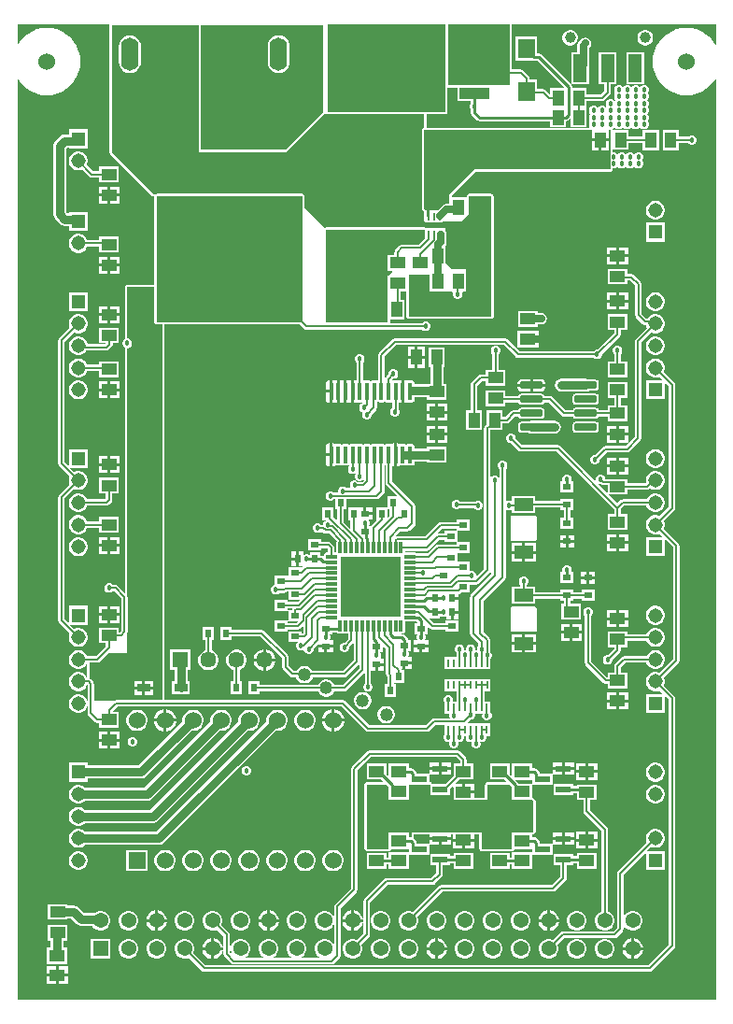
<source format=gtl>
G04*
G04 #@! TF.GenerationSoftware,Altium Limited,Altium Designer,21.0.9 (235)*
G04*
G04 Layer_Physical_Order=1*
G04 Layer_Color=255*
%FSLAX44Y44*%
%MOMM*%
G71*
G04*
G04 #@! TF.SameCoordinates,58F94E15-CAE4-4791-8A53-09B8A48F05B3*
G04*
G04*
G04 #@! TF.FilePolarity,Positive*
G04*
G01*
G75*
%ADD12C,0.2540*%
%ADD13C,0.1270*%
%ADD16R,0.8000X0.6000*%
%ADD17R,1.3970X1.0160*%
%ADD18R,0.6000X0.8000*%
G04:AMPARAMS|DCode=19|XSize=1.97mm|YSize=0.6mm|CornerRadius=0.075mm|HoleSize=0mm|Usage=FLASHONLY|Rotation=0.000|XOffset=0mm|YOffset=0mm|HoleType=Round|Shape=RoundedRectangle|*
%AMROUNDEDRECTD19*
21,1,1.9700,0.4500,0,0,0.0*
21,1,1.8200,0.6000,0,0,0.0*
1,1,0.1500,0.9100,-0.2250*
1,1,0.1500,-0.9100,-0.2250*
1,1,0.1500,-0.9100,0.2250*
1,1,0.1500,0.9100,0.2250*
%
%ADD19ROUNDEDRECTD19*%
%ADD20R,1.4500X1.1000*%
%ADD21R,1.4224X0.5588*%
%ADD22R,0.2540X0.7112*%
G04:AMPARAMS|DCode=23|XSize=1mm|YSize=0.35mm|CornerRadius=0.0438mm|HoleSize=0mm|Usage=FLASHONLY|Rotation=270.000|XOffset=0mm|YOffset=0mm|HoleType=Round|Shape=RoundedRectangle|*
%AMROUNDEDRECTD23*
21,1,1.0000,0.2625,0,0,270.0*
21,1,0.9125,0.3500,0,0,270.0*
1,1,0.0875,-0.1313,-0.4563*
1,1,0.0875,-0.1313,0.4563*
1,1,0.0875,0.1313,0.4563*
1,1,0.0875,0.1313,-0.4563*
%
%ADD23ROUNDEDRECTD23*%
G04:AMPARAMS|DCode=24|XSize=1mm|YSize=0.35mm|CornerRadius=0.0438mm|HoleSize=0mm|Usage=FLASHONLY|Rotation=180.000|XOffset=0mm|YOffset=0mm|HoleType=Round|Shape=RoundedRectangle|*
%AMROUNDEDRECTD24*
21,1,1.0000,0.2625,0,0,180.0*
21,1,0.9125,0.3500,0,0,180.0*
1,1,0.0875,-0.4563,0.1313*
1,1,0.0875,0.4563,0.1313*
1,1,0.0875,0.4563,-0.1313*
1,1,0.0875,-0.4563,-0.1313*
%
%ADD24ROUNDEDRECTD24*%
%ADD25R,1.2192X0.7620*%
%ADD26R,1.0160X1.3970*%
G04:AMPARAMS|DCode=27|XSize=1.57mm|YSize=0.41mm|CornerRadius=0.0513mm|HoleSize=0mm|Usage=FLASHONLY|Rotation=270.000|XOffset=0mm|YOffset=0mm|HoleType=Round|Shape=RoundedRectangle|*
%AMROUNDEDRECTD27*
21,1,1.5700,0.3075,0,0,270.0*
21,1,1.4675,0.4100,0,0,270.0*
1,1,0.1025,-0.1538,-0.7338*
1,1,0.1025,-0.1538,0.7338*
1,1,0.1025,0.1538,0.7338*
1,1,0.1025,0.1538,-0.7338*
%
%ADD27ROUNDEDRECTD27*%
%ADD28R,3.8000X2.0300*%
%ADD29R,2.0300X3.8000*%
%ADD30R,0.2286X0.7112*%
%ADD31R,1.2000X2.5000*%
%ADD32R,1.5792X1.7994*%
%ADD33R,2.7400X0.9800*%
%ADD34R,1.0500X1.7200*%
%ADD35R,4.1000X3.5000*%
%ADD36R,1.7000X1.1500*%
%ADD37R,1.1000X1.4500*%
%ADD71R,5.4000X5.4000*%
%ADD72R,6.4000X6.1383*%
%ADD73C,0.1778*%
%ADD74C,0.7620*%
%ADD75C,0.6350*%
G04:AMPARAMS|DCode=76|XSize=3mm|YSize=1.6mm|CornerRadius=0.8mm|HoleSize=0mm|Usage=FLASHONLY|Rotation=90.000|XOffset=0mm|YOffset=0mm|HoleType=Round|Shape=RoundedRectangle|*
%AMROUNDEDRECTD76*
21,1,3.0000,0.0000,0,0,90.0*
21,1,1.4000,1.6000,0,0,90.0*
1,1,1.6000,0.0000,0.7000*
1,1,1.6000,0.0000,-0.7000*
1,1,1.6000,0.0000,-0.7000*
1,1,1.6000,0.0000,0.7000*
%
%ADD76ROUNDEDRECTD76*%
%ADD77C,4.0000*%
%ADD78C,1.5300*%
%ADD79R,1.5300X1.5300*%
%ADD80C,1.1810*%
%ADD81R,1.4500X1.4500*%
%ADD82C,1.4500*%
%ADD83R,1.3080X1.3080*%
%ADD84C,1.3080*%
%ADD85C,1.0000*%
%ADD86C,1.5240*%
%ADD87C,1.3700*%
%ADD88R,1.3700X1.3700*%
%ADD89C,0.4572*%
%ADD90C,0.5000*%
G36*
X454660Y836930D02*
X398780D01*
X398780Y892008D01*
X454660D01*
X454660Y836930D01*
D02*
G37*
G36*
X396240Y812800D02*
X289560D01*
X289560Y892008D01*
X396240D01*
X396240Y812800D01*
D02*
G37*
G36*
X641578Y873579D02*
X639776Y876521D01*
X636655Y880175D01*
X633001Y883296D01*
X628903Y885807D01*
X624463Y887645D01*
X619791Y888767D01*
X615000Y889144D01*
X610209Y888767D01*
X605536Y887645D01*
X601097Y885807D01*
X596999Y883296D01*
X593345Y880175D01*
X590224Y876521D01*
X587714Y872423D01*
X585874Y867983D01*
X584753Y863311D01*
X584376Y858520D01*
X584753Y853729D01*
X585874Y849056D01*
X587714Y844617D01*
X590224Y840519D01*
X593345Y836865D01*
X596999Y833744D01*
X601097Y831234D01*
X605536Y829395D01*
X610209Y828273D01*
X615000Y827896D01*
X619791Y828273D01*
X624463Y829395D01*
X628903Y831234D01*
X633001Y833744D01*
X636655Y836865D01*
X639776Y840519D01*
X641578Y843460D01*
Y8422D01*
X8422D01*
Y843460D01*
X10224Y840519D01*
X13345Y836865D01*
X16999Y833744D01*
X21097Y831234D01*
X25537Y829395D01*
X30209Y828273D01*
X35000Y827896D01*
X39791Y828273D01*
X44464Y829395D01*
X48903Y831234D01*
X53001Y833744D01*
X56655Y836865D01*
X59776Y840519D01*
X62287Y844617D01*
X64126Y849056D01*
X65247Y853729D01*
X65624Y858520D01*
X65247Y863311D01*
X64126Y867983D01*
X62287Y872423D01*
X59776Y876521D01*
X56655Y880175D01*
X53001Y883296D01*
X48903Y885807D01*
X44464Y887645D01*
X39791Y888767D01*
X35000Y889144D01*
X30209Y888767D01*
X25537Y887645D01*
X21097Y885807D01*
X16999Y883296D01*
X13345Y880175D01*
X10224Y876521D01*
X8422Y873579D01*
Y892008D01*
X92034D01*
X91941Y891540D01*
Y775970D01*
X92096Y775190D01*
X92538Y774528D01*
X130312Y736754D01*
X130553Y736593D01*
X130775Y736407D01*
X130881Y736374D01*
X130973Y736312D01*
X131258Y736256D01*
X131534Y736169D01*
X132581Y736056D01*
X132581Y656089D01*
D01*
X107950D01*
X107170Y655934D01*
X106508Y655492D01*
X106066Y654830D01*
X105911Y654050D01*
Y607429D01*
X106001Y606975D01*
X105522Y606776D01*
X104317Y605571D01*
X103664Y603995D01*
Y602290D01*
X104317Y600715D01*
X105522Y599509D01*
X106001Y599311D01*
X105911Y598857D01*
Y377045D01*
X99482Y383473D01*
X98527Y384112D01*
X97399Y384336D01*
X94556D01*
X93868Y385024D01*
X92293Y385676D01*
X90587D01*
X89012Y385024D01*
X87807Y383818D01*
X87154Y382243D01*
Y380538D01*
X87807Y378963D01*
X89012Y377757D01*
X90587Y377105D01*
X92293D01*
X93868Y377757D01*
X94556Y378445D01*
X96179D01*
X102464Y372160D01*
Y342850D01*
X101081Y341467D01*
X100425D01*
Y345601D01*
X82455D01*
Y331441D01*
X88494D01*
Y328533D01*
X79596Y319634D01*
X71552D01*
X71458Y319984D01*
X70334Y321932D01*
X68744Y323522D01*
X66796Y324646D01*
X64624Y325228D01*
X62376D01*
X60204Y324646D01*
X58256Y323522D01*
X56666Y321932D01*
X55542Y319984D01*
X54960Y317812D01*
Y315564D01*
X55542Y313392D01*
X56666Y311444D01*
X58256Y309855D01*
X60204Y308730D01*
X62376Y308148D01*
X64624D01*
X66796Y308730D01*
X68744Y309855D01*
X70334Y311444D01*
X71458Y313392D01*
X71552Y313743D01*
X71621D01*
X71621Y299634D01*
X71552D01*
X71458Y299984D01*
X70334Y301932D01*
X68744Y303522D01*
X66796Y304646D01*
X64624Y305228D01*
X62376D01*
X60204Y304646D01*
X58256Y303522D01*
X56666Y301932D01*
X55542Y299984D01*
X54960Y297812D01*
Y295564D01*
X55542Y293392D01*
X56666Y291444D01*
X58256Y289855D01*
X60204Y288730D01*
X62376Y288148D01*
X64624D01*
X66796Y288730D01*
X68744Y289855D01*
X70334Y291444D01*
X71458Y293392D01*
X71552Y293743D01*
X71662D01*
X71984Y293420D01*
Y278020D01*
X71458Y279984D01*
X70334Y281932D01*
X68744Y283522D01*
X66796Y284646D01*
X64624Y285228D01*
X62376D01*
X60204Y284646D01*
X58256Y283522D01*
X56666Y281932D01*
X55542Y279984D01*
X54960Y277812D01*
Y275564D01*
X55542Y273392D01*
X56666Y271444D01*
X58256Y269855D01*
X60204Y268730D01*
X62376Y268148D01*
X64624D01*
X66796Y268730D01*
X68744Y269855D01*
X70334Y271444D01*
X71458Y273392D01*
X71984Y275357D01*
Y267970D01*
X72209Y266843D01*
X72847Y265887D01*
X78689Y260045D01*
X79645Y259407D01*
X80772Y259182D01*
X82455D01*
Y255048D01*
X100425D01*
Y269208D01*
X94386D01*
Y269290D01*
X99010Y273914D01*
X302310D01*
X324307Y251917D01*
X325263Y251279D01*
X326390Y251054D01*
X379730D01*
X380857Y251279D01*
X381813Y251917D01*
X387300Y257404D01*
X395830D01*
Y248851D01*
X395466Y248488D01*
X394814Y246912D01*
Y245207D01*
X395466Y243632D01*
X396672Y242426D01*
X398247Y241774D01*
X399953D01*
X400111Y241840D01*
X399814Y241123D01*
Y239417D01*
X400466Y237842D01*
X401672Y236637D01*
X403247Y235984D01*
X404953D01*
X406528Y236637D01*
X407733Y237842D01*
X408386Y239417D01*
Y241123D01*
X408089Y241840D01*
X408247Y241774D01*
X409953D01*
X411528Y242426D01*
X412733Y243632D01*
X413386Y245207D01*
Y246912D01*
X413172Y247428D01*
X415028D01*
X414814Y246912D01*
Y245207D01*
X415466Y243632D01*
X416672Y242426D01*
X418247Y241774D01*
X419953D01*
X420111Y241840D01*
X419814Y241123D01*
Y239417D01*
X420466Y237842D01*
X421672Y236637D01*
X423247Y235984D01*
X424953D01*
X426528Y236637D01*
X427733Y237842D01*
X428386Y239417D01*
Y241123D01*
X428089Y241840D01*
X428247Y241774D01*
X429953D01*
X431528Y242426D01*
X432733Y243632D01*
X433386Y245207D01*
Y246912D01*
X433172Y247428D01*
X437370D01*
Y258540D01*
X415521D01*
X418980Y261999D01*
X419953D01*
X421528Y262652D01*
X422733Y263857D01*
X423386Y265432D01*
Y267138D01*
X423238Y267494D01*
X430028D01*
X429814Y266978D01*
Y265273D01*
X430466Y263698D01*
X431672Y262493D01*
X433247Y261840D01*
X434953D01*
X436528Y262493D01*
X437733Y263698D01*
X438386Y265273D01*
Y266978D01*
X437733Y268554D01*
X437370Y268917D01*
Y278606D01*
X432086D01*
Y287814D01*
X437450D01*
Y298926D01*
X395910D01*
Y287814D01*
X406194D01*
Y278606D01*
X403172D01*
X403386Y279121D01*
Y280827D01*
X402733Y282402D01*
X401528Y283608D01*
X399953Y284260D01*
X398247D01*
X396672Y283608D01*
X395466Y282402D01*
X394814Y280827D01*
Y279121D01*
X395466Y277546D01*
X395830Y277183D01*
Y267494D01*
X400028D01*
X399814Y266978D01*
Y265273D01*
X400466Y263698D01*
X400869Y263296D01*
X386080D01*
X384953Y263071D01*
X383997Y262433D01*
X383997Y262433D01*
X378510Y256946D01*
X327610D01*
X305613Y278943D01*
X304657Y279581D01*
X303530Y279806D01*
X141927D01*
Y603438D01*
Y620261D01*
D01*
X264573Y620261D01*
X268427Y616407D01*
X269383Y615769D01*
X270510Y615544D01*
X270510Y615544D01*
X375344D01*
X376032Y614856D01*
X377607Y614204D01*
X379313D01*
X380888Y614856D01*
X382094Y616062D01*
X382746Y617637D01*
Y619343D01*
X382094Y620918D01*
X380888Y622123D01*
X379313Y622776D01*
X377607D01*
X376032Y622123D01*
X375344Y621436D01*
X345998D01*
X346054Y621520D01*
X346209Y622300D01*
Y624745D01*
X359378D01*
Y642715D01*
X356006D01*
Y650272D01*
X361181D01*
Y627380D01*
X361336Y626600D01*
X361778Y625938D01*
X362440Y625496D01*
X363220Y625341D01*
X383540Y625341D01*
X438150Y625341D01*
X438930Y625496D01*
X439592Y625938D01*
X440034Y626600D01*
X440189Y627380D01*
Y670560D01*
Y736600D01*
X440034Y737380D01*
X439592Y738042D01*
X438930Y738484D01*
X438150Y738639D01*
X417830D01*
X417050Y738484D01*
X416388Y738042D01*
X415946Y737380D01*
X415791Y736600D01*
Y720935D01*
X415512Y720656D01*
Y735425D01*
X402089D01*
Y737025D01*
X423755Y758691D01*
X546100Y758691D01*
X546880Y758846D01*
X547542Y759288D01*
X547984Y759950D01*
X548139Y760730D01*
Y761524D01*
X549493D01*
X551068Y762177D01*
X552273Y763382D01*
X552450Y763808D01*
X552626Y763382D01*
X553832Y762177D01*
X555407Y761524D01*
X557113D01*
X558688Y762177D01*
X559893Y763382D01*
X560070Y763808D01*
X560247Y763382D01*
X561452Y762177D01*
X563027Y761524D01*
X564733D01*
X566308Y762177D01*
X567514Y763382D01*
X567690Y763808D01*
X567867Y763382D01*
X569072Y762177D01*
X570647Y761524D01*
X572353D01*
X573928Y762177D01*
X575134Y763382D01*
X575786Y764957D01*
Y766663D01*
X575134Y768238D01*
X574386Y768985D01*
X575134Y769732D01*
X575786Y771307D01*
Y773013D01*
X575134Y774588D01*
X573928Y775794D01*
X572353Y776446D01*
X570647D01*
X569072Y775794D01*
X567867Y774588D01*
X567690Y774162D01*
X567514Y774588D01*
X566308Y775794D01*
X564733Y776446D01*
X563027D01*
X561452Y775794D01*
X560247Y774588D01*
X560070Y774162D01*
X559893Y774588D01*
X558688Y775794D01*
X557113Y776446D01*
X555407D01*
X553832Y775794D01*
X552626Y774588D01*
X552450Y774162D01*
X552273Y774588D01*
X551068Y775794D01*
X549493Y776446D01*
X548139D01*
X548139Y796290D01*
X547984Y797070D01*
X547753Y797416D01*
X548528Y797737D01*
X549734Y798942D01*
X549910Y799368D01*
X550087Y798942D01*
X551292Y797737D01*
X552867Y797084D01*
X554573D01*
X556148Y797737D01*
X557354Y798942D01*
X557530Y799368D01*
X557706Y798942D01*
X558912Y797737D01*
X560487Y797084D01*
X562193D01*
X563768Y797737D01*
X564973Y798942D01*
X565150Y799368D01*
X565326Y798942D01*
X566532Y797737D01*
X568107Y797084D01*
X569813D01*
X571388Y797737D01*
X572593Y798942D01*
X572770Y799368D01*
X572947Y798942D01*
X574152Y797737D01*
X575727Y797084D01*
X577433D01*
X579008Y797737D01*
X580214Y798942D01*
X580866Y800517D01*
Y802223D01*
X580214Y803798D01*
X579466Y804545D01*
X580214Y805292D01*
X580866Y806867D01*
Y808573D01*
X580214Y810148D01*
X579466Y810895D01*
X580214Y811642D01*
X580866Y813217D01*
Y814923D01*
X580214Y816498D01*
X579466Y817245D01*
X580214Y817992D01*
X580866Y819567D01*
Y821273D01*
X580214Y822848D01*
X579466Y823595D01*
X580214Y824342D01*
X580866Y825917D01*
Y827623D01*
X580214Y829198D01*
X579466Y829945D01*
X580214Y830692D01*
X580866Y832267D01*
Y833973D01*
X580214Y835548D01*
X579008Y836753D01*
X577433Y837406D01*
X575727D01*
X574152Y836753D01*
X572947Y835548D01*
X572770Y835122D01*
X572593Y835548D01*
X571388Y836753D01*
X569813Y837406D01*
X568107D01*
X566532Y836753D01*
X565326Y835548D01*
X565150Y835122D01*
X564973Y835548D01*
X563768Y836753D01*
X562193Y837406D01*
X560487D01*
X558912Y836753D01*
X557706Y835548D01*
X557530Y835122D01*
X557354Y835548D01*
X556148Y836753D01*
X554573Y837406D01*
X552867D01*
X551292Y836753D01*
X550087Y835548D01*
X549434Y833973D01*
Y832267D01*
X550087Y830692D01*
X550834Y829945D01*
X550087Y829198D01*
X549434Y827623D01*
Y825917D01*
X550087Y824342D01*
X550834Y823595D01*
X550087Y822848D01*
X549910Y822422D01*
X549734Y822848D01*
X548528Y824053D01*
X546953Y824706D01*
X545247D01*
X543672Y824053D01*
X542467Y822848D01*
X541814Y821273D01*
Y819567D01*
X542467Y817992D01*
X543214Y817245D01*
X542467Y816498D01*
X542290Y816072D01*
X542113Y816498D01*
X540908Y817703D01*
X539333Y818356D01*
X537627D01*
X536052Y817703D01*
X534846Y816498D01*
X534670Y816072D01*
X534493Y816498D01*
X533288Y817703D01*
X531713Y818356D01*
X530007D01*
X528432Y817703D01*
X527226Y816498D01*
X526574Y814923D01*
Y813217D01*
X527226Y811642D01*
X527974Y810895D01*
X527226Y810148D01*
X526574Y808573D01*
Y806867D01*
X527226Y805292D01*
X527974Y804545D01*
X527226Y803798D01*
X526574Y802223D01*
Y800517D01*
X527226Y798942D01*
X527840Y798329D01*
X379229Y798329D01*
D01*
Y810761D01*
X396240D01*
X397020Y810916D01*
X397682Y811358D01*
X398124Y812020D01*
X398279Y812800D01*
Y834990D01*
X398780Y834891D01*
X407210D01*
Y822410D01*
X419576D01*
Y820607D01*
X419277Y820308D01*
X418624Y818733D01*
Y817027D01*
X419277Y815452D01*
X419576Y815153D01*
Y812165D01*
X419830Y810889D01*
X420552Y809808D01*
X424997Y805362D01*
X426079Y804640D01*
X427355Y804386D01*
X491522D01*
Y798735D01*
X505682D01*
Y804430D01*
X506736Y804640D01*
X507817Y805362D01*
X510318Y807863D01*
Y798735D01*
X524478D01*
Y816515D01*
Y822554D01*
X538480D01*
X539607Y822779D01*
X540563Y823417D01*
X545643Y828497D01*
X546281Y829453D01*
X546506Y830580D01*
X546506Y830580D01*
Y838110D01*
X551560D01*
Y867110D01*
X535560D01*
Y838110D01*
X540614D01*
Y831800D01*
X537260Y828446D01*
X524478D01*
Y834485D01*
X511334D01*
Y835660D01*
X511080Y836936D01*
X510358Y838018D01*
X483130Y865246D01*
X482048Y865968D01*
X480772Y866222D01*
X479796D01*
Y881612D01*
X460004D01*
Y859618D01*
X476204D01*
X476526Y859554D01*
X479391D01*
X504460Y834485D01*
X491522D01*
Y828446D01*
X491440D01*
X487223Y832663D01*
X486267Y833301D01*
X485140Y833526D01*
X479796D01*
Y842182D01*
X472846D01*
Y843280D01*
X472846Y843280D01*
X472621Y844407D01*
X471983Y845363D01*
X466903Y850443D01*
X465947Y851081D01*
X464820Y851306D01*
X456699D01*
X456699Y892008D01*
X641578D01*
Y873579D01*
D02*
G37*
G36*
X285750Y812800D02*
X251416Y778466D01*
X174713Y778466D01*
Y891496D01*
X285750D01*
X285750Y812800D01*
D02*
G37*
G36*
X529082Y796290D02*
Y788670D01*
X536702D01*
X544322D01*
Y796290D01*
X546100D01*
X546100Y760730D01*
X422910Y760730D01*
X400050Y737870D01*
X400050Y729636D01*
X397677D01*
X395658Y729235D01*
X393946Y728091D01*
X389342Y723487D01*
X384722D01*
Y724027D01*
X382309D01*
Y717931D01*
X379769D01*
Y724027D01*
X378460D01*
X377190Y725228D01*
X377190Y796290D01*
X529082Y796290D01*
D02*
G37*
G36*
X172674Y891496D02*
Y778466D01*
X172830Y777685D01*
X173272Y777024D01*
X173933Y776582D01*
X174713Y776426D01*
X251416Y776426D01*
X252196Y776582D01*
X252858Y777024D01*
X252858Y777024D01*
X286831Y810998D01*
X288118Y811358D01*
X288780Y810916D01*
X289560Y810761D01*
X377190D01*
Y798329D01*
X376410Y798174D01*
X375748Y797732D01*
X375306Y797070D01*
X375151Y796290D01*
X375151Y725228D01*
X375156Y725200D01*
X375151Y725171D01*
X375234Y724810D01*
X375306Y724448D01*
X375322Y724424D01*
X375328Y724396D01*
X375542Y724094D01*
X375748Y723786D01*
X375772Y723770D01*
X375789Y723746D01*
X377059Y722545D01*
X377190Y722463D01*
Y713740D01*
X377896D01*
Y712375D01*
X394185D01*
Y713740D01*
X411480D01*
X415195Y717455D01*
X415512D01*
Y717772D01*
X417830Y720090D01*
Y736600D01*
X438150D01*
Y670560D01*
Y627380D01*
X383540Y627380D01*
X363220Y627380D01*
Y665480D01*
X382302D01*
Y650145D01*
X396462D01*
Y650159D01*
X401080Y650163D01*
X401098Y650145D01*
Y650145D01*
X402669D01*
X403518Y648875D01*
X403384Y648553D01*
Y646847D01*
X404036Y645272D01*
X405242Y644066D01*
X406817Y643414D01*
X408523D01*
X410098Y644066D01*
X411303Y645272D01*
X411956Y646847D01*
Y648553D01*
X411822Y648875D01*
X412671Y650145D01*
X415258D01*
Y650177D01*
X415290Y650177D01*
Y670560D01*
X402590D01*
X396462Y676688D01*
Y690975D01*
X396462Y690975D01*
X396462D01*
X396883Y692098D01*
X397187Y692553D01*
X397588Y694572D01*
Y701929D01*
X397187Y703948D01*
X396240Y705365D01*
Y707390D01*
X394185D01*
Y707485D01*
X379390D01*
X379338Y707562D01*
X378677Y708004D01*
X377896Y708159D01*
X288290D01*
X287510Y708004D01*
X286848Y707562D01*
X268739Y725671D01*
Y736600D01*
X268584Y737380D01*
X268142Y738042D01*
X267480Y738484D01*
X266700Y738639D01*
X134620Y738639D01*
X133840Y738484D01*
X133178Y738042D01*
X131754Y738196D01*
X93980Y775970D01*
Y891540D01*
X172638D01*
X172674Y891496D01*
D02*
G37*
G36*
X377896Y698292D02*
X372160Y692556D01*
X356870D01*
X355743Y692331D01*
X354787Y691693D01*
X350977Y687883D01*
X350339Y686927D01*
X350114Y685800D01*
Y683228D01*
X344075D01*
Y669068D01*
X348131D01*
X348617Y667895D01*
X345154Y664432D01*
X344075D01*
Y650272D01*
X344170D01*
X344170Y622300D01*
X288290D01*
Y706120D01*
X377896D01*
Y698292D01*
D02*
G37*
G36*
X266700Y736600D02*
X266700Y622300D01*
X134620Y622300D01*
X134620Y736600D01*
X266700Y736600D01*
D02*
G37*
G36*
X132581Y622300D02*
X132736Y621520D01*
X133178Y620858D01*
X133840Y620416D01*
X134620Y620261D01*
X139888D01*
Y603438D01*
Y279806D01*
X97790D01*
X96663Y279581D01*
X96391Y279400D01*
X77876D01*
Y294640D01*
X77651Y295767D01*
X77013Y296723D01*
X74965Y298771D01*
X74009Y299410D01*
X73660Y299479D01*
X73660Y313743D01*
X80816D01*
X81943Y313967D01*
X82899Y314605D01*
X90873Y322580D01*
X107950D01*
Y340231D01*
X108131Y340503D01*
X108356Y341630D01*
Y373380D01*
X108131Y374507D01*
X107950Y374779D01*
Y598857D01*
X108803D01*
X110378Y599509D01*
X111583Y600715D01*
X112236Y602290D01*
Y603995D01*
X111583Y605571D01*
X110378Y606776D01*
X108803Y607429D01*
X107950D01*
Y654050D01*
X132581D01*
Y622300D01*
D02*
G37*
%LPC*%
G36*
X578482Y887110D02*
X576638D01*
X574858Y886633D01*
X573262Y885711D01*
X571959Y884408D01*
X571037Y882812D01*
X570560Y881032D01*
Y879188D01*
X571037Y877408D01*
X571959Y875812D01*
X573262Y874509D01*
X574858Y873587D01*
X576638Y873110D01*
X578482D01*
X580262Y873587D01*
X581858Y874509D01*
X583161Y875812D01*
X584083Y877408D01*
X584560Y879188D01*
Y881032D01*
X584083Y882812D01*
X583161Y884408D01*
X581858Y885711D01*
X580262Y886633D01*
X578482Y887110D01*
D02*
G37*
G36*
X510482D02*
X508638D01*
X506858Y886633D01*
X505262Y885711D01*
X503959Y884408D01*
X503037Y882812D01*
X502560Y881032D01*
Y879188D01*
X503037Y877408D01*
X503959Y875812D01*
X505262Y874509D01*
X506858Y873587D01*
X508638Y873110D01*
X510482D01*
X512262Y873587D01*
X513858Y874509D01*
X515161Y875812D01*
X516083Y877408D01*
X516560Y879188D01*
Y881032D01*
X516083Y882812D01*
X515161Y884408D01*
X513858Y885711D01*
X512262Y886633D01*
X510482Y887110D01*
D02*
G37*
G36*
X576560Y867110D02*
X560560D01*
Y838110D01*
X576560D01*
Y867110D01*
D02*
G37*
G36*
X523240Y880306D02*
X521221Y879905D01*
X519509Y878761D01*
X517654Y876906D01*
X516510Y875194D01*
X516109Y873175D01*
Y867110D01*
X510560D01*
Y838110D01*
X526560D01*
Y854925D01*
X526661Y855435D01*
Y870990D01*
X526971Y871299D01*
X528115Y873011D01*
X528516Y875030D01*
X528115Y877049D01*
X526971Y878761D01*
X525259Y879905D01*
X523240Y880306D01*
D02*
G37*
G36*
X590320Y796650D02*
X575320D01*
Y790346D01*
X562578D01*
Y796385D01*
X548418D01*
Y778415D01*
X562578D01*
Y784454D01*
X575320D01*
Y778150D01*
X590320D01*
Y796650D01*
D02*
G37*
G36*
X608320D02*
X593320D01*
Y778150D01*
X608320D01*
Y784454D01*
X616644D01*
X617332Y783766D01*
X618907Y783114D01*
X620613D01*
X622188Y783766D01*
X623394Y784972D01*
X624046Y786547D01*
Y788253D01*
X623394Y789828D01*
X622188Y791033D01*
X620613Y791686D01*
X618907D01*
X617332Y791033D01*
X616644Y790346D01*
X608320D01*
Y796650D01*
D02*
G37*
G36*
X72040Y797050D02*
X54960D01*
Y792636D01*
X51294D01*
X49027Y792185D01*
X47105Y790901D01*
X42641Y786437D01*
X41357Y784515D01*
X40906Y782248D01*
Y720002D01*
X41357Y717735D01*
X42641Y715813D01*
X47105Y711349D01*
X49027Y710065D01*
X51294Y709614D01*
X54960D01*
Y705200D01*
X72040D01*
Y722280D01*
X54960D01*
Y721462D01*
X53747D01*
X52754Y722456D01*
Y779794D01*
X53747Y780788D01*
X54960D01*
Y779970D01*
X72040D01*
Y797050D01*
D02*
G37*
G36*
X64624Y777050D02*
X62376D01*
X60204Y776468D01*
X58256Y775344D01*
X56666Y773754D01*
X55542Y771806D01*
X54960Y769634D01*
Y767386D01*
X55542Y765214D01*
X56666Y763266D01*
X58256Y761676D01*
X60204Y760552D01*
X62376Y759970D01*
X64624D01*
X66796Y760552D01*
X67111Y760733D01*
X73769Y754075D01*
X74725Y753437D01*
X74912Y753399D01*
X75852Y753212D01*
X75852Y753212D01*
X82455D01*
Y749078D01*
X100425D01*
Y763238D01*
X82455D01*
Y759104D01*
X77072D01*
X71276Y764899D01*
X71458Y765214D01*
X72040Y767386D01*
Y769634D01*
X71458Y771806D01*
X70334Y773754D01*
X68744Y775344D01*
X66796Y776468D01*
X64624Y777050D01*
D02*
G37*
G36*
X100965Y744982D02*
X92710D01*
Y738632D01*
X100965D01*
Y744982D01*
D02*
G37*
G36*
X90170D02*
X81915D01*
Y738632D01*
X90170D01*
Y744982D01*
D02*
G37*
G36*
X100965Y736092D02*
X92710D01*
Y729742D01*
X100965D01*
Y736092D01*
D02*
G37*
G36*
X90170D02*
X81915D01*
Y729742D01*
X90170D01*
Y736092D01*
D02*
G37*
G36*
X587864Y732440D02*
X585616D01*
X583444Y731858D01*
X581496Y730734D01*
X579906Y729144D01*
X578782Y727196D01*
X578200Y725024D01*
Y722776D01*
X578782Y720604D01*
X579906Y718656D01*
X581496Y717066D01*
X583444Y715942D01*
X585616Y715360D01*
X587864D01*
X590036Y715942D01*
X591984Y717066D01*
X593574Y718656D01*
X594698Y720604D01*
X595280Y722776D01*
Y725024D01*
X594698Y727196D01*
X593574Y729144D01*
X591984Y730734D01*
X590036Y731858D01*
X587864Y732440D01*
D02*
G37*
G36*
X595280Y712440D02*
X578200D01*
Y695360D01*
X595280D01*
Y712440D01*
D02*
G37*
G36*
X64624Y702280D02*
X62376D01*
X60204Y701698D01*
X58256Y700574D01*
X56666Y698984D01*
X55542Y697036D01*
X54960Y694864D01*
Y692616D01*
X55542Y690444D01*
X56666Y688496D01*
X58256Y686906D01*
X60204Y685782D01*
X62376Y685200D01*
X64624D01*
X66796Y685782D01*
X68744Y686906D01*
X70334Y688496D01*
X71458Y690444D01*
X71552Y690794D01*
X82455D01*
Y685578D01*
X100425D01*
Y699738D01*
X82455D01*
Y696686D01*
X71552D01*
X71458Y697036D01*
X70334Y698984D01*
X68744Y700574D01*
X66796Y701698D01*
X64624Y702280D01*
D02*
G37*
G36*
X561975Y690118D02*
X553720D01*
Y683768D01*
X561975D01*
Y690118D01*
D02*
G37*
G36*
X551180D02*
X542925D01*
Y683768D01*
X551180D01*
Y690118D01*
D02*
G37*
G36*
X100965Y681482D02*
X92710D01*
Y675132D01*
X100965D01*
Y681482D01*
D02*
G37*
G36*
X90170D02*
X81915D01*
Y675132D01*
X90170D01*
Y681482D01*
D02*
G37*
G36*
X561975Y681228D02*
X553720D01*
Y674878D01*
X561975D01*
Y681228D01*
D02*
G37*
G36*
X551180D02*
X542925D01*
Y674878D01*
X551180D01*
Y681228D01*
D02*
G37*
G36*
X100965Y672592D02*
X92710D01*
Y666242D01*
X100965D01*
Y672592D01*
D02*
G37*
G36*
X90170D02*
X81915D01*
Y666242D01*
X90170D01*
Y672592D01*
D02*
G37*
G36*
X561975Y648843D02*
X553720D01*
Y642493D01*
X561975D01*
Y648843D01*
D02*
G37*
G36*
X551180D02*
X542925D01*
Y642493D01*
X551180D01*
Y648843D01*
D02*
G37*
G36*
X561975Y639953D02*
X553720D01*
Y633603D01*
X561975D01*
Y639953D01*
D02*
G37*
G36*
X551180D02*
X542925D01*
Y633603D01*
X551180D01*
Y639953D01*
D02*
G37*
G36*
X587864Y649495D02*
X585616D01*
X583444Y648913D01*
X581496Y647788D01*
X579906Y646199D01*
X578782Y644251D01*
X578200Y642079D01*
Y639831D01*
X578782Y637659D01*
X579906Y635711D01*
X581496Y634121D01*
X583444Y632997D01*
X585616Y632415D01*
X587864D01*
X590036Y632997D01*
X591984Y634121D01*
X593574Y635711D01*
X594698Y637659D01*
X595280Y639831D01*
Y642079D01*
X594698Y644251D01*
X593574Y646199D01*
X591984Y647788D01*
X590036Y648913D01*
X587864Y649495D01*
D02*
G37*
G36*
X72040D02*
X54960D01*
Y632415D01*
X72040D01*
Y649495D01*
D02*
G37*
G36*
X100965Y636778D02*
X92710D01*
Y630428D01*
X100965D01*
Y636778D01*
D02*
G37*
G36*
X90170D02*
X81915D01*
Y630428D01*
X90170D01*
Y636778D01*
D02*
G37*
G36*
X100965Y627888D02*
X92710D01*
Y621538D01*
X100965D01*
Y627888D01*
D02*
G37*
G36*
X90170D02*
X81915D01*
Y621538D01*
X90170D01*
Y627888D01*
D02*
G37*
G36*
X480155Y632428D02*
X462185D01*
Y618268D01*
X480155D01*
Y620072D01*
X483362D01*
X485381Y620473D01*
X487093Y621617D01*
X488237Y623329D01*
X488638Y625348D01*
X488237Y627367D01*
X487093Y629079D01*
X485381Y630223D01*
X483362Y630624D01*
X480155D01*
Y632428D01*
D02*
G37*
G36*
X561435Y670782D02*
X543465D01*
Y656622D01*
X561435D01*
Y659994D01*
X563930D01*
X568554Y655370D01*
Y628650D01*
X568779Y627523D01*
X569417Y626567D01*
X575450Y620534D01*
X575450Y620534D01*
X576406Y619896D01*
X576593Y619859D01*
X577533Y619671D01*
X577533Y619671D01*
X578243D01*
X578782Y617659D01*
X578964Y617344D01*
X568835Y607216D01*
X568197Y606260D01*
X567973Y605133D01*
Y518107D01*
X559965Y510100D01*
X541444D01*
X540317Y509875D01*
X539361Y509237D01*
X532250Y502126D01*
X531277D01*
X529702Y501474D01*
X528497Y500268D01*
X527844Y498693D01*
Y496987D01*
X528497Y495412D01*
X529702Y494207D01*
X531277Y493554D01*
X532983D01*
X534558Y494207D01*
X535764Y495412D01*
X536416Y496987D01*
Y497960D01*
X542664Y504208D01*
X561185D01*
X562313Y504433D01*
X563268Y505071D01*
X573001Y514804D01*
X573001Y514804D01*
X573640Y515760D01*
X573677Y515947D01*
X573864Y516887D01*
X573864Y516887D01*
Y603913D01*
X583129Y613178D01*
X583444Y612997D01*
X585616Y612415D01*
X587864D01*
X590036Y612997D01*
X591984Y614121D01*
X593574Y615711D01*
X594698Y617659D01*
X595280Y619831D01*
Y622079D01*
X594698Y624251D01*
X593574Y626199D01*
X591984Y627789D01*
X590036Y628913D01*
X587864Y629495D01*
X585616D01*
X583444Y628913D01*
X581496Y627789D01*
X579906Y626199D01*
X579539Y625563D01*
X578753D01*
X574446Y629870D01*
Y656590D01*
X574221Y657717D01*
X573583Y658673D01*
X573583Y658673D01*
X567233Y665023D01*
X566277Y665661D01*
X565150Y665886D01*
X561435D01*
Y670782D01*
D02*
G37*
G36*
X64624Y629495D02*
X62376D01*
X60204Y628913D01*
X58256Y627789D01*
X56666Y626199D01*
X55542Y624251D01*
X54960Y622079D01*
Y619831D01*
X55542Y617659D01*
X55724Y617344D01*
X46177Y607798D01*
X45539Y606842D01*
X45314Y605715D01*
Y494062D01*
X45539Y492934D01*
X46177Y491979D01*
X55724Y482432D01*
X55542Y482118D01*
X54960Y479946D01*
Y477697D01*
X55542Y475525D01*
X55724Y475211D01*
X46177Y465664D01*
X45539Y464709D01*
X45314Y463582D01*
Y351928D01*
X45539Y350801D01*
X46177Y349846D01*
X55724Y340299D01*
X55542Y339985D01*
X54960Y337812D01*
Y335564D01*
X55542Y333392D01*
X56666Y331445D01*
X58256Y329855D01*
X60204Y328730D01*
X62376Y328148D01*
X64624D01*
X66796Y328730D01*
X68744Y329855D01*
X70334Y331445D01*
X71458Y333392D01*
X72040Y335564D01*
Y337812D01*
X71458Y339985D01*
X70334Y341932D01*
X68744Y343522D01*
X66796Y344646D01*
X64624Y345228D01*
X62376D01*
X60204Y344646D01*
X59889Y344465D01*
X56206Y348148D01*
X72040D01*
Y365228D01*
X54960D01*
Y349394D01*
X51206Y353148D01*
Y462362D01*
X59889Y471045D01*
X60204Y470864D01*
X62376Y470282D01*
X64624D01*
X66796Y470864D01*
X68744Y471988D01*
X70334Y473578D01*
X71458Y475525D01*
X72040Y477697D01*
Y479946D01*
X71458Y482118D01*
X70334Y484065D01*
X68744Y485655D01*
X66796Y486780D01*
X64624Y487362D01*
X62376D01*
X60204Y486780D01*
X59889Y486598D01*
X56206Y490282D01*
X72040D01*
Y507362D01*
X54960D01*
Y491527D01*
X51206Y495282D01*
Y604495D01*
X59889Y613178D01*
X60204Y612997D01*
X62376Y612415D01*
X64624D01*
X66796Y612997D01*
X68744Y614121D01*
X70334Y615711D01*
X71458Y617659D01*
X72040Y619831D01*
Y622079D01*
X71458Y624251D01*
X70334Y626199D01*
X68744Y627789D01*
X66796Y628913D01*
X64624Y629495D01*
D02*
G37*
G36*
X100425Y617442D02*
X82455D01*
Y603282D01*
X88576D01*
X87680Y602386D01*
X71958D01*
X71458Y604251D01*
X70334Y606199D01*
X68744Y607789D01*
X66796Y608913D01*
X64624Y609495D01*
X62376D01*
X60204Y608913D01*
X58256Y607789D01*
X56666Y606199D01*
X55542Y604251D01*
X54960Y602079D01*
Y599831D01*
X55542Y597659D01*
X56666Y595711D01*
X58256Y594121D01*
X60204Y592997D01*
X62376Y592415D01*
X64624D01*
X66796Y592997D01*
X68744Y594121D01*
X70334Y595711D01*
X70786Y596494D01*
X88900D01*
X90027Y596719D01*
X90983Y597357D01*
X93751Y600126D01*
X94390Y601081D01*
X94614Y602208D01*
Y603282D01*
X100425D01*
Y617442D01*
D02*
G37*
G36*
X480695Y614172D02*
X461645D01*
Y598932D01*
X480695D01*
Y614172D01*
D02*
G37*
G36*
X561435Y629507D02*
X543465D01*
Y615347D01*
X549504D01*
Y612771D01*
X534109Y597376D01*
X533136D01*
X531561Y596724D01*
X530873Y596036D01*
X463500D01*
X452933Y606603D01*
X451977Y607241D01*
X450850Y607466D01*
X350520D01*
X349393Y607241D01*
X348437Y606603D01*
X336238Y594403D01*
X335599Y593448D01*
X335375Y592320D01*
Y568978D01*
X335070Y568775D01*
X334338Y569264D01*
X333358Y569459D01*
X330283D01*
X329303Y569264D01*
X328570Y568775D01*
X327838Y569264D01*
X326858Y569459D01*
X323783D01*
X322803Y569264D01*
X322070Y568775D01*
X321766Y568978D01*
Y586114D01*
X322454Y586802D01*
X323106Y588377D01*
Y590082D01*
X322454Y591657D01*
X321248Y592863D01*
X319673Y593516D01*
X317968D01*
X316393Y592863D01*
X315187Y591657D01*
X314534Y590082D01*
Y588377D01*
X315187Y586802D01*
X315875Y586114D01*
Y569221D01*
X315049Y569773D01*
X313858Y570010D01*
X313591D01*
Y559560D01*
Y549110D01*
X313858D01*
X315049Y549347D01*
X316056Y550020D01*
X316303Y549856D01*
X317283Y549661D01*
X320358D01*
X321338Y549856D01*
X322070Y550345D01*
X322174Y550275D01*
Y549116D01*
X321727D01*
X320152Y548464D01*
X318946Y547258D01*
X318294Y545683D01*
Y543977D01*
X318946Y542402D01*
X320152Y541197D01*
X321393Y540682D01*
X320834Y539333D01*
Y537627D01*
X321487Y536052D01*
X322692Y534846D01*
X324267Y534194D01*
X325973D01*
X327548Y534846D01*
X328754Y536052D01*
X329406Y537627D01*
Y538600D01*
X333553Y542747D01*
X333553Y542747D01*
X334191Y543703D01*
X334416Y544830D01*
Y549907D01*
X335070Y550345D01*
X335803Y549856D01*
X336783Y549661D01*
X339858D01*
X340838Y549856D01*
X341570Y550345D01*
X342303Y549856D01*
X343283Y549661D01*
X346358D01*
X347338Y549856D01*
X348070Y550345D01*
X348375Y550142D01*
Y544771D01*
X348092Y544654D01*
X346886Y543448D01*
X346234Y541873D01*
Y540167D01*
X346886Y538592D01*
X348092Y537387D01*
X349667Y536734D01*
X351373D01*
X352948Y537387D01*
X354154Y538592D01*
X354806Y540167D01*
Y541873D01*
X354266Y543176D01*
Y549899D01*
X355092Y549347D01*
X356283Y549110D01*
X356550D01*
Y559560D01*
Y570010D01*
X356283D01*
X355092Y569773D01*
X354084Y569100D01*
X353838Y569264D01*
X352858Y569459D01*
X349783D01*
X348803Y569264D01*
X348070Y568775D01*
X347766Y568978D01*
Y569660D01*
X349130Y571024D01*
X350103D01*
X351678Y571676D01*
X352883Y572882D01*
X353536Y574457D01*
Y576163D01*
X352883Y577738D01*
X351678Y578943D01*
X350103Y579596D01*
X348397D01*
X346822Y578943D01*
X345616Y577738D01*
X344964Y576163D01*
Y575190D01*
X342738Y572963D01*
X342099Y572008D01*
X341875Y570880D01*
Y568978D01*
X341570Y568775D01*
X341266Y568978D01*
Y591100D01*
X351740Y601574D01*
X449630D01*
X460197Y591007D01*
X461153Y590369D01*
X462280Y590144D01*
X530873D01*
X531561Y589456D01*
X533136Y588804D01*
X534841D01*
X536417Y589456D01*
X537622Y590662D01*
X538275Y592237D01*
Y593210D01*
X554533Y609468D01*
X555171Y610424D01*
X555396Y611551D01*
X555396Y611551D01*
Y615347D01*
X561435D01*
Y629507D01*
D02*
G37*
G36*
X587864Y609495D02*
X585616D01*
X583444Y608913D01*
X581496Y607789D01*
X579906Y606199D01*
X578782Y604251D01*
X578200Y602079D01*
Y599831D01*
X578782Y597659D01*
X579906Y595711D01*
X581496Y594121D01*
X583444Y592997D01*
X585616Y592415D01*
X587864D01*
X590036Y592997D01*
X591984Y594121D01*
X593574Y595711D01*
X594698Y597659D01*
X595280Y599831D01*
Y602079D01*
X594698Y604251D01*
X593574Y606199D01*
X591984Y607789D01*
X590036Y608913D01*
X587864Y609495D01*
D02*
G37*
G36*
X377444Y600075D02*
X371094D01*
Y591820D01*
X377444D01*
Y600075D01*
D02*
G37*
G36*
X368554D02*
X362204D01*
Y591820D01*
X368554D01*
Y600075D01*
D02*
G37*
G36*
X377444Y589280D02*
X371094D01*
Y581025D01*
X377444D01*
Y589280D01*
D02*
G37*
G36*
X368554D02*
X362204D01*
Y581025D01*
X368554D01*
Y589280D01*
D02*
G37*
G36*
X553303Y601186D02*
X551597D01*
X550022Y600533D01*
X548816Y599328D01*
X548164Y597753D01*
Y596047D01*
X548816Y594472D01*
X549504Y593784D01*
Y586708D01*
X543465D01*
Y572548D01*
X561435D01*
Y586708D01*
X555396D01*
Y593784D01*
X556083Y594472D01*
X556736Y596047D01*
Y597753D01*
X556083Y599328D01*
X554878Y600533D01*
X553303Y601186D01*
D02*
G37*
G36*
X64624Y589495D02*
X62376D01*
X60204Y588913D01*
X58256Y587789D01*
X56666Y586199D01*
X55542Y584251D01*
X54960Y582079D01*
Y579831D01*
X55542Y577659D01*
X56666Y575711D01*
X58256Y574121D01*
X60204Y572997D01*
X62376Y572415D01*
X64624D01*
X66796Y572997D01*
X68744Y574121D01*
X70334Y575711D01*
X71458Y577659D01*
X71552Y578009D01*
X82455D01*
Y572548D01*
X100425D01*
Y586708D01*
X82455D01*
Y583900D01*
X71552D01*
X71458Y584251D01*
X70334Y586199D01*
X68744Y587789D01*
X66796Y588913D01*
X64624Y589495D01*
D02*
G37*
G36*
X298050Y570010D02*
X297783D01*
X296592Y569773D01*
X296070Y569424D01*
X295549Y569773D01*
X294358Y570010D01*
X294090D01*
Y559560D01*
Y549110D01*
X294358D01*
X295549Y549347D01*
X296070Y549696D01*
X296592Y549347D01*
X297783Y549110D01*
X298050D01*
Y559560D01*
Y570010D01*
D02*
G37*
G36*
X311050D02*
X310783D01*
X309592Y569773D01*
X309070Y569424D01*
X308549Y569773D01*
X307358Y570010D01*
X307090D01*
Y559560D01*
Y549110D01*
X307358D01*
X308549Y549347D01*
X309070Y549696D01*
X309592Y549347D01*
X310783Y549110D01*
X311050D01*
Y559560D01*
Y570010D01*
D02*
G37*
G36*
X304550D02*
X304283D01*
X303092Y569773D01*
X302570Y569424D01*
X302049Y569773D01*
X300858Y570010D01*
X300590D01*
Y559560D01*
Y549110D01*
X300858D01*
X302049Y549347D01*
X302570Y549696D01*
X303092Y549347D01*
X304283Y549110D01*
X304550D01*
Y559560D01*
Y570010D01*
D02*
G37*
G36*
X483510Y570755D02*
X475680D01*
Y566420D01*
X486865D01*
Y567400D01*
X486609Y568684D01*
X485882Y569772D01*
X484794Y570499D01*
X483510Y570755D01*
D02*
G37*
G36*
X473140D02*
X465310D01*
X464026Y570499D01*
X462938Y569772D01*
X462211Y568684D01*
X461955Y567400D01*
Y566420D01*
X473140D01*
Y570755D01*
D02*
G37*
G36*
X395700Y599535D02*
X381540D01*
Y581565D01*
X382696D01*
Y572770D01*
Y566388D01*
X379635D01*
Y565994D01*
X368420D01*
Y566898D01*
X368225Y567878D01*
X367669Y568709D01*
X366838Y569264D01*
X365858Y569459D01*
X362783D01*
X361803Y569264D01*
X361556Y569100D01*
X360549Y569773D01*
X359358Y570010D01*
X359090D01*
Y559560D01*
Y549110D01*
X359358D01*
X360549Y549347D01*
X361556Y550020D01*
X361803Y549856D01*
X362783Y549661D01*
X365858D01*
X366838Y549856D01*
X367669Y550411D01*
X368225Y551242D01*
X368420Y552223D01*
Y554146D01*
X379635D01*
Y552228D01*
X397605D01*
Y566388D01*
X394544D01*
Y572770D01*
Y581565D01*
X395700D01*
Y599535D01*
D02*
G37*
G36*
X442813Y601186D02*
X441107D01*
X439532Y600533D01*
X438326Y599328D01*
X437674Y597753D01*
Y596047D01*
X438326Y594472D01*
X439014Y593784D01*
Y579088D01*
X432975D01*
Y574954D01*
X428498D01*
X427371Y574729D01*
X426415Y574091D01*
X420294Y567969D01*
X419655Y567014D01*
X419431Y565886D01*
Y552704D01*
X419456Y552576D01*
Y542385D01*
X415322D01*
Y524415D01*
X429482D01*
Y542385D01*
X425348D01*
Y552678D01*
X425348Y552678D01*
X425322Y552807D01*
Y564666D01*
X429718Y569062D01*
X432975D01*
Y564928D01*
X450945D01*
Y579088D01*
X444906D01*
Y593784D01*
X445593Y594472D01*
X446246Y596047D01*
Y597753D01*
X445593Y599328D01*
X444388Y600533D01*
X442813Y601186D01*
D02*
G37*
G36*
X100965Y568452D02*
X92710D01*
Y562102D01*
X100965D01*
Y568452D01*
D02*
G37*
G36*
X90170D02*
X81915D01*
Y562102D01*
X90170D01*
Y568452D01*
D02*
G37*
G36*
X291551Y570010D02*
X291283D01*
X290092Y569773D01*
X289082Y569098D01*
X288408Y568088D01*
X288171Y566898D01*
Y560830D01*
X291551D01*
Y570010D01*
D02*
G37*
G36*
X486865Y563880D02*
X475680D01*
Y559546D01*
X483510D01*
X484794Y559801D01*
X485882Y560528D01*
X486609Y561616D01*
X486865Y562900D01*
Y563880D01*
D02*
G37*
G36*
X473140D02*
X461955D01*
Y562900D01*
X462211Y561616D01*
X462938Y560528D01*
X464026Y559801D01*
X465310Y559546D01*
X473140D01*
Y563880D01*
D02*
G37*
G36*
X523810Y571074D02*
X501650D01*
X499383Y570623D01*
X497461Y569339D01*
X496177Y567417D01*
X495726Y565150D01*
X496177Y562883D01*
X497461Y560961D01*
X499383Y559677D01*
X501650Y559226D01*
X523810D01*
X526077Y559677D01*
X526704Y560096D01*
X532910D01*
X533983Y560310D01*
X534893Y560917D01*
X535500Y561827D01*
X535714Y562900D01*
Y567400D01*
X535500Y568473D01*
X534893Y569383D01*
X533983Y569990D01*
X532910Y570204D01*
X526704D01*
X526077Y570623D01*
X523810Y571074D01*
D02*
G37*
G36*
X100965Y559562D02*
X92710D01*
Y553212D01*
X100965D01*
Y559562D01*
D02*
G37*
G36*
X90170D02*
X81915D01*
Y553212D01*
X90170D01*
Y559562D01*
D02*
G37*
G36*
X64624Y569495D02*
X62376D01*
X60204Y568913D01*
X58256Y567789D01*
X56666Y566199D01*
X55542Y564251D01*
X54960Y562079D01*
Y559831D01*
X55542Y557659D01*
X56666Y555711D01*
X58256Y554121D01*
X60204Y552997D01*
X62376Y552415D01*
X64624D01*
X66796Y552997D01*
X68744Y554121D01*
X70334Y555711D01*
X71458Y557659D01*
X72040Y559831D01*
Y562079D01*
X71458Y564251D01*
X70334Y566199D01*
X68744Y567789D01*
X66796Y568913D01*
X64624Y569495D01*
D02*
G37*
G36*
X291551Y558290D02*
X288171D01*
Y552223D01*
X288408Y551031D01*
X289082Y550022D01*
X290092Y549347D01*
X291283Y549110D01*
X291551D01*
Y558290D01*
D02*
G37*
G36*
X532910Y557504D02*
X514710D01*
X513637Y557290D01*
X512727Y556683D01*
X512120Y555773D01*
X511906Y554700D01*
Y550200D01*
X512120Y549127D01*
X512727Y548217D01*
X513637Y547610D01*
X514710Y547396D01*
X532910D01*
X533983Y547610D01*
X534893Y548217D01*
X535500Y549127D01*
X535714Y550200D01*
Y554700D01*
X535500Y555773D01*
X534893Y556683D01*
X533983Y557290D01*
X532910Y557504D01*
D02*
G37*
G36*
X561435Y567912D02*
X543465D01*
Y553752D01*
X549504D01*
Y546830D01*
X543465D01*
Y542696D01*
X535575D01*
X535500Y543073D01*
X534893Y543983D01*
X533983Y544590D01*
X532910Y544804D01*
X514710D01*
X513637Y544590D01*
X512727Y543983D01*
X512120Y543073D01*
X512044Y542696D01*
X505410D01*
X493573Y554533D01*
X492617Y555171D01*
X491490Y555396D01*
X486175D01*
X486100Y555773D01*
X485493Y556683D01*
X484583Y557290D01*
X483510Y557504D01*
X465310D01*
X464237Y557290D01*
X463327Y556683D01*
X462720Y555773D01*
X462645Y555396D01*
X450945D01*
Y560292D01*
X432975D01*
Y546132D01*
X450945D01*
Y549504D01*
X462645D01*
X462720Y549127D01*
X463327Y548217D01*
X464237Y547610D01*
X465310Y547396D01*
X483510D01*
X484583Y547610D01*
X485493Y548217D01*
X486100Y549127D01*
X486175Y549504D01*
X490270D01*
X502107Y537667D01*
X503063Y537029D01*
X504190Y536804D01*
X512044D01*
X512120Y536427D01*
X512727Y535517D01*
X513637Y534910D01*
X514710Y534696D01*
X532910D01*
X533983Y534910D01*
X534893Y535517D01*
X535500Y536427D01*
X535575Y536804D01*
X543465D01*
Y532670D01*
X561435D01*
Y546830D01*
X555396D01*
Y553752D01*
X561435D01*
Y567912D01*
D02*
G37*
G36*
X398145Y548132D02*
X389890D01*
Y541782D01*
X398145D01*
Y548132D01*
D02*
G37*
G36*
X387350D02*
X379095D01*
Y541782D01*
X387350D01*
Y548132D01*
D02*
G37*
G36*
X483510Y544804D02*
X465310D01*
X464237Y544590D01*
X463327Y543983D01*
X462720Y543073D01*
X462645Y542696D01*
X458470D01*
X457343Y542471D01*
X456387Y541833D01*
X456387Y541833D01*
X450900Y536346D01*
X448278D01*
Y542385D01*
X434118D01*
Y529934D01*
X433299Y529387D01*
X432257Y528345D01*
X431619Y527390D01*
X431394Y526262D01*
Y398730D01*
X424404Y391740D01*
Y393401D01*
X423751Y394976D01*
X422546Y396182D01*
X420970Y396834D01*
X419265D01*
X418498Y396516D01*
Y405168D01*
X407718D01*
Y412948D01*
X418498D01*
Y422948D01*
X406498D01*
Y420894D01*
X389638D01*
X388511Y420670D01*
X387555Y420031D01*
X387555Y420031D01*
X380358Y412834D01*
X370481D01*
X370398Y412958D01*
X369591Y413497D01*
X368640Y413686D01*
X359976D01*
Y415003D01*
X379478D01*
X380605Y415227D01*
X381561Y415866D01*
X390858Y425163D01*
X395718D01*
Y423108D01*
X407718D01*
Y433108D01*
X395718D01*
Y431054D01*
X389638D01*
X389003Y430928D01*
X393398Y435323D01*
X406498D01*
Y433268D01*
X418498D01*
Y443268D01*
X406498D01*
Y441214D01*
X392178D01*
X391051Y440990D01*
X390095Y440351D01*
X378258Y428514D01*
X352220D01*
X351092Y428290D01*
X350227Y427711D01*
X355298Y432783D01*
X362068D01*
X363195Y433007D01*
X364151Y433646D01*
X368376Y437871D01*
X368376Y437871D01*
X369015Y438826D01*
X369052Y439013D01*
X369239Y439954D01*
X369239Y439954D01*
Y455396D01*
X369015Y456524D01*
X368376Y457479D01*
X347766Y478090D01*
Y492499D01*
X348592Y491947D01*
X349783Y491710D01*
X350050D01*
Y502160D01*
Y512610D01*
X349783D01*
X348592Y512373D01*
X347584Y511700D01*
X347338Y511864D01*
X346358Y512059D01*
X343283D01*
X342303Y511864D01*
X341570Y511375D01*
X340838Y511864D01*
X339858Y512059D01*
X336783D01*
X335803Y511864D01*
X335070Y511375D01*
X334338Y511864D01*
X333358Y512059D01*
X330283D01*
X329303Y511864D01*
X328570Y511375D01*
X327838Y511864D01*
X326858Y512059D01*
X323783D01*
X322803Y511864D01*
X322070Y511375D01*
X321338Y511864D01*
X320358Y512059D01*
X317283D01*
X316303Y511864D01*
X315570Y511375D01*
X314838Y511864D01*
X313858Y512059D01*
X310783D01*
X309803Y511864D01*
X309070Y511375D01*
X308338Y511864D01*
X307358Y512059D01*
X304283D01*
X303303Y511864D01*
X302570Y511375D01*
X301838Y511864D01*
X300858Y512059D01*
X297783D01*
X296803Y511864D01*
X296556Y511700D01*
X295549Y512373D01*
X294358Y512610D01*
X294090D01*
Y502160D01*
Y491710D01*
X294358D01*
X295549Y491947D01*
X296556Y492620D01*
X296803Y492456D01*
X297783Y492261D01*
X300858D01*
X301838Y492456D01*
X302570Y492945D01*
X303303Y492456D01*
X304283Y492261D01*
X307358D01*
X308338Y492456D01*
X309070Y492945D01*
X309375Y492742D01*
Y492165D01*
X308687Y491477D01*
X308034Y489902D01*
Y488197D01*
X308687Y486622D01*
X309893Y485416D01*
X311468Y484764D01*
X313173D01*
X314748Y485416D01*
X315875Y486543D01*
Y485766D01*
X315187Y485078D01*
X314534Y483503D01*
Y481798D01*
X315187Y480223D01*
X316393Y479017D01*
X317968Y478364D01*
X319673D01*
X321248Y479017D01*
X322375Y480144D01*
Y479086D01*
X320948Y477658D01*
X317073D01*
X316385Y478346D01*
X314810Y478999D01*
X313105D01*
X311530Y478346D01*
X310324Y477141D01*
X309671Y475565D01*
Y473860D01*
X310324Y472285D01*
X310398Y472211D01*
X306646D01*
X305958Y472898D01*
X304383Y473551D01*
X302677D01*
X301102Y472898D01*
X299897Y471693D01*
X299244Y470118D01*
Y468412D01*
X299512Y467766D01*
X295216D01*
X294528Y468453D01*
X292953Y469106D01*
X291247D01*
X289672Y468453D01*
X288466Y467248D01*
X287814Y465673D01*
Y463967D01*
X288466Y462392D01*
X289672Y461186D01*
X291247Y460534D01*
X292953D01*
X294528Y461186D01*
X295216Y461874D01*
X296585D01*
Y452588D01*
X298639D01*
Y441993D01*
X294788Y445844D01*
Y446317D01*
X294731Y446602D01*
Y454428D01*
X284731D01*
Y442428D01*
X288294D01*
X287100Y441934D01*
X285895Y440728D01*
X285242Y439153D01*
Y438674D01*
X283786D01*
X283098Y439362D01*
X281523Y440014D01*
X279817D01*
X278242Y439362D01*
X277036Y438156D01*
X276384Y436581D01*
Y434876D01*
X277036Y433301D01*
X278242Y432095D01*
X279817Y431442D01*
X281523D01*
X283098Y432095D01*
X283786Y432783D01*
X284594D01*
X285604Y431772D01*
X286560Y431134D01*
X287687Y430910D01*
X287687Y430910D01*
X291231D01*
X298078Y424063D01*
X297569Y423302D01*
X297380Y422351D01*
Y413686D01*
X296063D01*
Y417948D01*
X295839Y419076D01*
X295201Y420031D01*
X292661Y422571D01*
X291705Y423210D01*
X290578Y423434D01*
X283878D01*
Y425488D01*
X271878D01*
Y415488D01*
X283878D01*
Y417543D01*
X289358D01*
X290172Y416728D01*
Y413686D01*
X288715D01*
X287764Y413497D01*
X286958Y412958D01*
X286419Y412152D01*
X286230Y411201D01*
Y409231D01*
X285315Y410146D01*
X284234Y410869D01*
X283258Y411063D01*
Y413788D01*
X273258D01*
Y411220D01*
X273056Y411422D01*
X271481Y412074D01*
X269776D01*
X268200Y411422D01*
X267798Y411019D01*
Y414328D01*
X263528D01*
Y407788D01*
Y401248D01*
X267172D01*
X266012Y400088D01*
X254098D01*
Y390414D01*
X253398D01*
Y392468D01*
X241398D01*
Y384106D01*
X239890Y383482D01*
X238684Y382276D01*
X238032Y380701D01*
Y378996D01*
X238684Y377421D01*
X239890Y376215D01*
X241465Y375562D01*
X243171D01*
X244746Y376215D01*
X245434Y376903D01*
X249938D01*
X251065Y377127D01*
X252021Y377766D01*
X252428Y378173D01*
X254098D01*
Y370403D01*
X264267D01*
X262688Y368824D01*
X253398D01*
Y370878D01*
X241398D01*
Y360878D01*
X253398D01*
Y362933D01*
X257897D01*
X257377Y362154D01*
X257217Y361353D01*
X254098D01*
Y351353D01*
X262997D01*
X261418Y349774D01*
X253398D01*
Y351828D01*
X241398D01*
Y341828D01*
X253398D01*
Y343883D01*
X262638D01*
X263765Y344107D01*
X264721Y344745D01*
X267439Y347464D01*
Y340555D01*
X267133Y340249D01*
X266098D01*
Y342303D01*
X254098D01*
Y332303D01*
X262372D01*
X261544Y331476D01*
X260892Y329901D01*
Y328196D01*
X261544Y326620D01*
X262750Y325415D01*
X264325Y324762D01*
X266031D01*
X267606Y325415D01*
X268156Y325965D01*
Y325300D01*
X268808Y323724D01*
X270014Y322519D01*
X271589Y321866D01*
X273294D01*
X274870Y322519D01*
X276075Y323724D01*
X276728Y325300D01*
Y326272D01*
X281498Y331043D01*
Y329938D01*
X288038D01*
X294578D01*
Y334208D01*
X291269D01*
X291671Y334611D01*
X292324Y336186D01*
Y337891D01*
X291671Y339467D01*
X291470Y339668D01*
X294038D01*
Y341334D01*
X297663D01*
X298108Y340668D01*
X298914Y340130D01*
X299865Y339941D01*
X302490D01*
X303442Y340130D01*
X303678Y340288D01*
X303914Y340130D01*
X304865Y339941D01*
X307490D01*
X308442Y340130D01*
X308491Y340163D01*
Y335151D01*
X305287Y331946D01*
X303947D01*
X302372Y331293D01*
X301166Y330088D01*
X300514Y328513D01*
Y326807D01*
X301166Y325232D01*
X302372Y324026D01*
X303947Y323374D01*
X305653D01*
X307228Y324026D01*
X308433Y325232D01*
X309086Y326807D01*
Y328147D01*
X313078Y332138D01*
X313232Y332370D01*
Y316128D01*
X303580Y306476D01*
X275666D01*
X274931Y307749D01*
X273459Y309221D01*
X271656Y310261D01*
X269646Y310800D01*
X267564D01*
X265554Y310261D01*
X263751Y309221D01*
X262279Y307749D01*
X261544Y306476D01*
X259030D01*
X254406Y311100D01*
Y318770D01*
X254406Y318770D01*
X254219Y319710D01*
X254181Y319897D01*
X253543Y320853D01*
X253543Y320853D01*
X231953Y342443D01*
X230997Y343081D01*
X229870Y343306D01*
X202610D01*
Y346360D01*
X192610D01*
Y334360D01*
X202610D01*
Y337414D01*
X228650D01*
X248514Y317550D01*
Y309880D01*
X248739Y308753D01*
X249377Y307797D01*
X255727Y301447D01*
X255727Y301447D01*
X256683Y300809D01*
X257810Y300584D01*
X261040D01*
X261239Y299844D01*
X262279Y298041D01*
X263751Y296569D01*
X265554Y295529D01*
X267564Y294990D01*
X269646D01*
X271656Y295529D01*
X273459Y296569D01*
X274931Y298041D01*
X275971Y299844D01*
X276170Y300584D01*
X304800D01*
X305927Y300809D01*
X306883Y301447D01*
X318232Y312797D01*
Y308428D01*
X303580Y293776D01*
X295685D01*
X295656Y293881D01*
X294616Y295684D01*
X293144Y297156D01*
X291341Y298196D01*
X289331Y298735D01*
X287249D01*
X285239Y298196D01*
X283436Y297156D01*
X281964Y295684D01*
X280924Y293881D01*
X280895Y293776D01*
X228010D01*
Y296830D01*
X218010D01*
Y284830D01*
X228010D01*
Y287884D01*
X280895D01*
X280924Y287779D01*
X281964Y285976D01*
X283436Y284504D01*
X285239Y283464D01*
X287249Y282925D01*
X289331D01*
X291341Y283464D01*
X293144Y284504D01*
X294616Y285976D01*
X295656Y287779D01*
X295685Y287884D01*
X304800D01*
X305927Y288109D01*
X306883Y288747D01*
X323261Y305125D01*
X323491Y305470D01*
Y294994D01*
X322544Y294047D01*
X321892Y292472D01*
Y290767D01*
X322544Y289191D01*
X323750Y287986D01*
X325325Y287333D01*
X327030D01*
X328606Y287986D01*
X329811Y289191D01*
X330464Y290767D01*
Y292472D01*
X329811Y294047D01*
X328865Y294994D01*
Y306500D01*
X332740D01*
Y312040D01*
X334010D01*
Y313310D01*
X340550D01*
Y317580D01*
X337241D01*
X337644Y317983D01*
X338296Y319558D01*
Y321263D01*
X337644Y322838D01*
X337442Y323040D01*
X340010D01*
Y328924D01*
X342494Y326440D01*
Y303530D01*
X342719Y302403D01*
X343357Y301447D01*
X343764Y301040D01*
Y294290D01*
X341710D01*
Y282290D01*
X351710D01*
Y294290D01*
X349656D01*
Y294990D01*
X359330D01*
Y306990D01*
X356944D01*
Y307108D01*
X356944Y307108D01*
X356788Y307888D01*
X357888D01*
Y313428D01*
X359158D01*
Y314698D01*
X365698D01*
Y318968D01*
X362389D01*
X362791Y319371D01*
X363444Y320946D01*
Y322651D01*
X362791Y324226D01*
X362590Y324428D01*
X365158D01*
Y334428D01*
X362432D01*
X362238Y335404D01*
X361516Y336486D01*
X358975Y339026D01*
X357894Y339749D01*
X356929Y339941D01*
X357490D01*
X358442Y340130D01*
X359248Y340668D01*
X359786Y341475D01*
X359976Y342426D01*
Y351091D01*
X368640D01*
X368759Y351114D01*
X370477D01*
X371064Y350527D01*
Y349668D01*
X368398D01*
Y339668D01*
X370966D01*
X370764Y339467D01*
X370112Y337891D01*
Y336186D01*
X370764Y334611D01*
X371167Y334208D01*
X367858D01*
Y329938D01*
X374398D01*
X380938D01*
Y334208D01*
X377629D01*
X378031Y334611D01*
X378684Y336186D01*
Y337891D01*
X378031Y339467D01*
X377830Y339668D01*
X380398D01*
Y346823D01*
X382475Y344745D01*
X382475Y344745D01*
X383431Y344107D01*
X384558Y343883D01*
X396718D01*
Y341828D01*
X408718D01*
Y351828D01*
X396718D01*
Y349774D01*
X385778D01*
X382024Y353528D01*
X391718D01*
Y356097D01*
X391920Y355895D01*
X393495Y355242D01*
X395200D01*
X396775Y355895D01*
X397178Y356297D01*
Y352988D01*
X401448D01*
Y359528D01*
X402718D01*
Y360798D01*
X408258D01*
Y365688D01*
Y370958D01*
X402718D01*
Y373498D01*
X408258D01*
Y375916D01*
X408345D01*
X409473Y376141D01*
X410428Y376779D01*
X411037Y377388D01*
X418498D01*
Y384523D01*
X424298D01*
X425425Y384747D01*
X426381Y385386D01*
X436423Y395427D01*
X437061Y396383D01*
X437286Y397510D01*
Y476788D01*
X437462Y476362D01*
X438150Y475674D01*
Y394056D01*
X419557Y375463D01*
X418919Y374507D01*
X418694Y373380D01*
Y340360D01*
X418919Y339233D01*
X419557Y338277D01*
X426234Y331600D01*
Y329266D01*
X425546Y328578D01*
X424894Y327002D01*
Y325297D01*
X425191Y324580D01*
X425033Y324646D01*
X423327D01*
X423169Y324580D01*
X423466Y325297D01*
Y327002D01*
X422813Y328578D01*
X421608Y329784D01*
X420033Y330436D01*
X418327D01*
X416752Y329784D01*
X415546Y328578D01*
X414894Y327002D01*
Y325297D01*
X415191Y324580D01*
X415033Y324646D01*
X413327D01*
X413169Y324580D01*
X413466Y325297D01*
Y327002D01*
X412813Y328578D01*
X411608Y329784D01*
X410033Y330436D01*
X408327D01*
X406752Y329784D01*
X405546Y328578D01*
X404894Y327002D01*
Y325297D01*
X405546Y323722D01*
X406234Y323034D01*
Y318992D01*
X395910D01*
Y307880D01*
X437450D01*
Y317569D01*
X437813Y317932D01*
X438466Y319508D01*
Y321213D01*
X437813Y322788D01*
X437126Y323476D01*
Y334170D01*
X436901Y335297D01*
X436263Y336253D01*
X430936Y341580D01*
Y369620D01*
X450393Y389077D01*
X451031Y390033D01*
X451256Y391160D01*
Y452896D01*
X451438Y452714D01*
X453013Y452062D01*
X454719D01*
X456294Y452714D01*
X456860Y453280D01*
Y449610D01*
X477860D01*
Y454414D01*
X500730D01*
Y452360D01*
X503784D01*
Y444800D01*
X500730D01*
Y434800D01*
X512730D01*
Y444800D01*
X509676D01*
Y452360D01*
X512730D01*
Y462360D01*
X500730D01*
Y460306D01*
X477860D01*
Y465110D01*
X456860D01*
Y459415D01*
X456294Y459981D01*
X454719Y460633D01*
X453013D01*
X451438Y459981D01*
X451256Y459798D01*
Y489644D01*
X451944Y490332D01*
X452596Y491907D01*
Y493613D01*
X451944Y495188D01*
X450738Y496394D01*
X449163Y497046D01*
X447457D01*
X445882Y496394D01*
X444677Y495188D01*
X444024Y493613D01*
Y491907D01*
X444677Y490332D01*
X445364Y489644D01*
Y479684D01*
X444729Y481218D01*
X443523Y482424D01*
X441948Y483076D01*
X440243D01*
X438668Y482424D01*
X437462Y481218D01*
X437286Y480792D01*
Y524414D01*
X437291Y524415D01*
X448278D01*
Y530454D01*
X452120D01*
X453247Y530679D01*
X454203Y531317D01*
X459690Y536804D01*
X462645D01*
X462720Y536427D01*
X463327Y535517D01*
X464237Y534910D01*
X465310Y534696D01*
X483510D01*
X484583Y534910D01*
X485493Y535517D01*
X486100Y536427D01*
X486314Y537500D01*
Y542000D01*
X486100Y543073D01*
X485493Y543983D01*
X484583Y544590D01*
X483510Y544804D01*
D02*
G37*
G36*
X398145Y539242D02*
X389890D01*
Y532892D01*
X398145D01*
Y539242D01*
D02*
G37*
G36*
X387350D02*
X379095D01*
Y532892D01*
X387350D01*
Y539242D01*
D02*
G37*
G36*
X398145Y528576D02*
X389890D01*
Y522226D01*
X398145D01*
Y528576D01*
D02*
G37*
G36*
X387350D02*
X379095D01*
Y522226D01*
X387350D01*
Y528576D01*
D02*
G37*
G36*
X561975Y528574D02*
X553720D01*
Y522224D01*
X561975D01*
Y528574D01*
D02*
G37*
G36*
X551180D02*
X542925D01*
Y522224D01*
X551180D01*
Y528574D01*
D02*
G37*
G36*
X532910Y532104D02*
X514710D01*
X513637Y531890D01*
X512727Y531283D01*
X512120Y530373D01*
X511906Y529300D01*
Y524800D01*
X512120Y523727D01*
X512727Y522817D01*
X513637Y522210D01*
X514710Y521996D01*
X532910D01*
X533983Y522210D01*
X534893Y522817D01*
X535500Y523727D01*
X535714Y524800D01*
Y529300D01*
X535500Y530373D01*
X534893Y531283D01*
X533983Y531890D01*
X532910Y532104D01*
D02*
G37*
G36*
X495300Y532974D02*
X474410D01*
X472143Y532523D01*
X471516Y532104D01*
X465310D01*
X464237Y531890D01*
X463327Y531283D01*
X462720Y530373D01*
X462506Y529300D01*
Y524800D01*
X462720Y523727D01*
X463327Y522817D01*
X464237Y522210D01*
X465310Y521996D01*
X471516D01*
X472143Y521577D01*
X474410Y521126D01*
X495300D01*
X497567Y521577D01*
X499489Y522861D01*
X500773Y524783D01*
X501224Y527050D01*
X500773Y529317D01*
X499489Y531239D01*
X497567Y532523D01*
X495300Y532974D01*
D02*
G37*
G36*
X398145Y519686D02*
X389890D01*
Y513336D01*
X398145D01*
Y519686D01*
D02*
G37*
G36*
X387350D02*
X379095D01*
Y513336D01*
X387350D01*
Y519686D01*
D02*
G37*
G36*
X561975Y519684D02*
X553720D01*
Y513334D01*
X561975D01*
Y519684D01*
D02*
G37*
G36*
X551180D02*
X542925D01*
Y513334D01*
X551180D01*
Y519684D01*
D02*
G37*
G36*
X291550Y512610D02*
X291283D01*
X290092Y512373D01*
X289082Y511698D01*
X288408Y510689D01*
X288171Y509497D01*
Y503430D01*
X291550D01*
Y512610D01*
D02*
G37*
G36*
X352858D02*
X352590D01*
Y502160D01*
Y491710D01*
X352858D01*
X354049Y491947D01*
X355056Y492620D01*
X355303Y492456D01*
X356283Y492261D01*
X359358D01*
X360338Y492456D01*
X361070Y492945D01*
X361803Y492456D01*
X362783Y492261D01*
X365858D01*
X366838Y492456D01*
X367669Y493011D01*
X368225Y493842D01*
X368420Y494823D01*
Y496236D01*
X379635D01*
Y495080D01*
X397605D01*
Y509240D01*
X379635D01*
Y508084D01*
X368420D01*
Y509497D01*
X368225Y510478D01*
X367669Y511309D01*
X366838Y511864D01*
X365858Y512059D01*
X362783D01*
X361803Y511864D01*
X361070Y511375D01*
X360338Y511864D01*
X359358Y512059D01*
X356283D01*
X355303Y511864D01*
X355056Y511700D01*
X354049Y512373D01*
X352858Y512610D01*
D02*
G37*
G36*
X100965Y500751D02*
X92710D01*
Y494401D01*
X100965D01*
Y500751D01*
D02*
G37*
G36*
X90170D02*
X81915D01*
Y494401D01*
X90170D01*
Y500751D01*
D02*
G37*
G36*
X561975Y499618D02*
X553720D01*
Y493268D01*
X561975D01*
Y499618D01*
D02*
G37*
G36*
X551180D02*
X542925D01*
Y493268D01*
X551180D01*
Y499618D01*
D02*
G37*
G36*
X291550Y500890D02*
X288171D01*
Y494823D01*
X288408Y493632D01*
X289082Y492622D01*
X290092Y491947D01*
X291283Y491710D01*
X291550D01*
Y500890D01*
D02*
G37*
G36*
X587864Y507361D02*
X585616D01*
X583444Y506780D01*
X581496Y505655D01*
X579906Y504065D01*
X578782Y502118D01*
X578200Y499946D01*
Y497697D01*
X578782Y495525D01*
X579906Y493578D01*
X581496Y491988D01*
X583444Y490863D01*
X585616Y490281D01*
X587864D01*
X590036Y490863D01*
X591984Y491988D01*
X593574Y493578D01*
X594698Y495525D01*
X595280Y497697D01*
Y499946D01*
X594698Y502118D01*
X593574Y504065D01*
X591984Y505655D01*
X590036Y506780D01*
X587864Y507361D01*
D02*
G37*
G36*
X100965Y491861D02*
X92710D01*
Y485511D01*
X100965D01*
Y491861D01*
D02*
G37*
G36*
X90170D02*
X81915D01*
Y485511D01*
X90170D01*
Y491861D01*
D02*
G37*
G36*
X561975Y490728D02*
X553720D01*
Y484378D01*
X561975D01*
Y490728D01*
D02*
G37*
G36*
X551180D02*
X542925D01*
Y484378D01*
X551180D01*
Y490728D01*
D02*
G37*
G36*
X456783Y521176D02*
X455077D01*
X453502Y520523D01*
X452296Y519318D01*
X451644Y517743D01*
Y516037D01*
X452296Y514462D01*
X453502Y513256D01*
X455077Y512604D01*
X456050D01*
X462737Y505917D01*
X463693Y505279D01*
X464820Y505054D01*
X464820Y505054D01*
X497323D01*
X549504Y452873D01*
Y448278D01*
X543465D01*
Y434118D01*
X561435D01*
Y448278D01*
X555396D01*
Y452873D01*
X558399Y455876D01*
X578688D01*
X578782Y455525D01*
X579906Y453578D01*
X581496Y451988D01*
X583444Y450863D01*
X585616Y450281D01*
X587864D01*
X590036Y450863D01*
X591984Y451988D01*
X593574Y453578D01*
X594698Y455525D01*
X595280Y457697D01*
Y459946D01*
X594698Y462118D01*
X593574Y464065D01*
X591984Y465655D01*
X590036Y466780D01*
X587864Y467361D01*
X585616D01*
X583444Y466780D01*
X581496Y465655D01*
X579906Y464065D01*
X578782Y462118D01*
X578688Y461767D01*
X557178D01*
X556051Y461543D01*
X555096Y460904D01*
X552450Y458259D01*
X544587Y466122D01*
X561435D01*
Y470256D01*
X579339D01*
X580466Y470481D01*
X581422Y471119D01*
X582000Y471697D01*
X583444Y470863D01*
X585616Y470282D01*
X587864D01*
X590036Y470863D01*
X591984Y471988D01*
X593574Y473578D01*
X594698Y475525D01*
X595280Y477697D01*
Y479946D01*
X594698Y482118D01*
X593574Y484065D01*
X591984Y485655D01*
X590036Y486780D01*
X587864Y487361D01*
X585616D01*
X583444Y486780D01*
X581496Y485655D01*
X579906Y484065D01*
X578782Y482118D01*
X578200Y479946D01*
Y477697D01*
X578510Y476539D01*
X578119Y476148D01*
X561435D01*
Y480282D01*
X548544D01*
X548259Y480339D01*
X541496D01*
Y480913D01*
X540844Y482488D01*
X539638Y483694D01*
X538063Y484346D01*
X536357D01*
X534782Y483694D01*
X533577Y482488D01*
X532924Y480913D01*
Y479207D01*
X533577Y477632D01*
X534782Y476427D01*
X536357Y475774D01*
X537330D01*
X537794Y475310D01*
X537794Y475310D01*
X538750Y474672D01*
X539877Y474447D01*
X543465D01*
Y467244D01*
X500626Y510083D01*
X499670Y510721D01*
X498543Y510946D01*
X466040D01*
X460216Y516770D01*
Y517743D01*
X459563Y519318D01*
X458358Y520523D01*
X456783Y521176D01*
D02*
G37*
G36*
X507583Y484346D02*
X505877D01*
X504302Y483694D01*
X503097Y482488D01*
X502444Y480913D01*
Y479207D01*
X502795Y478360D01*
X500730D01*
Y468360D01*
X512730D01*
Y478360D01*
X510665D01*
X511016Y479207D01*
Y480913D01*
X510364Y482488D01*
X509158Y483694D01*
X507583Y484346D01*
D02*
G37*
G36*
X100425Y481415D02*
X82455D01*
Y467255D01*
X88494D01*
Y462279D01*
X87983Y461767D01*
X71552D01*
X71458Y462118D01*
X70334Y464065D01*
X68744Y465655D01*
X66796Y466780D01*
X64624Y467362D01*
X62376D01*
X60204Y466780D01*
X58256Y465655D01*
X56666Y464065D01*
X55542Y462118D01*
X54960Y459946D01*
Y457697D01*
X55542Y455525D01*
X56666Y453578D01*
X58256Y451988D01*
X60204Y450864D01*
X62376Y450282D01*
X64624D01*
X66796Y450864D01*
X68744Y451988D01*
X70334Y453578D01*
X71458Y455525D01*
X71552Y455876D01*
X89203D01*
X90330Y456100D01*
X91285Y456739D01*
X93523Y458976D01*
X94161Y459932D01*
X94386Y461059D01*
Y467255D01*
X100425D01*
Y481415D01*
D02*
G37*
G36*
X407253Y461486D02*
X405547D01*
X403972Y460834D01*
X402766Y459628D01*
X402114Y458053D01*
Y456347D01*
X402766Y454772D01*
X403972Y453567D01*
X405547Y452914D01*
X407253D01*
X408828Y453567D01*
X409090Y453828D01*
X422702D01*
X423816Y452714D01*
X425392Y452062D01*
X427097D01*
X428672Y452714D01*
X429878Y453920D01*
X430530Y455495D01*
Y457200D01*
X429878Y458775D01*
X428672Y459981D01*
X427097Y460633D01*
X425392D01*
X423816Y459981D01*
X423554Y459719D01*
X409942D01*
X408828Y460834D01*
X407253Y461486D01*
D02*
G37*
G36*
X587864Y589495D02*
X585616D01*
X583444Y588913D01*
X581496Y587789D01*
X579906Y586199D01*
X578782Y584251D01*
X578200Y582079D01*
Y579831D01*
X578782Y577659D01*
X579906Y575711D01*
X581496Y574121D01*
X583444Y572997D01*
X585616Y572415D01*
X587864D01*
X590036Y572997D01*
X590351Y573178D01*
X594034Y569495D01*
X578200D01*
Y552415D01*
X595280D01*
Y568249D01*
X599034Y564495D01*
Y455282D01*
X590351Y446598D01*
X590036Y446780D01*
X587864Y447361D01*
X585616D01*
X583444Y446780D01*
X581496Y445655D01*
X579906Y444065D01*
X578782Y442118D01*
X578200Y439946D01*
Y437697D01*
X578782Y435525D01*
X579906Y433578D01*
X581496Y431988D01*
X583444Y430863D01*
X585616Y430281D01*
X587864D01*
X590036Y430863D01*
X590351Y431045D01*
X594034Y427361D01*
X578200D01*
Y410282D01*
X595280D01*
Y426116D01*
X602844Y418551D01*
Y316958D01*
X590351Y304465D01*
X590036Y304646D01*
X587864Y305228D01*
X585616D01*
X583444Y304646D01*
X581496Y303522D01*
X579906Y301932D01*
X578782Y299984D01*
X578200Y297812D01*
Y295564D01*
X578782Y293392D01*
X579906Y291444D01*
X581496Y289855D01*
X583444Y288730D01*
X585616Y288148D01*
X587864D01*
X590036Y288730D01*
X590351Y288912D01*
X594034Y285228D01*
X578200D01*
Y268148D01*
X595280D01*
Y283983D01*
X599034Y280228D01*
Y58370D01*
X580440Y39776D01*
X178900D01*
X167903Y50772D01*
X168147Y51194D01*
X168750Y53445D01*
Y55775D01*
X168147Y58026D01*
X166982Y60044D01*
X165334Y61692D01*
X163316Y62857D01*
X161065Y63460D01*
X158735D01*
X156484Y62857D01*
X154466Y61692D01*
X152818Y60044D01*
X151653Y58026D01*
X151050Y55775D01*
Y53445D01*
X151653Y51194D01*
X152818Y49176D01*
X154466Y47528D01*
X156484Y46363D01*
X158735Y45760D01*
X161065D01*
X163316Y46363D01*
X163738Y46607D01*
X175597Y34747D01*
X175597Y34747D01*
X176553Y34109D01*
X177680Y33884D01*
X581660D01*
X582787Y34109D01*
X583743Y34747D01*
X604063Y55067D01*
X604701Y56023D01*
X604926Y57150D01*
Y281448D01*
X604701Y282575D01*
X604063Y283531D01*
X594516Y293077D01*
X594698Y293392D01*
X595280Y295564D01*
Y297812D01*
X594698Y299984D01*
X594516Y300299D01*
X607873Y313655D01*
X608511Y314611D01*
X608736Y315738D01*
Y419771D01*
X608511Y420899D01*
X607873Y421854D01*
X594516Y435211D01*
X594698Y435525D01*
X595280Y437697D01*
Y439946D01*
X594698Y442118D01*
X594516Y442432D01*
X604063Y451979D01*
X604701Y452934D01*
X604926Y454062D01*
Y565715D01*
X604701Y566842D01*
X604063Y567798D01*
X594516Y577344D01*
X594698Y577659D01*
X595280Y579831D01*
Y582079D01*
X594698Y584251D01*
X593574Y586199D01*
X591984Y587789D01*
X590036Y588913D01*
X587864Y589495D01*
D02*
G37*
G36*
X64624Y447362D02*
X62376D01*
X60204Y446780D01*
X58256Y445655D01*
X56666Y444065D01*
X55542Y442118D01*
X54960Y439946D01*
Y437697D01*
X55542Y435525D01*
X56666Y433578D01*
X58256Y431988D01*
X60204Y430864D01*
X62376Y430282D01*
X64624D01*
X66796Y430864D01*
X68744Y431988D01*
X70334Y433578D01*
X71458Y435525D01*
X71552Y435876D01*
X82455D01*
Y431578D01*
X100425D01*
Y445738D01*
X82455D01*
Y441767D01*
X71552D01*
X71458Y442118D01*
X70334Y444065D01*
X68744Y445655D01*
X66796Y446780D01*
X64624Y447362D01*
D02*
G37*
G36*
X513270Y429340D02*
X508000D01*
Y425070D01*
X513270D01*
Y429340D01*
D02*
G37*
G36*
X505460D02*
X500190D01*
Y425070D01*
X505460D01*
Y429340D01*
D02*
G37*
G36*
X477360Y447149D02*
X457360D01*
X456580Y446994D01*
X455918Y446552D01*
X455476Y445890D01*
X455321Y445110D01*
Y426110D01*
X455476Y425330D01*
X455918Y424668D01*
X456580Y424226D01*
X457360Y424071D01*
X477360D01*
X478140Y424226D01*
X478802Y424668D01*
X479244Y425330D01*
X479399Y426110D01*
Y445110D01*
X479244Y445890D01*
X478802Y446552D01*
X478140Y446994D01*
X477360Y447149D01*
D02*
G37*
G36*
X561975Y430022D02*
X553720D01*
Y423672D01*
X561975D01*
Y430022D01*
D02*
G37*
G36*
X551180D02*
X542925D01*
Y423672D01*
X551180D01*
Y430022D01*
D02*
G37*
G36*
X100965Y427482D02*
X92710D01*
Y421132D01*
X100965D01*
Y427482D01*
D02*
G37*
G36*
X90170D02*
X81915D01*
Y421132D01*
X90170D01*
Y427482D01*
D02*
G37*
G36*
X513270Y422530D02*
X508000D01*
Y418260D01*
X513270D01*
Y422530D01*
D02*
G37*
G36*
X505460D02*
X500190D01*
Y418260D01*
X505460D01*
Y422530D01*
D02*
G37*
G36*
X478400Y422150D02*
X468630D01*
Y415130D01*
X478400D01*
Y422150D01*
D02*
G37*
G36*
X466090D02*
X456320D01*
Y415130D01*
X466090D01*
Y422150D01*
D02*
G37*
G36*
X561975Y421132D02*
X553720D01*
Y414782D01*
X561975D01*
Y421132D01*
D02*
G37*
G36*
X551180D02*
X542925D01*
Y414782D01*
X551180D01*
Y421132D01*
D02*
G37*
G36*
X100965Y418592D02*
X92710D01*
Y412242D01*
X100965D01*
Y418592D01*
D02*
G37*
G36*
X90170D02*
X81915D01*
Y412242D01*
X90170D01*
Y418592D01*
D02*
G37*
G36*
X64624Y427362D02*
X62376D01*
X60204Y426780D01*
X58256Y425655D01*
X56666Y424065D01*
X55542Y422118D01*
X54960Y419946D01*
Y417697D01*
X55542Y415525D01*
X56666Y413578D01*
X58256Y411988D01*
X60204Y410864D01*
X62376Y410282D01*
X64624D01*
X66796Y410864D01*
X68744Y411988D01*
X70334Y413578D01*
X71458Y415525D01*
X72040Y417697D01*
Y419946D01*
X71458Y422118D01*
X70334Y424065D01*
X68744Y425655D01*
X66796Y426780D01*
X64624Y427362D01*
D02*
G37*
G36*
X260988Y414328D02*
X256718D01*
Y409058D01*
X260988D01*
Y414328D01*
D02*
G37*
G36*
X478400Y412590D02*
X468630D01*
Y405570D01*
X478400D01*
Y412590D01*
D02*
G37*
G36*
X466090D02*
X456320D01*
Y405570D01*
X466090D01*
Y412590D01*
D02*
G37*
G36*
X260988Y406518D02*
X256718D01*
Y401248D01*
X260988D01*
Y406518D01*
D02*
G37*
G36*
X532320Y396350D02*
X527050D01*
Y392080D01*
X532320D01*
Y396350D01*
D02*
G37*
G36*
X524510D02*
X519240D01*
Y392080D01*
X524510D01*
Y396350D01*
D02*
G37*
G36*
X507583Y401796D02*
X505877D01*
X504302Y401143D01*
X503097Y399938D01*
X502444Y398363D01*
Y396657D01*
X502795Y395810D01*
X500730D01*
Y385810D01*
X512730D01*
Y395810D01*
X510665D01*
X511016Y396657D01*
Y398363D01*
X510364Y399938D01*
X509158Y401143D01*
X507583Y401796D01*
D02*
G37*
G36*
X532320Y389540D02*
X527050D01*
Y385270D01*
X532320D01*
Y389540D01*
D02*
G37*
G36*
X524510D02*
X519240D01*
Y385270D01*
X524510D01*
Y389540D01*
D02*
G37*
G36*
X468213Y391636D02*
X466507D01*
X464932Y390984D01*
X463727Y389778D01*
X463074Y388203D01*
Y386497D01*
X463727Y384922D01*
X464414Y384234D01*
Y382560D01*
X456860D01*
Y367060D01*
X477860D01*
Y371864D01*
X500730D01*
Y369810D01*
X503784D01*
Y366998D01*
X501555D01*
Y352838D01*
X519525D01*
Y366998D01*
X509676D01*
Y369810D01*
X512730D01*
Y371864D01*
X519780D01*
Y369810D01*
X531780D01*
Y379810D01*
X519780D01*
Y377756D01*
X512730D01*
Y379810D01*
X500730D01*
Y377756D01*
X477860D01*
Y382560D01*
X470306D01*
Y384234D01*
X470993Y384922D01*
X471646Y386497D01*
Y388203D01*
X470993Y389778D01*
X469788Y390984D01*
X468213Y391636D01*
D02*
G37*
G36*
X100965Y364937D02*
X92710D01*
Y358587D01*
X100965D01*
Y364937D01*
D02*
G37*
G36*
X90170D02*
X81915D01*
Y358587D01*
X90170D01*
Y364937D01*
D02*
G37*
G36*
X561975Y361188D02*
X553720D01*
Y354838D01*
X561975D01*
Y361188D01*
D02*
G37*
G36*
X551180D02*
X542925D01*
Y354838D01*
X551180D01*
Y361188D01*
D02*
G37*
G36*
X408258Y358258D02*
X403988D01*
Y352988D01*
X408258D01*
Y358258D01*
D02*
G37*
G36*
X100965Y356047D02*
X92710D01*
Y349697D01*
X100965D01*
Y356047D01*
D02*
G37*
G36*
X90170D02*
X81915D01*
Y349697D01*
X90170D01*
Y356047D01*
D02*
G37*
G36*
X587864Y365228D02*
X585616D01*
X583444Y364646D01*
X581496Y363522D01*
X579906Y361932D01*
X578782Y359985D01*
X578200Y357812D01*
Y355564D01*
X578782Y353392D01*
X579906Y351445D01*
X581496Y349855D01*
X583444Y348730D01*
X585616Y348148D01*
X587864D01*
X590036Y348730D01*
X591984Y349855D01*
X593574Y351445D01*
X594698Y353392D01*
X595280Y355564D01*
Y357812D01*
X594698Y359985D01*
X593574Y361932D01*
X591984Y363522D01*
X590036Y364646D01*
X587864Y365228D01*
D02*
G37*
G36*
X561975Y352298D02*
X553720D01*
Y345948D01*
X561975D01*
Y352298D01*
D02*
G37*
G36*
X551180D02*
X542925D01*
Y345948D01*
X551180D01*
Y352298D01*
D02*
G37*
G36*
X520065Y348742D02*
X511810D01*
Y342392D01*
X520065D01*
Y348742D01*
D02*
G37*
G36*
X509270D02*
X501015D01*
Y342392D01*
X509270D01*
Y348742D01*
D02*
G37*
G36*
X477360Y364599D02*
X457360D01*
X456580Y364444D01*
X455918Y364002D01*
X455476Y363340D01*
X455321Y362560D01*
Y343560D01*
X455476Y342780D01*
X455918Y342118D01*
X456580Y341676D01*
X457360Y341521D01*
X477360D01*
X478140Y341676D01*
X478802Y342118D01*
X479244Y342780D01*
X479399Y343560D01*
Y362560D01*
X479244Y363340D01*
X478802Y364002D01*
X478140Y364444D01*
X477360Y364599D01*
D02*
G37*
G36*
X587864Y345228D02*
X585616D01*
X583444Y344646D01*
X581496Y343522D01*
X579906Y341932D01*
X578782Y339985D01*
X578688Y339634D01*
X561435D01*
Y341852D01*
X543465D01*
Y327692D01*
X549504D01*
Y326340D01*
X543680Y320516D01*
X542707D01*
X541132Y319863D01*
X539926Y318658D01*
X539274Y317083D01*
Y315377D01*
X539926Y313802D01*
X541132Y312596D01*
X542707Y311944D01*
X544413D01*
X545988Y312596D01*
X547193Y313802D01*
X547846Y315377D01*
Y316350D01*
X554533Y323037D01*
X555171Y323993D01*
X555396Y325120D01*
X555396Y325120D01*
Y327692D01*
X561435D01*
Y333743D01*
X578688D01*
X578782Y333392D01*
X579906Y331445D01*
X581496Y329855D01*
X583444Y328730D01*
X585616Y328148D01*
X587864D01*
X590036Y328730D01*
X591984Y329855D01*
X593574Y331445D01*
X594698Y333392D01*
X595280Y335564D01*
Y337812D01*
X594698Y339985D01*
X593574Y341932D01*
X591984Y343522D01*
X590036Y344646D01*
X587864Y345228D01*
D02*
G37*
G36*
X520065Y339852D02*
X511810D01*
Y333502D01*
X520065D01*
Y339852D01*
D02*
G37*
G36*
X509270D02*
X501015D01*
Y333502D01*
X509270D01*
Y339852D01*
D02*
G37*
G36*
X478400Y339600D02*
X468630D01*
Y332580D01*
X478400D01*
Y339600D01*
D02*
G37*
G36*
X466090D02*
X456320D01*
Y332580D01*
X466090D01*
Y339600D01*
D02*
G37*
G36*
X380938Y327398D02*
X375668D01*
Y323128D01*
X380938D01*
Y327398D01*
D02*
G37*
G36*
X373128D02*
X367858D01*
Y323128D01*
X373128D01*
Y327398D01*
D02*
G37*
G36*
X294578D02*
X289308D01*
Y323128D01*
X294578D01*
Y327398D01*
D02*
G37*
G36*
X286768D02*
X281498D01*
Y323128D01*
X286768D01*
Y327398D01*
D02*
G37*
G36*
X478400Y330040D02*
X468630D01*
Y323020D01*
X478400D01*
Y330040D01*
D02*
G37*
G36*
X466090D02*
X456320D01*
Y323020D01*
X466090D01*
Y330040D01*
D02*
G37*
G36*
X233699Y326020D02*
X233680D01*
Y317500D01*
X242200D01*
Y317519D01*
X241533Y320009D01*
X240244Y322241D01*
X238421Y324064D01*
X236189Y325353D01*
X233699Y326020D01*
D02*
G37*
G36*
X231140D02*
X231121D01*
X228631Y325353D01*
X226399Y324064D01*
X224576Y322241D01*
X223287Y320009D01*
X222620Y317519D01*
Y317500D01*
X231140D01*
Y326020D01*
D02*
G37*
G36*
X526633Y363696D02*
X524927D01*
X523352Y363044D01*
X522146Y361838D01*
X521494Y360263D01*
Y358557D01*
X522146Y356982D01*
X522834Y356294D01*
Y313690D01*
X523059Y312563D01*
X523697Y311607D01*
X539699Y295605D01*
X539699Y295605D01*
X540655Y294967D01*
X540842Y294929D01*
X541782Y294742D01*
X541782Y294742D01*
X543465D01*
Y290608D01*
X561435D01*
Y304768D01*
X555396D01*
Y309576D01*
X559562Y313743D01*
X578688D01*
X578782Y313392D01*
X579906Y311444D01*
X581496Y309855D01*
X583444Y308730D01*
X585616Y308148D01*
X587864D01*
X590036Y308730D01*
X591984Y309855D01*
X593574Y311444D01*
X594698Y313392D01*
X595280Y315564D01*
Y317812D01*
X594698Y319984D01*
X593574Y321932D01*
X591984Y323522D01*
X590036Y324646D01*
X587864Y325228D01*
X585616D01*
X583444Y324646D01*
X581496Y323522D01*
X579906Y321932D01*
X578782Y319984D01*
X578688Y319634D01*
X558342D01*
X557215Y319410D01*
X556259Y318771D01*
X550367Y312879D01*
X549729Y311924D01*
X549504Y310796D01*
Y304768D01*
X543465D01*
Y300634D01*
X543002D01*
X528726Y314910D01*
Y356294D01*
X529413Y356982D01*
X530066Y358557D01*
Y360263D01*
X529413Y361838D01*
X528208Y363044D01*
X526633Y363696D01*
D02*
G37*
G36*
X365698Y312158D02*
X360428D01*
Y307888D01*
X365698D01*
Y312158D01*
D02*
G37*
G36*
X186610Y346360D02*
X176610D01*
Y334360D01*
X178664D01*
Y325017D01*
X178040Y324850D01*
X175930Y323632D01*
X174208Y321910D01*
X172990Y319800D01*
X172360Y317448D01*
Y315012D01*
X172990Y312660D01*
X174208Y310550D01*
X175930Y308828D01*
X178040Y307610D01*
X180392Y306980D01*
X182828D01*
X185180Y307610D01*
X187290Y308828D01*
X189012Y310550D01*
X190230Y312660D01*
X190860Y315012D01*
Y317448D01*
X190230Y319800D01*
X189012Y321910D01*
X187290Y323632D01*
X185180Y324850D01*
X184556Y325017D01*
Y334360D01*
X186610D01*
Y346360D01*
D02*
G37*
G36*
X340550Y310770D02*
X335280D01*
Y306500D01*
X340550D01*
Y310770D01*
D02*
G37*
G36*
X242200Y314960D02*
X233680D01*
Y306440D01*
X233699D01*
X236189Y307107D01*
X238421Y308396D01*
X240244Y310219D01*
X241533Y312451D01*
X242200Y314941D01*
Y314960D01*
D02*
G37*
G36*
X231140D02*
X222620D01*
Y314941D01*
X223287Y312451D01*
X224576Y310219D01*
X226399Y308396D01*
X228631Y307107D01*
X231121Y306440D01*
X231140D01*
Y314960D01*
D02*
G37*
G36*
X165460Y325480D02*
X146960D01*
Y306980D01*
X150540D01*
Y296640D01*
X148368D01*
Y285020D01*
X155892D01*
X156464Y284906D01*
X157036Y285020D01*
X164560D01*
Y296640D01*
X162388D01*
Y306980D01*
X165460D01*
Y325480D01*
D02*
G37*
G36*
X208228D02*
X205792D01*
X203440Y324850D01*
X201330Y323632D01*
X199608Y321910D01*
X198390Y319800D01*
X197760Y317448D01*
Y315012D01*
X198390Y312660D01*
X199608Y310550D01*
X201330Y308828D01*
X203440Y307610D01*
X204064Y307443D01*
Y296830D01*
X202010D01*
Y284830D01*
X212010D01*
Y296830D01*
X209956D01*
Y307443D01*
X210580Y307610D01*
X212690Y308828D01*
X214412Y310550D01*
X215630Y312660D01*
X216260Y315012D01*
Y317448D01*
X215630Y319800D01*
X214412Y321910D01*
X212690Y323632D01*
X210580Y324850D01*
X208228Y325480D01*
D02*
G37*
G36*
X561975Y286512D02*
X553720D01*
Y280162D01*
X561975D01*
Y286512D01*
D02*
G37*
G36*
X551180D02*
X542925D01*
Y280162D01*
X551180D01*
Y286512D01*
D02*
G37*
G36*
X322351Y287305D02*
X320269D01*
X318259Y286766D01*
X316456Y285726D01*
X314984Y284254D01*
X313944Y282451D01*
X313405Y280441D01*
Y278359D01*
X313944Y276349D01*
X314984Y274546D01*
X316456Y273074D01*
X318259Y272034D01*
X320269Y271495D01*
X322351D01*
X324361Y272034D01*
X326164Y273074D01*
X327636Y274546D01*
X328676Y276349D01*
X329215Y278359D01*
Y280441D01*
X328676Y282451D01*
X327636Y284254D01*
X326164Y285726D01*
X324361Y286766D01*
X322351Y287305D01*
D02*
G37*
G36*
X561975Y277622D02*
X553720D01*
Y271272D01*
X561975D01*
Y277622D01*
D02*
G37*
G36*
X551180D02*
X542925D01*
Y271272D01*
X551180D01*
Y277622D01*
D02*
G37*
G36*
X295982Y271745D02*
X295910D01*
Y262825D01*
X304830D01*
Y262897D01*
X304136Y265488D01*
X302794Y267812D01*
X300897Y269709D01*
X298573Y271051D01*
X295982Y271745D01*
D02*
G37*
G36*
X143582D02*
X143510D01*
Y262825D01*
X152430D01*
Y262897D01*
X151736Y265488D01*
X150394Y267812D01*
X148497Y269709D01*
X146173Y271051D01*
X143582Y271745D01*
D02*
G37*
G36*
X293370D02*
X293298D01*
X290707Y271051D01*
X288383Y269709D01*
X286486Y267812D01*
X285144Y265488D01*
X284450Y262897D01*
Y262825D01*
X293370D01*
Y271745D01*
D02*
G37*
G36*
X140970D02*
X140898D01*
X138307Y271051D01*
X135983Y269709D01*
X134086Y267812D01*
X132744Y265488D01*
X132050Y262897D01*
Y262825D01*
X140970D01*
Y271745D01*
D02*
G37*
G36*
X343941Y274605D02*
X341859D01*
X339849Y274066D01*
X338046Y273026D01*
X336574Y271554D01*
X335534Y269751D01*
X334995Y267741D01*
Y265659D01*
X335534Y263649D01*
X336574Y261846D01*
X338046Y260374D01*
X339849Y259334D01*
X341859Y258795D01*
X343941D01*
X345951Y259334D01*
X347754Y260374D01*
X349226Y261846D01*
X350266Y263649D01*
X350805Y265659D01*
Y267741D01*
X350266Y269751D01*
X349226Y271554D01*
X347754Y273026D01*
X345951Y274066D01*
X343941Y274605D01*
D02*
G37*
G36*
X270511Y271205D02*
X267969D01*
X265515Y270547D01*
X263315Y269277D01*
X261518Y267480D01*
X260248Y265280D01*
X259590Y262826D01*
Y260285D01*
X260248Y257830D01*
X261518Y255630D01*
X263315Y253833D01*
X265515Y252563D01*
X267969Y251905D01*
X270511D01*
X272965Y252563D01*
X275165Y253833D01*
X276962Y255630D01*
X278232Y257830D01*
X278890Y260285D01*
Y262826D01*
X278232Y265280D01*
X276962Y267480D01*
X275165Y269277D01*
X272965Y270547D01*
X270511Y271205D01*
D02*
G37*
G36*
X245110D02*
X242570D01*
X240115Y270547D01*
X237915Y269277D01*
X236118Y267480D01*
X234848Y265280D01*
X234190Y262826D01*
Y260285D01*
X234190Y260283D01*
X134386Y160479D01*
X69654D01*
X68744Y161389D01*
X66796Y162513D01*
X64624Y163095D01*
X62376D01*
X60204Y162513D01*
X58256Y161389D01*
X56666Y159799D01*
X55542Y157851D01*
X54960Y155679D01*
Y153431D01*
X55542Y151259D01*
X56666Y149311D01*
X58256Y147721D01*
X60204Y146597D01*
X62376Y146015D01*
X64624D01*
X66796Y146597D01*
X68744Y147721D01*
X69654Y148631D01*
X136840D01*
X139107Y149082D01*
X141029Y150366D01*
X242568Y251905D01*
X242570Y251905D01*
X245110D01*
X247565Y252563D01*
X249765Y253833D01*
X251562Y255630D01*
X252832Y257830D01*
X253490Y260285D01*
Y262826D01*
X252832Y265280D01*
X251562Y267480D01*
X249765Y269277D01*
X247565Y270547D01*
X245110Y271205D01*
D02*
G37*
G36*
X219711D02*
X217169D01*
X214715Y270547D01*
X212515Y269277D01*
X210718Y267480D01*
X209448Y265280D01*
X208790Y262826D01*
Y260285D01*
X208790Y260283D01*
X128986Y180479D01*
X69654D01*
X68744Y181389D01*
X66796Y182513D01*
X64624Y183095D01*
X62376D01*
X60204Y182513D01*
X58256Y181389D01*
X56666Y179799D01*
X55542Y177851D01*
X54960Y175679D01*
Y173431D01*
X55542Y171259D01*
X56666Y169311D01*
X58256Y167721D01*
X60204Y166597D01*
X62376Y166015D01*
X64624D01*
X66796Y166597D01*
X68744Y167721D01*
X69654Y168631D01*
X131440D01*
X133707Y169082D01*
X135629Y170366D01*
X217168Y251905D01*
X217169Y251905D01*
X219711D01*
X222165Y252563D01*
X224365Y253833D01*
X226162Y255630D01*
X227432Y257830D01*
X228090Y260285D01*
Y262826D01*
X227432Y265280D01*
X226162Y267480D01*
X224365Y269277D01*
X222165Y270547D01*
X219711Y271205D01*
D02*
G37*
G36*
X194310D02*
X191770D01*
X189315Y270547D01*
X187115Y269277D01*
X185318Y267480D01*
X184048Y265280D01*
X183390Y262826D01*
Y260285D01*
X183390Y260283D01*
X123586Y200479D01*
X69654D01*
X68744Y201389D01*
X66796Y202513D01*
X64624Y203095D01*
X62376D01*
X60204Y202513D01*
X58256Y201389D01*
X56666Y199799D01*
X55542Y197851D01*
X54960Y195679D01*
Y193431D01*
X55542Y191259D01*
X56666Y189311D01*
X58256Y187721D01*
X60204Y186597D01*
X62376Y186015D01*
X64624D01*
X66796Y186597D01*
X68744Y187721D01*
X69654Y188631D01*
X126040D01*
X128307Y189082D01*
X130229Y190366D01*
X191768Y251905D01*
X191770Y251905D01*
X194310D01*
X196765Y252563D01*
X198965Y253833D01*
X200762Y255630D01*
X202032Y257830D01*
X202690Y260285D01*
Y262826D01*
X202032Y265280D01*
X200762Y267480D01*
X198965Y269277D01*
X196765Y270547D01*
X194310Y271205D01*
D02*
G37*
G36*
X168911D02*
X166369D01*
X163915Y270547D01*
X161715Y269277D01*
X159918Y267480D01*
X158648Y265280D01*
X157990Y262826D01*
Y260285D01*
X157990Y260283D01*
X118186Y220479D01*
X72040D01*
Y223095D01*
X54960D01*
Y206015D01*
X72040D01*
Y208631D01*
X120640D01*
X122907Y209082D01*
X124829Y210366D01*
X166368Y251905D01*
X166369Y251905D01*
X168911D01*
X171365Y252563D01*
X173565Y253833D01*
X175362Y255630D01*
X176632Y257830D01*
X177290Y260285D01*
Y262826D01*
X176632Y265280D01*
X175362Y267480D01*
X173565Y269277D01*
X171365Y270547D01*
X168911Y271205D01*
D02*
G37*
G36*
X118111D02*
X115569D01*
X113115Y270547D01*
X110915Y269277D01*
X109118Y267480D01*
X107848Y265280D01*
X107190Y262826D01*
Y260285D01*
X107848Y257830D01*
X109118Y255630D01*
X110915Y253833D01*
X113115Y252563D01*
X115569Y251905D01*
X118111D01*
X120565Y252563D01*
X122765Y253833D01*
X124562Y255630D01*
X125832Y257830D01*
X126490Y260285D01*
Y262826D01*
X125832Y265280D01*
X124562Y267480D01*
X122765Y269277D01*
X120565Y270547D01*
X118111Y271205D01*
D02*
G37*
G36*
X304830Y260285D02*
X295910D01*
Y251365D01*
X295982D01*
X298573Y252059D01*
X300897Y253401D01*
X302794Y255298D01*
X304136Y257622D01*
X304830Y260214D01*
Y260285D01*
D02*
G37*
G36*
X293370D02*
X284450D01*
Y260214D01*
X285144Y257622D01*
X286486Y255298D01*
X288383Y253401D01*
X290707Y252059D01*
X293298Y251365D01*
X293370D01*
Y260285D01*
D02*
G37*
G36*
X152430D02*
X143510D01*
Y251365D01*
X143582D01*
X146173Y252059D01*
X148497Y253401D01*
X150394Y255298D01*
X151736Y257622D01*
X152430Y260214D01*
Y260285D01*
D02*
G37*
G36*
X140970D02*
X132050D01*
Y260214D01*
X132744Y257622D01*
X134086Y255298D01*
X135983Y253401D01*
X138307Y252059D01*
X140898Y251365D01*
X140970D01*
Y260285D01*
D02*
G37*
G36*
X100965Y250952D02*
X92710D01*
Y244602D01*
X100965D01*
Y250952D01*
D02*
G37*
G36*
X90170D02*
X81915D01*
Y244602D01*
X90170D01*
Y250952D01*
D02*
G37*
G36*
X113375Y246348D02*
X111669D01*
X110094Y245695D01*
X108889Y244490D01*
X108236Y242915D01*
Y241209D01*
X108889Y239634D01*
X110094Y238428D01*
X111669Y237776D01*
X113375D01*
X114950Y238428D01*
X116156Y239634D01*
X116808Y241209D01*
Y242915D01*
X116156Y244490D01*
X114950Y245695D01*
X113375Y246348D01*
D02*
G37*
G36*
X100965Y242062D02*
X92710D01*
Y235712D01*
X100965D01*
Y242062D01*
D02*
G37*
G36*
X90170D02*
X81915D01*
Y235712D01*
X90170D01*
Y242062D01*
D02*
G37*
G36*
X513080Y223114D02*
X504698D01*
Y219050D01*
X513080D01*
Y223114D01*
D02*
G37*
G36*
X401320D02*
X392938D01*
Y219050D01*
X401320D01*
Y223114D01*
D02*
G37*
G36*
X502158D02*
X493776D01*
Y219050D01*
X502158D01*
Y223114D01*
D02*
G37*
G36*
X390398D02*
X382016D01*
Y219050D01*
X390398D01*
Y223114D01*
D02*
G37*
G36*
X534035Y222736D02*
X525780D01*
Y216386D01*
X534035D01*
Y222736D01*
D02*
G37*
G36*
X523240D02*
X514985D01*
Y216386D01*
X523240D01*
Y222736D01*
D02*
G37*
G36*
X513080Y216510D02*
X504698D01*
Y212446D01*
X513080D01*
Y216510D01*
D02*
G37*
G36*
X502158D02*
X493776D01*
Y212446D01*
X502158D01*
Y216510D01*
D02*
G37*
G36*
X401320D02*
X392938D01*
Y212446D01*
X401320D01*
Y216510D01*
D02*
G37*
G36*
X390398D02*
X382016D01*
Y212446D01*
X390398D01*
Y216510D01*
D02*
G37*
G36*
X216753Y220186D02*
X215047D01*
X213472Y219534D01*
X212267Y218328D01*
X211614Y216753D01*
Y215047D01*
X212267Y213472D01*
X213472Y212267D01*
X215047Y211614D01*
X216753D01*
X218328Y212267D01*
X219534Y213472D01*
X220186Y215047D01*
Y216753D01*
X219534Y218328D01*
X218328Y219534D01*
X216753Y220186D01*
D02*
G37*
G36*
X534035Y213846D02*
X525780D01*
Y207496D01*
X534035D01*
Y213846D01*
D02*
G37*
G36*
X523240D02*
X514985D01*
Y207496D01*
X523240D01*
Y213846D01*
D02*
G37*
G36*
X587864Y223095D02*
X585616D01*
X583444Y222513D01*
X581496Y221389D01*
X579906Y219799D01*
X578782Y217851D01*
X578200Y215679D01*
Y213431D01*
X578782Y211259D01*
X579906Y209311D01*
X581496Y207721D01*
X583444Y206597D01*
X585616Y206015D01*
X587864D01*
X590036Y206597D01*
X591984Y207721D01*
X593574Y209311D01*
X594698Y211259D01*
X595280Y213431D01*
Y215679D01*
X594698Y217851D01*
X593574Y219799D01*
X591984Y221389D01*
X590036Y222513D01*
X587864Y223095D01*
D02*
G37*
G36*
X407670Y234086D02*
X327660D01*
X326533Y233861D01*
X325577Y233223D01*
X325577Y233223D01*
X311607Y219253D01*
X310969Y218297D01*
X310744Y217170D01*
Y109170D01*
X296367Y94793D01*
X295729Y93837D01*
X295504Y92710D01*
Y82092D01*
X295147Y83426D01*
X293982Y85444D01*
X292334Y87092D01*
X290316Y88257D01*
X288065Y88860D01*
X285735D01*
X283484Y88257D01*
X281466Y87092D01*
X279818Y85444D01*
X278653Y83426D01*
X278050Y81175D01*
Y78845D01*
X278653Y76594D01*
X279818Y74576D01*
X281466Y72928D01*
X283484Y71763D01*
X285735Y71160D01*
X288065D01*
X290316Y71763D01*
X292334Y72928D01*
X293982Y74576D01*
X295147Y76594D01*
X295504Y77928D01*
Y56692D01*
X295147Y58026D01*
X293982Y60044D01*
X292334Y61692D01*
X290316Y62857D01*
X288065Y63460D01*
X285735D01*
X283484Y62857D01*
X281466Y61692D01*
X279818Y60044D01*
X278653Y58026D01*
X278050Y55775D01*
Y53445D01*
X278653Y51194D01*
X279818Y49176D01*
X281466Y47528D01*
X283484Y46363D01*
X284370Y46126D01*
X264030D01*
X264916Y46363D01*
X266934Y47528D01*
X268582Y49176D01*
X269747Y51194D01*
X270350Y53445D01*
Y55775D01*
X269747Y58026D01*
X268582Y60044D01*
X266934Y61692D01*
X264916Y62857D01*
X262665Y63460D01*
X260335D01*
X258084Y62857D01*
X256066Y61692D01*
X254418Y60044D01*
X253253Y58026D01*
X252650Y55775D01*
Y53445D01*
X253253Y51194D01*
X254418Y49176D01*
X256066Y47528D01*
X258084Y46363D01*
X258971Y46126D01*
X238629D01*
X239516Y46363D01*
X241534Y47528D01*
X243182Y49176D01*
X244347Y51194D01*
X244950Y53445D01*
Y55775D01*
X244347Y58026D01*
X243182Y60044D01*
X241534Y61692D01*
X239516Y62857D01*
X237265Y63460D01*
X234935D01*
X232684Y62857D01*
X230666Y61692D01*
X229018Y60044D01*
X227853Y58026D01*
X227250Y55775D01*
Y53445D01*
X227853Y51194D01*
X229018Y49176D01*
X230666Y47528D01*
X232684Y46363D01*
X233570Y46126D01*
X213230D01*
X214116Y46363D01*
X216134Y47528D01*
X217782Y49176D01*
X218947Y51194D01*
X219550Y53445D01*
Y55775D01*
X218947Y58026D01*
X217782Y60044D01*
X216134Y61692D01*
X214116Y62857D01*
X211865Y63460D01*
X209535D01*
X207284Y62857D01*
X205266Y61692D01*
X203618Y60044D01*
X202453Y58026D01*
X201850Y55775D01*
Y53445D01*
X202453Y51194D01*
X203618Y49176D01*
X205266Y47528D01*
X207284Y46363D01*
X208171Y46126D01*
X205690D01*
X201066Y50750D01*
Y67190D01*
X201066Y67190D01*
X200879Y68130D01*
X200841Y68317D01*
X200203Y69273D01*
X200203Y69273D01*
X193303Y76172D01*
X193547Y76594D01*
X194150Y78845D01*
Y81175D01*
X193547Y83426D01*
X192382Y85444D01*
X190734Y87092D01*
X188716Y88257D01*
X186465Y88860D01*
X184135D01*
X181884Y88257D01*
X179866Y87092D01*
X178218Y85444D01*
X177053Y83426D01*
X176450Y81175D01*
Y78845D01*
X177053Y76594D01*
X178218Y74576D01*
X179866Y72928D01*
X181884Y71763D01*
X184135Y71160D01*
X186465D01*
X188716Y71763D01*
X189138Y72007D01*
X195174Y65970D01*
Y49530D01*
X195399Y48403D01*
X196037Y47447D01*
X202387Y41097D01*
X202387Y41097D01*
X203343Y40459D01*
X204470Y40234D01*
X293370D01*
X294497Y40459D01*
X295453Y41097D01*
X300533Y46177D01*
X301171Y47133D01*
X301396Y48260D01*
X301396Y48260D01*
Y91490D01*
X315773Y105867D01*
X316411Y106823D01*
X316636Y107950D01*
Y215950D01*
X328880Y228194D01*
X406450D01*
X409804Y224840D01*
Y222196D01*
X403765D01*
Y211210D01*
X403708Y210925D01*
Y210668D01*
X396614Y203574D01*
X384561D01*
X384440Y204180D01*
X383998Y204842D01*
X383336Y205284D01*
X382556Y205439D01*
X381984D01*
Y213074D01*
X370364D01*
Y213100D01*
X370110Y214376D01*
X369388Y215457D01*
X367747Y217097D01*
X366666Y217820D01*
X365390Y218074D01*
X363580D01*
Y222240D01*
X345080D01*
Y210666D01*
X342995Y212751D01*
Y222196D01*
X325025D01*
Y208036D01*
X338280D01*
X340877Y205439D01*
X325025D01*
X324245Y205284D01*
X323583Y204842D01*
X323141Y204180D01*
X322986Y203400D01*
Y145806D01*
X322986Y145806D01*
X323141Y145026D01*
X323583Y144364D01*
X323583Y144364D01*
X324379Y143568D01*
X325041Y143126D01*
X325821Y142971D01*
X345080D01*
X345860Y143126D01*
X346522Y143568D01*
X346964Y144230D01*
X347119Y145010D01*
X363580D01*
Y149176D01*
X363696D01*
Y146304D01*
X363760Y145982D01*
Y139986D01*
X381984D01*
Y149574D01*
X370364D01*
Y150622D01*
X370110Y151898D01*
X369388Y152979D01*
X367500Y154867D01*
X367275Y155018D01*
X367368Y155158D01*
X367558Y155390D01*
X367588Y155487D01*
X367644Y155571D01*
X367702Y155864D01*
X367789Y156151D01*
X367780Y156252D01*
X367799Y156351D01*
Y157981D01*
X382016D01*
Y155550D01*
X391668D01*
X401320D01*
Y157981D01*
X403225D01*
Y154156D01*
X412750D01*
X422275D01*
Y157981D01*
X427221D01*
Y145010D01*
X427376Y144230D01*
X427818Y143568D01*
X428480Y143126D01*
X429260Y142971D01*
X456840D01*
X457620Y143126D01*
X458282Y143568D01*
X458724Y144230D01*
X458879Y145010D01*
X475340D01*
Y149176D01*
X475456D01*
Y146304D01*
X475520Y145982D01*
Y139986D01*
X493744D01*
Y149574D01*
X482124D01*
Y150622D01*
X481870Y151898D01*
X481147Y152979D01*
X479259Y154867D01*
X478178Y155590D01*
X476902Y155844D01*
X475340D01*
Y158014D01*
X475400Y158014D01*
X475574Y158089D01*
X475760Y158126D01*
X475937Y158244D01*
X476132Y158327D01*
X477402Y159196D01*
X477534Y159332D01*
X477692Y159437D01*
X477810Y159614D01*
X477958Y159765D01*
X478029Y159941D01*
X478134Y160099D01*
X478175Y160307D01*
X478254Y160504D01*
X478252Y160693D01*
X478289Y160879D01*
X478289Y188371D01*
X478284Y188394D01*
X478289Y188418D01*
X478207Y188783D01*
X478134Y189151D01*
X478121Y189171D01*
X478116Y189194D01*
X477900Y189501D01*
X477692Y189813D01*
X477672Y189826D01*
X477658Y189846D01*
X476748Y190715D01*
X476432Y190916D01*
X476120Y191124D01*
X476097Y191129D01*
X476077Y191141D01*
X475707Y191206D01*
X475340Y191279D01*
Y204240D01*
X463001D01*
X462467Y205039D01*
X460266Y207240D01*
X475340D01*
Y211406D01*
X475456D01*
Y209804D01*
X475520Y209482D01*
Y203486D01*
X493744D01*
Y213074D01*
X482124D01*
Y213100D01*
X481870Y214376D01*
X481148Y215457D01*
X479507Y217097D01*
X478426Y217820D01*
X477150Y218074D01*
X475340D01*
Y222240D01*
X456840D01*
Y210666D01*
X454755Y212751D01*
Y222196D01*
X436785D01*
Y208036D01*
X450040D01*
X452637Y205439D01*
X434340D01*
X433560Y205284D01*
X432898Y204842D01*
X432456Y204180D01*
X432301Y203400D01*
Y191271D01*
X422275Y191279D01*
Y195050D01*
X412750D01*
Y196320D01*
X411480D01*
Y203940D01*
X405312D01*
X408737Y207365D01*
X409185Y208036D01*
X421735D01*
Y222196D01*
X415696D01*
Y226060D01*
X415696Y226060D01*
X415471Y227187D01*
X414833Y228143D01*
X409753Y233223D01*
X408797Y233861D01*
X407670Y234086D01*
D02*
G37*
G36*
X422275Y203940D02*
X414020D01*
Y197590D01*
X422275D01*
Y203940D01*
D02*
G37*
G36*
X587864Y203095D02*
X585616D01*
X583444Y202513D01*
X581496Y201389D01*
X579906Y199799D01*
X578782Y197851D01*
X578200Y195679D01*
Y193431D01*
X578782Y191259D01*
X579906Y189311D01*
X581496Y187721D01*
X583444Y186597D01*
X585616Y186015D01*
X587864D01*
X590036Y186597D01*
X591984Y187721D01*
X593574Y189311D01*
X594698Y191259D01*
X595280Y193431D01*
Y195679D01*
X594698Y197851D01*
X593574Y199799D01*
X591984Y201389D01*
X590036Y202513D01*
X587864Y203095D01*
D02*
G37*
G36*
X513080Y159614D02*
X504698D01*
Y155550D01*
X513080D01*
Y159614D01*
D02*
G37*
G36*
X502158D02*
X493776D01*
Y155550D01*
X502158D01*
Y159614D01*
D02*
G37*
G36*
X534035Y160506D02*
X525780D01*
Y154156D01*
X534035D01*
Y160506D01*
D02*
G37*
G36*
X523240D02*
X514985D01*
Y154156D01*
X523240D01*
Y160506D01*
D02*
G37*
G36*
X513080Y153010D02*
X504698D01*
Y148946D01*
X513080D01*
Y153010D01*
D02*
G37*
G36*
X502158D02*
X493776D01*
Y148946D01*
X502158D01*
Y153010D01*
D02*
G37*
G36*
X401320D02*
X392938D01*
Y148946D01*
X401320D01*
Y153010D01*
D02*
G37*
G36*
X390398D02*
X382016D01*
Y148946D01*
X390398D01*
Y153010D01*
D02*
G37*
G36*
X587864Y163095D02*
X585616D01*
X583444Y162513D01*
X581496Y161389D01*
X579906Y159799D01*
X578782Y157851D01*
X578200Y155679D01*
Y153431D01*
X578782Y151259D01*
X578964Y150944D01*
X552907Y124888D01*
X552269Y123932D01*
X552044Y122805D01*
Y73610D01*
X548690Y70256D01*
X502800D01*
X501673Y70031D01*
X500717Y69393D01*
X493938Y62613D01*
X493516Y62857D01*
X491265Y63460D01*
X488935D01*
X486684Y62857D01*
X484666Y61692D01*
X483018Y60044D01*
X481853Y58026D01*
X481250Y55775D01*
Y53445D01*
X481853Y51194D01*
X483018Y49176D01*
X484666Y47528D01*
X486684Y46363D01*
X488935Y45760D01*
X491265D01*
X493516Y46363D01*
X495534Y47528D01*
X497182Y49176D01*
X498347Y51194D01*
X498950Y53445D01*
Y55775D01*
X498347Y58026D01*
X498103Y58448D01*
X504020Y64364D01*
X549910D01*
X551037Y64589D01*
X551993Y65227D01*
X557073Y70307D01*
X557711Y71263D01*
X557936Y72390D01*
X557936Y72390D01*
Y77033D01*
X558053Y76594D01*
X559218Y74576D01*
X560866Y72928D01*
X562884Y71763D01*
X565135Y71160D01*
X567465D01*
X569716Y71763D01*
X571734Y72928D01*
X573382Y74576D01*
X574547Y76594D01*
X575150Y78845D01*
Y81175D01*
X574547Y83426D01*
X573382Y85444D01*
X571734Y87092D01*
X569716Y88257D01*
X567465Y88860D01*
X565135D01*
X562884Y88257D01*
X560866Y87092D01*
X559218Y85444D01*
X558053Y83426D01*
X557936Y82987D01*
Y121585D01*
X578200Y141849D01*
Y126015D01*
X595280D01*
Y143095D01*
X579446D01*
X583129Y146778D01*
X583444Y146597D01*
X585616Y146015D01*
X587864D01*
X590036Y146597D01*
X591984Y147721D01*
X593574Y149311D01*
X594698Y151259D01*
X595280Y153431D01*
Y155679D01*
X594698Y157851D01*
X593574Y159799D01*
X591984Y161389D01*
X590036Y162513D01*
X587864Y163095D01*
D02*
G37*
G36*
X534035Y151616D02*
X525780D01*
Y145266D01*
X534035D01*
Y151616D01*
D02*
G37*
G36*
X523240D02*
X514985D01*
Y145266D01*
X523240D01*
Y151616D01*
D02*
G37*
G36*
X422275D02*
X414020D01*
Y145266D01*
X422275D01*
Y151616D01*
D02*
G37*
G36*
X411480D02*
X403225D01*
Y145266D01*
X411480D01*
Y151616D01*
D02*
G37*
G36*
X533495Y141170D02*
X515525D01*
Y138614D01*
X512540D01*
Y140074D01*
X494316D01*
Y130486D01*
X500482D01*
Y119838D01*
X492810Y112166D01*
X392310D01*
X392310Y112166D01*
X391370Y111979D01*
X391183Y111941D01*
X390227Y111303D01*
X390227Y111303D01*
X366938Y88013D01*
X366516Y88257D01*
X364265Y88860D01*
X361935D01*
X359684Y88257D01*
X357666Y87092D01*
X356018Y85444D01*
X354853Y83426D01*
X354250Y81175D01*
Y78845D01*
X354853Y76594D01*
X356018Y74576D01*
X357666Y72928D01*
X359684Y71763D01*
X361935Y71160D01*
X364265D01*
X366516Y71763D01*
X368534Y72928D01*
X370182Y74576D01*
X371347Y76594D01*
X371950Y78845D01*
Y81175D01*
X371347Y83426D01*
X371103Y83848D01*
X393530Y106274D01*
X494030D01*
X495157Y106499D01*
X496113Y107137D01*
X505511Y116535D01*
X506149Y117491D01*
X506374Y118618D01*
Y130486D01*
X512540D01*
Y131946D01*
X515525D01*
Y127010D01*
X533495D01*
Y141170D01*
D02*
G37*
G36*
X421735D02*
X403765D01*
Y138614D01*
X400780D01*
Y140074D01*
X382556D01*
Y130486D01*
X388214D01*
Y123140D01*
X383590Y118516D01*
X342900D01*
X341773Y118291D01*
X340817Y117653D01*
X340817Y117653D01*
X323037Y99873D01*
X322399Y98917D01*
X322174Y97790D01*
Y68530D01*
X316214Y62569D01*
X315716Y62857D01*
X313465Y63460D01*
X311135D01*
X308884Y62857D01*
X306866Y61692D01*
X305218Y60044D01*
X304053Y58026D01*
X303450Y55775D01*
Y53445D01*
X304053Y51194D01*
X305218Y49176D01*
X306866Y47528D01*
X308884Y46363D01*
X311135Y45760D01*
X313465D01*
X315716Y46363D01*
X317734Y47528D01*
X319382Y49176D01*
X320547Y51194D01*
X321150Y53445D01*
Y55775D01*
X320547Y58026D01*
X320347Y58372D01*
X327203Y65227D01*
X327841Y66183D01*
X328066Y67310D01*
Y96570D01*
X344120Y112624D01*
X384810D01*
X385937Y112849D01*
X386893Y113487D01*
X393243Y119837D01*
X393243Y119837D01*
X393881Y120793D01*
X394106Y121920D01*
Y130486D01*
X400780D01*
Y131946D01*
X403765D01*
Y127010D01*
X421735D01*
Y141170D01*
D02*
G37*
G36*
X475340Y142010D02*
X456840D01*
Y137424D01*
X454755D01*
Y141170D01*
X436785D01*
Y127010D01*
X454755D01*
Y130756D01*
X456840D01*
Y127010D01*
X475340D01*
Y142010D01*
D02*
G37*
G36*
X363580D02*
X345080D01*
Y137424D01*
X342995D01*
Y141170D01*
X325025D01*
Y127010D01*
X342995D01*
Y130756D01*
X345080D01*
Y127010D01*
X363580D01*
Y142010D01*
D02*
G37*
G36*
X64624Y143095D02*
X62376D01*
X60204Y142513D01*
X58256Y141389D01*
X56666Y139799D01*
X55542Y137851D01*
X54960Y135679D01*
Y133431D01*
X55542Y131259D01*
X56666Y129311D01*
X58256Y127721D01*
X60204Y126597D01*
X62376Y126015D01*
X64624D01*
X66796Y126597D01*
X68744Y127721D01*
X70334Y129311D01*
X71458Y131259D01*
X72040Y133431D01*
Y135679D01*
X71458Y137851D01*
X70334Y139799D01*
X68744Y141389D01*
X66796Y142513D01*
X64624Y143095D01*
D02*
G37*
G36*
X295910Y144205D02*
X293370D01*
X290915Y143547D01*
X288715Y142277D01*
X286918Y140480D01*
X285648Y138280D01*
X284990Y135826D01*
Y133285D01*
X285648Y130830D01*
X286918Y128630D01*
X288715Y126833D01*
X290915Y125563D01*
X293370Y124905D01*
X295910D01*
X298365Y125563D01*
X300565Y126833D01*
X302362Y128630D01*
X303632Y130830D01*
X304290Y133285D01*
Y135826D01*
X303632Y138280D01*
X302362Y140480D01*
X300565Y142277D01*
X298365Y143547D01*
X295910Y144205D01*
D02*
G37*
G36*
X270511D02*
X267969D01*
X265515Y143547D01*
X263315Y142277D01*
X261518Y140480D01*
X260248Y138280D01*
X259590Y135826D01*
Y133285D01*
X260248Y130830D01*
X261518Y128630D01*
X263315Y126833D01*
X265515Y125563D01*
X267969Y124905D01*
X270511D01*
X272965Y125563D01*
X275165Y126833D01*
X276962Y128630D01*
X278232Y130830D01*
X278890Y133285D01*
Y135826D01*
X278232Y138280D01*
X276962Y140480D01*
X275165Y142277D01*
X272965Y143547D01*
X270511Y144205D01*
D02*
G37*
G36*
X245110D02*
X242570D01*
X240115Y143547D01*
X237915Y142277D01*
X236118Y140480D01*
X234848Y138280D01*
X234190Y135826D01*
Y133285D01*
X234848Y130830D01*
X236118Y128630D01*
X237915Y126833D01*
X240115Y125563D01*
X242570Y124905D01*
X245110D01*
X247565Y125563D01*
X249765Y126833D01*
X251562Y128630D01*
X252832Y130830D01*
X253490Y133285D01*
Y135826D01*
X252832Y138280D01*
X251562Y140480D01*
X249765Y142277D01*
X247565Y143547D01*
X245110Y144205D01*
D02*
G37*
G36*
X219711D02*
X217169D01*
X214715Y143547D01*
X212515Y142277D01*
X210718Y140480D01*
X209448Y138280D01*
X208790Y135826D01*
Y133285D01*
X209448Y130830D01*
X210718Y128630D01*
X212515Y126833D01*
X214715Y125563D01*
X217169Y124905D01*
X219711D01*
X222165Y125563D01*
X224365Y126833D01*
X226162Y128630D01*
X227432Y130830D01*
X228090Y133285D01*
Y135826D01*
X227432Y138280D01*
X226162Y140480D01*
X224365Y142277D01*
X222165Y143547D01*
X219711Y144205D01*
D02*
G37*
G36*
X194310D02*
X191770D01*
X189315Y143547D01*
X187115Y142277D01*
X185318Y140480D01*
X184048Y138280D01*
X183390Y135826D01*
Y133285D01*
X184048Y130830D01*
X185318Y128630D01*
X187115Y126833D01*
X189315Y125563D01*
X191770Y124905D01*
X194310D01*
X196765Y125563D01*
X198965Y126833D01*
X200762Y128630D01*
X202032Y130830D01*
X202690Y133285D01*
Y135826D01*
X202032Y138280D01*
X200762Y140480D01*
X198965Y142277D01*
X196765Y143547D01*
X194310Y144205D01*
D02*
G37*
G36*
X168911D02*
X166369D01*
X163915Y143547D01*
X161715Y142277D01*
X159918Y140480D01*
X158648Y138280D01*
X157990Y135826D01*
Y133285D01*
X158648Y130830D01*
X159918Y128630D01*
X161715Y126833D01*
X163915Y125563D01*
X166369Y124905D01*
X168911D01*
X171365Y125563D01*
X173565Y126833D01*
X175362Y128630D01*
X176632Y130830D01*
X177290Y133285D01*
Y135826D01*
X176632Y138280D01*
X175362Y140480D01*
X173565Y142277D01*
X171365Y143547D01*
X168911Y144205D01*
D02*
G37*
G36*
X143511D02*
X140969D01*
X138515Y143547D01*
X136315Y142277D01*
X134518Y140480D01*
X133248Y138280D01*
X132590Y135826D01*
Y133285D01*
X133248Y130830D01*
X134518Y128630D01*
X136315Y126833D01*
X138515Y125563D01*
X140969Y124905D01*
X143511D01*
X145965Y125563D01*
X148165Y126833D01*
X149962Y128630D01*
X151232Y130830D01*
X151890Y133285D01*
Y135826D01*
X151232Y138280D01*
X149962Y140480D01*
X148165Y142277D01*
X145965Y143547D01*
X143511Y144205D01*
D02*
G37*
G36*
X126490D02*
X107190D01*
Y124905D01*
X126490D01*
Y144205D01*
D02*
G37*
G36*
X313570Y89391D02*
Y81280D01*
X321681D01*
X321050Y83634D01*
X319814Y85776D01*
X318066Y87524D01*
X315924Y88760D01*
X313570Y89391D01*
D02*
G37*
G36*
X135770D02*
Y81280D01*
X143881D01*
X143250Y83634D01*
X142014Y85776D01*
X140266Y87524D01*
X138124Y88760D01*
X135770Y89391D01*
D02*
G37*
G36*
X491370D02*
Y81280D01*
X499481D01*
X498850Y83634D01*
X497614Y85776D01*
X495866Y87524D01*
X493724Y88760D01*
X491370Y89391D01*
D02*
G37*
G36*
X237370D02*
Y81280D01*
X245481D01*
X244850Y83634D01*
X243614Y85776D01*
X241866Y87524D01*
X239724Y88760D01*
X237370Y89391D01*
D02*
G37*
G36*
X311030D02*
X308676Y88760D01*
X306534Y87524D01*
X304786Y85776D01*
X303550Y83634D01*
X302919Y81280D01*
X311030D01*
Y89391D01*
D02*
G37*
G36*
X133230D02*
X130876Y88760D01*
X128734Y87524D01*
X126986Y85776D01*
X125750Y83634D01*
X125119Y81280D01*
X133230D01*
Y89391D01*
D02*
G37*
G36*
X488830D02*
X486476Y88760D01*
X484334Y87524D01*
X482586Y85776D01*
X481350Y83634D01*
X480719Y81280D01*
X488830D01*
Y89391D01*
D02*
G37*
G36*
X234830D02*
X232476Y88760D01*
X230334Y87524D01*
X228586Y85776D01*
X227350Y83634D01*
X226719Y81280D01*
X234830D01*
Y89391D01*
D02*
G37*
G36*
X512540Y203574D02*
X494316D01*
Y193986D01*
X512540D01*
Y195446D01*
X515525D01*
Y189240D01*
X521564D01*
Y179070D01*
X521789Y177943D01*
X522427Y176987D01*
X537954Y161460D01*
Y88383D01*
X537484Y88257D01*
X535466Y87092D01*
X533818Y85444D01*
X532653Y83426D01*
X532050Y81175D01*
Y78845D01*
X532653Y76594D01*
X533818Y74576D01*
X535466Y72928D01*
X537484Y71763D01*
X539735Y71160D01*
X542065D01*
X544316Y71763D01*
X546334Y72928D01*
X547982Y74576D01*
X549147Y76594D01*
X549750Y78845D01*
Y81175D01*
X549147Y83426D01*
X547982Y85444D01*
X546334Y87092D01*
X544316Y88257D01*
X543846Y88383D01*
Y162680D01*
X543621Y163807D01*
X542983Y164763D01*
X527456Y180290D01*
Y189240D01*
X533495D01*
Y203400D01*
X515525D01*
Y202114D01*
X512540D01*
Y203574D01*
D02*
G37*
G36*
X516665Y88860D02*
X514335D01*
X512084Y88257D01*
X510066Y87092D01*
X508418Y85444D01*
X507253Y83426D01*
X506650Y81175D01*
Y78845D01*
X507253Y76594D01*
X508418Y74576D01*
X510066Y72928D01*
X512084Y71763D01*
X514335Y71160D01*
X516665D01*
X518916Y71763D01*
X520934Y72928D01*
X522582Y74576D01*
X523747Y76594D01*
X524350Y78845D01*
Y81175D01*
X523747Y83426D01*
X522582Y85444D01*
X520934Y87092D01*
X518916Y88257D01*
X516665Y88860D01*
D02*
G37*
G36*
X465865D02*
X463535D01*
X461284Y88257D01*
X459266Y87092D01*
X457618Y85444D01*
X456453Y83426D01*
X455850Y81175D01*
Y78845D01*
X456453Y76594D01*
X457618Y74576D01*
X459266Y72928D01*
X461284Y71763D01*
X463535Y71160D01*
X465865D01*
X468116Y71763D01*
X470134Y72928D01*
X471782Y74576D01*
X472947Y76594D01*
X473550Y78845D01*
Y81175D01*
X472947Y83426D01*
X471782Y85444D01*
X470134Y87092D01*
X468116Y88257D01*
X465865Y88860D01*
D02*
G37*
G36*
X440465D02*
X438135D01*
X435884Y88257D01*
X433866Y87092D01*
X432218Y85444D01*
X431053Y83426D01*
X430450Y81175D01*
Y78845D01*
X431053Y76594D01*
X432218Y74576D01*
X433866Y72928D01*
X435884Y71763D01*
X438135Y71160D01*
X440465D01*
X442716Y71763D01*
X444734Y72928D01*
X446382Y74576D01*
X447547Y76594D01*
X448150Y78845D01*
Y81175D01*
X447547Y83426D01*
X446382Y85444D01*
X444734Y87092D01*
X442716Y88257D01*
X440465Y88860D01*
D02*
G37*
G36*
X415065D02*
X412735D01*
X410484Y88257D01*
X408466Y87092D01*
X406818Y85444D01*
X405653Y83426D01*
X405050Y81175D01*
Y78845D01*
X405653Y76594D01*
X406818Y74576D01*
X408466Y72928D01*
X410484Y71763D01*
X412735Y71160D01*
X415065D01*
X417316Y71763D01*
X419334Y72928D01*
X420982Y74576D01*
X422147Y76594D01*
X422750Y78845D01*
Y81175D01*
X422147Y83426D01*
X420982Y85444D01*
X419334Y87092D01*
X417316Y88257D01*
X415065Y88860D01*
D02*
G37*
G36*
X389665D02*
X387335D01*
X385084Y88257D01*
X383066Y87092D01*
X381418Y85444D01*
X380253Y83426D01*
X379650Y81175D01*
Y78845D01*
X380253Y76594D01*
X381418Y74576D01*
X383066Y72928D01*
X385084Y71763D01*
X387335Y71160D01*
X389665D01*
X391916Y71763D01*
X393934Y72928D01*
X395582Y74576D01*
X396747Y76594D01*
X397350Y78845D01*
Y81175D01*
X396747Y83426D01*
X395582Y85444D01*
X393934Y87092D01*
X391916Y88257D01*
X389665Y88860D01*
D02*
G37*
G36*
X338865D02*
X336535D01*
X334284Y88257D01*
X332266Y87092D01*
X330618Y85444D01*
X329453Y83426D01*
X328850Y81175D01*
Y78845D01*
X329453Y76594D01*
X330618Y74576D01*
X332266Y72928D01*
X334284Y71763D01*
X336535Y71160D01*
X338865D01*
X341116Y71763D01*
X343134Y72928D01*
X344782Y74576D01*
X345947Y76594D01*
X346550Y78845D01*
Y81175D01*
X345947Y83426D01*
X344782Y85444D01*
X343134Y87092D01*
X341116Y88257D01*
X338865Y88860D01*
D02*
G37*
G36*
X262665D02*
X260335D01*
X258084Y88257D01*
X256066Y87092D01*
X254418Y85444D01*
X253253Y83426D01*
X252650Y81175D01*
Y78845D01*
X253253Y76594D01*
X254418Y74576D01*
X256066Y72928D01*
X258084Y71763D01*
X260335Y71160D01*
X262665D01*
X264916Y71763D01*
X266934Y72928D01*
X268582Y74576D01*
X269747Y76594D01*
X270350Y78845D01*
Y81175D01*
X269747Y83426D01*
X268582Y85444D01*
X266934Y87092D01*
X264916Y88257D01*
X262665Y88860D01*
D02*
G37*
G36*
X211865D02*
X209535D01*
X207284Y88257D01*
X205266Y87092D01*
X203618Y85444D01*
X202453Y83426D01*
X201850Y81175D01*
Y78845D01*
X202453Y76594D01*
X203618Y74576D01*
X205266Y72928D01*
X207284Y71763D01*
X209535Y71160D01*
X211865D01*
X214116Y71763D01*
X216134Y72928D01*
X217782Y74576D01*
X218947Y76594D01*
X219550Y78845D01*
Y81175D01*
X218947Y83426D01*
X217782Y85444D01*
X216134Y87092D01*
X214116Y88257D01*
X211865Y88860D01*
D02*
G37*
G36*
X161065D02*
X158735D01*
X156484Y88257D01*
X154466Y87092D01*
X152818Y85444D01*
X151653Y83426D01*
X151050Y81175D01*
Y78845D01*
X151653Y76594D01*
X152818Y74576D01*
X154466Y72928D01*
X156484Y71763D01*
X158735Y71160D01*
X161065D01*
X163316Y71763D01*
X165334Y72928D01*
X166982Y74576D01*
X168147Y76594D01*
X168750Y78845D01*
Y81175D01*
X168147Y83426D01*
X166982Y85444D01*
X165334Y87092D01*
X163316Y88257D01*
X161065Y88860D01*
D02*
G37*
G36*
X110265D02*
X107935D01*
X105684Y88257D01*
X103666Y87092D01*
X102018Y85444D01*
X100853Y83426D01*
X100250Y81175D01*
Y78845D01*
X100853Y76594D01*
X102018Y74576D01*
X103666Y72928D01*
X105684Y71763D01*
X107935Y71160D01*
X110265D01*
X112516Y71763D01*
X114534Y72928D01*
X116182Y74576D01*
X117347Y76594D01*
X117950Y78845D01*
Y81175D01*
X117347Y83426D01*
X116182Y85444D01*
X114534Y87092D01*
X112516Y88257D01*
X110265Y88860D01*
D02*
G37*
G36*
X53700Y94908D02*
X35730D01*
Y80748D01*
X53700D01*
Y81904D01*
X57038D01*
X61958Y76985D01*
X63880Y75700D01*
X66147Y75250D01*
X76229D01*
X76618Y74576D01*
X78266Y72928D01*
X80284Y71763D01*
X82535Y71160D01*
X84865D01*
X87116Y71763D01*
X89134Y72928D01*
X90782Y74576D01*
X91947Y76594D01*
X92550Y78845D01*
Y81175D01*
X91947Y83426D01*
X90782Y85444D01*
X89134Y87092D01*
X87116Y88257D01*
X84865Y88860D01*
X82535D01*
X80284Y88257D01*
X78275Y87097D01*
X68600D01*
X63681Y92017D01*
X61759Y93301D01*
X59492Y93752D01*
X53700D01*
Y94908D01*
D02*
G37*
G36*
X499481Y78740D02*
X491370D01*
Y70629D01*
X493724Y71260D01*
X495866Y72496D01*
X497614Y74244D01*
X498850Y76386D01*
X499481Y78740D01*
D02*
G37*
G36*
X321681D02*
X313570D01*
Y70629D01*
X315924Y71260D01*
X318066Y72496D01*
X319814Y74244D01*
X321050Y76386D01*
X321681Y78740D01*
D02*
G37*
G36*
X245481D02*
X237370D01*
Y70629D01*
X239724Y71260D01*
X241866Y72496D01*
X243614Y74244D01*
X244850Y76386D01*
X245481Y78740D01*
D02*
G37*
G36*
X143881D02*
X135770D01*
Y70629D01*
X138124Y71260D01*
X140266Y72496D01*
X142014Y74244D01*
X143250Y76386D01*
X143881Y78740D01*
D02*
G37*
G36*
X488830D02*
X480719D01*
X481350Y76386D01*
X482586Y74244D01*
X484334Y72496D01*
X486476Y71260D01*
X488830Y70629D01*
Y78740D01*
D02*
G37*
G36*
X311030D02*
X302919D01*
X303550Y76386D01*
X304786Y74244D01*
X306534Y72496D01*
X308676Y71260D01*
X311030Y70629D01*
Y78740D01*
D02*
G37*
G36*
X234830D02*
X226719D01*
X227350Y76386D01*
X228586Y74244D01*
X230334Y72496D01*
X232476Y71260D01*
X234830Y70629D01*
Y78740D01*
D02*
G37*
G36*
X133230D02*
X125119D01*
X125750Y76386D01*
X126986Y74244D01*
X128734Y72496D01*
X130876Y71260D01*
X133230Y70629D01*
Y78740D01*
D02*
G37*
G36*
X186570Y63991D02*
Y55880D01*
X194681D01*
X194050Y58234D01*
X192814Y60376D01*
X191066Y62124D01*
X188924Y63360D01*
X186570Y63991D01*
D02*
G37*
G36*
X567570D02*
Y55880D01*
X575681D01*
X575050Y58234D01*
X573814Y60376D01*
X572066Y62124D01*
X569924Y63360D01*
X567570Y63991D01*
D02*
G37*
G36*
X389770D02*
Y55880D01*
X397881D01*
X397250Y58234D01*
X396014Y60376D01*
X394266Y62124D01*
X392124Y63360D01*
X389770Y63991D01*
D02*
G37*
G36*
X184030D02*
X181676Y63360D01*
X179534Y62124D01*
X177786Y60376D01*
X176550Y58234D01*
X175919Y55880D01*
X184030D01*
Y63991D01*
D02*
G37*
G36*
X565030D02*
X562676Y63360D01*
X560534Y62124D01*
X558786Y60376D01*
X557550Y58234D01*
X556919Y55880D01*
X565030D01*
Y63991D01*
D02*
G37*
G36*
X387230D02*
X384876Y63360D01*
X382734Y62124D01*
X380986Y60376D01*
X379750Y58234D01*
X379119Y55880D01*
X387230D01*
Y63991D01*
D02*
G37*
G36*
X542065Y63460D02*
X539735D01*
X537484Y62857D01*
X535466Y61692D01*
X533818Y60044D01*
X532653Y58026D01*
X532050Y55775D01*
Y53445D01*
X532653Y51194D01*
X533818Y49176D01*
X535466Y47528D01*
X537484Y46363D01*
X539735Y45760D01*
X542065D01*
X544316Y46363D01*
X546334Y47528D01*
X547982Y49176D01*
X549147Y51194D01*
X549750Y53445D01*
Y55775D01*
X549147Y58026D01*
X547982Y60044D01*
X546334Y61692D01*
X544316Y62857D01*
X542065Y63460D01*
D02*
G37*
G36*
X516665D02*
X514335D01*
X512084Y62857D01*
X510066Y61692D01*
X508418Y60044D01*
X507253Y58026D01*
X506650Y55775D01*
Y53445D01*
X507253Y51194D01*
X508418Y49176D01*
X510066Y47528D01*
X512084Y46363D01*
X514335Y45760D01*
X516665D01*
X518916Y46363D01*
X520934Y47528D01*
X522582Y49176D01*
X523747Y51194D01*
X524350Y53445D01*
Y55775D01*
X523747Y58026D01*
X522582Y60044D01*
X520934Y61692D01*
X518916Y62857D01*
X516665Y63460D01*
D02*
G37*
G36*
X465865D02*
X463535D01*
X461284Y62857D01*
X459266Y61692D01*
X457618Y60044D01*
X456453Y58026D01*
X455850Y55775D01*
Y53445D01*
X456453Y51194D01*
X457618Y49176D01*
X459266Y47528D01*
X461284Y46363D01*
X463535Y45760D01*
X465865D01*
X468116Y46363D01*
X470134Y47528D01*
X471782Y49176D01*
X472947Y51194D01*
X473550Y53445D01*
Y55775D01*
X472947Y58026D01*
X471782Y60044D01*
X470134Y61692D01*
X468116Y62857D01*
X465865Y63460D01*
D02*
G37*
G36*
X440465D02*
X438135D01*
X435884Y62857D01*
X433866Y61692D01*
X432218Y60044D01*
X431053Y58026D01*
X430450Y55775D01*
Y53445D01*
X431053Y51194D01*
X432218Y49176D01*
X433866Y47528D01*
X435884Y46363D01*
X438135Y45760D01*
X440465D01*
X442716Y46363D01*
X444734Y47528D01*
X446382Y49176D01*
X447547Y51194D01*
X448150Y53445D01*
Y55775D01*
X447547Y58026D01*
X446382Y60044D01*
X444734Y61692D01*
X442716Y62857D01*
X440465Y63460D01*
D02*
G37*
G36*
X415065D02*
X412735D01*
X410484Y62857D01*
X408466Y61692D01*
X406818Y60044D01*
X405653Y58026D01*
X405050Y55775D01*
Y53445D01*
X405653Y51194D01*
X406818Y49176D01*
X408466Y47528D01*
X410484Y46363D01*
X412735Y45760D01*
X415065D01*
X417316Y46363D01*
X419334Y47528D01*
X420982Y49176D01*
X422147Y51194D01*
X422750Y53445D01*
Y55775D01*
X422147Y58026D01*
X420982Y60044D01*
X419334Y61692D01*
X417316Y62857D01*
X415065Y63460D01*
D02*
G37*
G36*
X364265D02*
X361935D01*
X359684Y62857D01*
X357666Y61692D01*
X356018Y60044D01*
X354853Y58026D01*
X354250Y55775D01*
Y53445D01*
X354853Y51194D01*
X356018Y49176D01*
X357666Y47528D01*
X359684Y46363D01*
X361935Y45760D01*
X364265D01*
X366516Y46363D01*
X368534Y47528D01*
X370182Y49176D01*
X371347Y51194D01*
X371950Y53445D01*
Y55775D01*
X371347Y58026D01*
X370182Y60044D01*
X368534Y61692D01*
X366516Y62857D01*
X364265Y63460D01*
D02*
G37*
G36*
X338865D02*
X336535D01*
X334284Y62857D01*
X332266Y61692D01*
X330618Y60044D01*
X329453Y58026D01*
X328850Y55775D01*
Y53445D01*
X329453Y51194D01*
X330618Y49176D01*
X332266Y47528D01*
X334284Y46363D01*
X336535Y45760D01*
X338865D01*
X341116Y46363D01*
X343134Y47528D01*
X344782Y49176D01*
X345947Y51194D01*
X346550Y53445D01*
Y55775D01*
X345947Y58026D01*
X344782Y60044D01*
X343134Y61692D01*
X341116Y62857D01*
X338865Y63460D01*
D02*
G37*
G36*
X135665D02*
X133335D01*
X131084Y62857D01*
X129066Y61692D01*
X127418Y60044D01*
X126253Y58026D01*
X125650Y55775D01*
Y53445D01*
X126253Y51194D01*
X127418Y49176D01*
X129066Y47528D01*
X131084Y46363D01*
X133335Y45760D01*
X135665D01*
X137916Y46363D01*
X139934Y47528D01*
X141582Y49176D01*
X142747Y51194D01*
X143350Y53445D01*
Y55775D01*
X142747Y58026D01*
X141582Y60044D01*
X139934Y61692D01*
X137916Y62857D01*
X135665Y63460D01*
D02*
G37*
G36*
X110265D02*
X107935D01*
X105684Y62857D01*
X103666Y61692D01*
X102018Y60044D01*
X100853Y58026D01*
X100250Y55775D01*
Y53445D01*
X100853Y51194D01*
X102018Y49176D01*
X103666Y47528D01*
X105684Y46363D01*
X107935Y45760D01*
X110265D01*
X112516Y46363D01*
X114534Y47528D01*
X116182Y49176D01*
X117347Y51194D01*
X117950Y53445D01*
Y55775D01*
X117347Y58026D01*
X116182Y60044D01*
X114534Y61692D01*
X112516Y62857D01*
X110265Y63460D01*
D02*
G37*
G36*
X92550D02*
X74850D01*
Y45760D01*
X92550D01*
Y63460D01*
D02*
G37*
G36*
X575681Y53340D02*
X567570D01*
Y45229D01*
X569924Y45860D01*
X572066Y47096D01*
X573814Y48844D01*
X575050Y50986D01*
X575681Y53340D01*
D02*
G37*
G36*
X397881D02*
X389770D01*
Y45229D01*
X392124Y45860D01*
X394266Y47096D01*
X396014Y48844D01*
X397250Y50986D01*
X397881Y53340D01*
D02*
G37*
G36*
X194681D02*
X186570D01*
Y45229D01*
X188924Y45860D01*
X191066Y47096D01*
X192814Y48844D01*
X194050Y50986D01*
X194681Y53340D01*
D02*
G37*
G36*
X565030D02*
X556919D01*
X557550Y50986D01*
X558786Y48844D01*
X560534Y47096D01*
X562676Y45860D01*
X565030Y45229D01*
Y53340D01*
D02*
G37*
G36*
X387230D02*
X379119D01*
X379750Y50986D01*
X380986Y48844D01*
X382734Y47096D01*
X384876Y45860D01*
X387230Y45229D01*
Y53340D01*
D02*
G37*
G36*
X184030D02*
X175919D01*
X176550Y50986D01*
X177786Y48844D01*
X179534Y47096D01*
X181676Y45860D01*
X184030Y45229D01*
Y53340D01*
D02*
G37*
G36*
X53700Y76112D02*
X35730D01*
Y61952D01*
X38659D01*
Y55870D01*
X35200D01*
Y40870D01*
X53700D01*
Y55870D01*
X50506D01*
Y61952D01*
X53700D01*
Y76112D01*
D02*
G37*
G36*
X54240Y38410D02*
X45720D01*
Y31640D01*
X54240D01*
Y38410D01*
D02*
G37*
G36*
X43180D02*
X34660D01*
Y31640D01*
X43180D01*
Y38410D01*
D02*
G37*
G36*
X54240Y29100D02*
X45720D01*
Y22330D01*
X54240D01*
Y29100D01*
D02*
G37*
G36*
X43180D02*
X34660D01*
Y22330D01*
X43180D01*
Y29100D01*
D02*
G37*
%LPD*%
G36*
X341875Y492742D02*
Y476870D01*
X342099Y475742D01*
X342738Y474787D01*
X352936Y464588D01*
X343998D01*
Y452588D01*
X346052D01*
Y447108D01*
X343838Y444894D01*
Y454428D01*
X333838D01*
Y442514D01*
X329135Y437811D01*
X329133Y437808D01*
X327030D01*
X327231Y438010D01*
X327884Y439585D01*
Y441291D01*
X327231Y442866D01*
X326829Y443268D01*
X330138D01*
Y447538D01*
X323598D01*
Y448808D01*
X322328D01*
Y454348D01*
X318438D01*
Y454428D01*
X308438D01*
Y442428D01*
X310492D01*
Y435220D01*
X304530Y441182D01*
Y452588D01*
X306585D01*
Y461874D01*
X334010D01*
X335137Y462099D01*
X336093Y462737D01*
X340403Y467048D01*
X341042Y468003D01*
X341266Y469130D01*
Y492742D01*
X341570Y492945D01*
X341875Y492742D01*
D02*
G37*
%LPC*%
G36*
X330138Y454348D02*
X324868D01*
Y450078D01*
X330138D01*
Y454348D01*
D02*
G37*
%LPD*%
G36*
X454676Y203400D02*
X456776Y201300D01*
Y200970D01*
X456840Y200648D01*
Y189240D01*
X475340D01*
X476250Y188371D01*
X476250Y160879D01*
X474980Y160010D01*
X456840D01*
Y145010D01*
X429260D01*
Y160020D01*
X365760D01*
Y156351D01*
X365142Y155844D01*
X363580D01*
Y160010D01*
X345080D01*
Y145010D01*
X325821D01*
X325025Y145806D01*
Y203400D01*
X342916D01*
X345016Y201300D01*
Y200970D01*
X345080Y200648D01*
Y189240D01*
X363580D01*
Y203400D01*
X382556D01*
Y193986D01*
X400780D01*
Y199408D01*
X402592Y201220D01*
X403765Y200734D01*
Y189240D01*
X421735D01*
X434340Y189230D01*
Y203400D01*
X454676D01*
D02*
G37*
%LPC*%
G36*
X245300Y882266D02*
X242689Y881923D01*
X240257Y880915D01*
X238168Y879312D01*
X236565Y877223D01*
X235557Y874790D01*
X235214Y872180D01*
Y858180D01*
X235557Y855570D01*
X236565Y853137D01*
X238168Y851048D01*
X240257Y849445D01*
X242689Y848437D01*
X245300Y848094D01*
X247910Y848437D01*
X250343Y849445D01*
X252432Y851048D01*
X254035Y853137D01*
X255043Y855570D01*
X255386Y858180D01*
Y872180D01*
X255043Y874790D01*
X254035Y877223D01*
X252432Y879312D01*
X250343Y880915D01*
X247910Y881923D01*
X245300Y882266D01*
D02*
G37*
G36*
X544322Y786130D02*
X537972D01*
Y777875D01*
X544322D01*
Y786130D01*
D02*
G37*
G36*
X535432D02*
X529082D01*
Y777875D01*
X535432D01*
Y786130D01*
D02*
G37*
G36*
X110300Y882266D02*
X107690Y881923D01*
X105257Y880915D01*
X103168Y879312D01*
X101565Y877223D01*
X100557Y874790D01*
X100214Y872180D01*
Y858180D01*
X100557Y855570D01*
X101565Y853137D01*
X103168Y851048D01*
X105257Y849445D01*
X107690Y848437D01*
X110300Y848094D01*
X112910Y848437D01*
X115343Y849445D01*
X117432Y851048D01*
X119035Y853137D01*
X120043Y855570D01*
X120386Y858180D01*
Y872180D01*
X120043Y874790D01*
X119035Y877223D01*
X117432Y879312D01*
X115343Y880915D01*
X112910Y881923D01*
X110300Y882266D01*
D02*
G37*
G36*
X131572Y297180D02*
X124206D01*
Y292100D01*
X131572D01*
Y297180D01*
D02*
G37*
G36*
X121666D02*
X114300D01*
Y292100D01*
X121666D01*
Y297180D01*
D02*
G37*
G36*
X131572Y289560D02*
X124206D01*
Y284480D01*
X131572D01*
Y289560D01*
D02*
G37*
G36*
X121666D02*
X114300D01*
Y284480D01*
X121666D01*
Y289560D01*
D02*
G37*
%LPD*%
D12*
X334010Y328040D02*
Y332740D01*
Y320410D02*
Y328040D01*
X323598Y432808D02*
Y440438D01*
X386718Y372228D02*
X394347D01*
X386718Y359528D02*
X394347D01*
X374398Y337039D02*
Y344668D01*
X359158Y321799D02*
Y329428D01*
X288038Y337039D02*
Y344668D01*
X270628Y407788D02*
X278258D01*
X445770Y134090D02*
X465670D01*
X466090Y134510D01*
X353910Y134090D02*
X354330Y134510D01*
X334010Y134090D02*
X353910D01*
X523320Y135280D02*
X524510Y134090D01*
X503428Y135280D02*
X523320D01*
X476902Y152510D02*
X478790Y150622D01*
Y146304D02*
Y150622D01*
Y146304D02*
X480314Y144780D01*
X484632D01*
X466090Y152510D02*
X476902D01*
X522050Y198780D02*
X524510Y196320D01*
X503428Y198780D02*
X522050D01*
X478790Y209804D02*
Y213100D01*
Y209804D02*
X480314Y208280D01*
X466090Y214740D02*
X477150D01*
X478790Y213100D01*
X480314Y208280D02*
X484632D01*
X447675Y215116D02*
X460110Y202681D01*
X464340Y196740D02*
X466090D01*
X445770Y215116D02*
X447675D01*
X460110Y200970D02*
Y202681D01*
Y200970D02*
X464340Y196740D01*
X365390Y214740D02*
X367030Y213100D01*
X354330Y214740D02*
X365390D01*
X367030Y209804D02*
Y213100D01*
Y209804D02*
X368554Y208280D01*
X372872D01*
X335915Y215116D02*
X348350Y202681D01*
Y200970D02*
Y202681D01*
X334010Y215116D02*
X335915D01*
X348350Y200970D02*
X352580Y196740D01*
X354330D01*
X411560Y135280D02*
X412750Y134090D01*
X391668Y135280D02*
X411560D01*
X365142Y152510D02*
X367030Y150622D01*
Y146304D02*
Y150622D01*
X368554Y144780D02*
X372872D01*
X354330Y152510D02*
X365142D01*
X367030Y146304D02*
X368554Y144780D01*
X506730Y473360D02*
Y480060D01*
Y390810D02*
Y397510D01*
X300698Y344668D02*
X301178Y345148D01*
X288038Y344668D02*
X300698D01*
X301178Y345148D02*
Y349738D01*
X376658Y364888D02*
X381396Y360150D01*
X386096D01*
X376938Y369688D02*
X379478Y372228D01*
X386096Y360150D02*
X386718Y359528D01*
X379478Y372228D02*
X386718D01*
X346178Y339488D02*
Y349738D01*
X356618Y336668D02*
X359158Y334128D01*
X346178Y339488D02*
X348998Y336668D01*
X356618D01*
X331178Y335572D02*
X334010Y332740D01*
X331178Y335572D02*
Y349738D01*
X359158Y329428D02*
Y334128D01*
X361528Y369688D02*
X376938D01*
X371858Y354448D02*
X374398Y351908D01*
X361768Y354448D02*
X371858D01*
X361328Y354888D02*
X361768Y354448D01*
X361328Y369888D02*
X361528Y369688D01*
X361328Y364888D02*
X376658D01*
X374398Y344668D02*
Y351908D01*
X295668Y405248D02*
X296028Y404888D01*
X285498Y405248D02*
X295668D01*
X282958Y407788D02*
X285498Y405248D01*
X278258Y407788D02*
X282958D01*
X325698Y415518D02*
Y426008D01*
Y415518D02*
X326178Y415038D01*
X324220Y427486D02*
X325698Y426008D01*
X323598Y432808D02*
X324220Y432186D01*
Y427486D02*
Y432186D01*
X422910Y812165D02*
Y817880D01*
Y812165D02*
X427355Y807720D01*
X498602D01*
X476526Y862888D02*
X480772D01*
X508000Y835660D01*
Y810260D02*
Y835660D01*
X469900Y869514D02*
X476526Y862888D01*
X469900Y869514D02*
Y870615D01*
X498602Y807720D02*
X505460D01*
X508000Y810260D01*
X422910Y817880D02*
Y829310D01*
D13*
X311178Y334038D02*
Y349738D01*
X304800Y327660D02*
X311178Y334038D01*
X326178Y291619D02*
Y349738D01*
D16*
X506730Y374810D02*
D03*
Y390810D02*
D03*
X525780D02*
D03*
Y374810D02*
D03*
X506730Y457360D02*
D03*
Y473360D02*
D03*
X374398Y328668D02*
D03*
Y344668D02*
D03*
X359158Y313428D02*
D03*
Y329428D02*
D03*
X334010Y312040D02*
D03*
Y328040D02*
D03*
X288038Y328668D02*
D03*
Y344668D02*
D03*
X323598Y448808D02*
D03*
Y432808D02*
D03*
X506730Y423800D02*
D03*
Y439800D02*
D03*
X401718Y428108D02*
D03*
X412498Y417948D02*
D03*
Y438268D02*
D03*
X401718Y409058D02*
D03*
X412498Y382388D02*
D03*
X402718Y346828D02*
D03*
X412498Y400168D02*
D03*
X394718Y392548D02*
D03*
X277878Y420488D02*
D03*
X260098Y395088D02*
D03*
X247398Y387468D02*
D03*
X260098Y356353D02*
D03*
X247398Y346828D02*
D03*
X260098Y337303D02*
D03*
X247398Y365878D02*
D03*
X260098Y375403D02*
D03*
D17*
X552450Y353568D02*
D03*
Y334772D02*
D03*
X445770Y196320D02*
D03*
Y215116D02*
D03*
X524510D02*
D03*
Y196320D02*
D03*
X445770Y152886D02*
D03*
Y134090D02*
D03*
X412750Y152886D02*
D03*
Y134090D02*
D03*
X334010Y152886D02*
D03*
Y134090D02*
D03*
X412750Y196320D02*
D03*
Y215116D02*
D03*
X334010Y196320D02*
D03*
Y215116D02*
D03*
X91440Y243332D02*
D03*
Y262128D02*
D03*
X353060Y657352D02*
D03*
Y676148D02*
D03*
X373380D02*
D03*
Y657352D02*
D03*
X510540Y359918D02*
D03*
Y341122D02*
D03*
X552450Y422402D02*
D03*
Y441198D02*
D03*
Y491998D02*
D03*
Y473202D02*
D03*
Y520954D02*
D03*
Y539750D02*
D03*
Y560832D02*
D03*
Y579628D02*
D03*
Y641223D02*
D03*
Y622427D02*
D03*
Y682498D02*
D03*
Y663702D02*
D03*
X441960Y572008D02*
D03*
Y553212D02*
D03*
X388620Y502160D02*
D03*
Y520956D02*
D03*
Y559308D02*
D03*
Y540512D02*
D03*
X91440Y579628D02*
D03*
Y560832D02*
D03*
Y629158D02*
D03*
Y610362D02*
D03*
Y692658D02*
D03*
Y673862D02*
D03*
Y756158D02*
D03*
Y737362D02*
D03*
X146050Y727202D02*
D03*
Y745998D02*
D03*
X524510Y134090D02*
D03*
Y152886D02*
D03*
X44715Y87828D02*
D03*
Y69032D02*
D03*
X91440Y338521D02*
D03*
Y357317D02*
D03*
X552450Y297688D02*
D03*
Y278892D02*
D03*
X91440Y474335D02*
D03*
Y493131D02*
D03*
Y438658D02*
D03*
Y419862D02*
D03*
X471170Y625348D02*
D03*
Y606552D02*
D03*
X247650Y745998D02*
D03*
Y727202D02*
D03*
X227330Y745998D02*
D03*
Y727202D02*
D03*
X166370D02*
D03*
Y745998D02*
D03*
X186690Y727202D02*
D03*
Y745998D02*
D03*
X207010Y727202D02*
D03*
Y745998D02*
D03*
D18*
X181610Y340360D02*
D03*
X197610D02*
D03*
X402718Y372228D02*
D03*
X386718D02*
D03*
X402718Y359528D02*
D03*
X386718D02*
D03*
X262258Y407788D02*
D03*
X278258D02*
D03*
X348998Y458588D02*
D03*
X359158Y448428D02*
D03*
X313438D02*
D03*
X301585Y458588D02*
D03*
X207010Y290830D02*
D03*
X223010D02*
D03*
X354330Y300990D02*
D03*
X346710Y288290D02*
D03*
X289731Y448428D02*
D03*
X338838D02*
D03*
D19*
X474410Y565150D02*
D03*
Y552450D02*
D03*
Y539750D02*
D03*
Y527050D02*
D03*
X523810D02*
D03*
Y539750D02*
D03*
Y552450D02*
D03*
Y565150D02*
D03*
D20*
X466090Y196740D02*
D03*
Y214740D02*
D03*
Y134510D02*
D03*
Y152510D02*
D03*
X354330Y134510D02*
D03*
Y152510D02*
D03*
Y196740D02*
D03*
Y214740D02*
D03*
X44450Y48370D02*
D03*
Y30370D02*
D03*
D21*
X503428Y198780D02*
D03*
Y217780D02*
D03*
X484632Y208280D02*
D03*
X503428Y135280D02*
D03*
Y154280D02*
D03*
X484632Y144780D02*
D03*
X391668Y135280D02*
D03*
Y154280D02*
D03*
X372872Y144780D02*
D03*
X391668Y198780D02*
D03*
Y217780D02*
D03*
X372872Y208280D02*
D03*
D22*
X434100Y252984D02*
D03*
X429100D02*
D03*
X424100D02*
D03*
X419100D02*
D03*
X414100D02*
D03*
X409100D02*
D03*
X404100D02*
D03*
X399100D02*
D03*
Y273050D02*
D03*
X404100D02*
D03*
X409100D02*
D03*
X414100D02*
D03*
X419100D02*
D03*
X424100D02*
D03*
X429100D02*
D03*
X434100D02*
D03*
X434180Y313436D02*
D03*
X429180D02*
D03*
X424180D02*
D03*
X419180D02*
D03*
X414180D02*
D03*
X409180D02*
D03*
X404180D02*
D03*
X399180D02*
D03*
Y293370D02*
D03*
X404180D02*
D03*
X409180D02*
D03*
X414180D02*
D03*
X419180D02*
D03*
X424180D02*
D03*
X429180D02*
D03*
X434180D02*
D03*
D23*
X301178Y346988D02*
D03*
X306178D02*
D03*
X311178D02*
D03*
X301178Y417788D02*
D03*
X306178D02*
D03*
X311178D02*
D03*
X316178Y346988D02*
D03*
X356178D02*
D03*
X351178D02*
D03*
X341178D02*
D03*
X321178D02*
D03*
X326178D02*
D03*
X331178D02*
D03*
X336178D02*
D03*
X346178D02*
D03*
X316178Y417788D02*
D03*
X321178D02*
D03*
X326178D02*
D03*
X331178D02*
D03*
X336178D02*
D03*
X341178D02*
D03*
X346178D02*
D03*
X351178D02*
D03*
X356178D02*
D03*
D24*
X293278Y354888D02*
D03*
Y359888D02*
D03*
Y364888D02*
D03*
Y369888D02*
D03*
Y374888D02*
D03*
Y379888D02*
D03*
Y384888D02*
D03*
Y389888D02*
D03*
Y394888D02*
D03*
Y399888D02*
D03*
Y404888D02*
D03*
Y409888D02*
D03*
X364078Y354888D02*
D03*
Y359888D02*
D03*
Y364888D02*
D03*
Y369888D02*
D03*
Y374888D02*
D03*
Y379888D02*
D03*
Y384888D02*
D03*
Y389888D02*
D03*
Y394888D02*
D03*
Y399888D02*
D03*
Y404888D02*
D03*
Y409888D02*
D03*
D25*
X156464Y290830D02*
D03*
X122936D02*
D03*
X152654Y631190D02*
D03*
X119126D02*
D03*
D26*
X389382Y681990D02*
D03*
X408178D02*
D03*
X389382Y659130D02*
D03*
X408178D02*
D03*
X333502Y633730D02*
D03*
X352298D02*
D03*
X422402Y533400D02*
D03*
X441198D02*
D03*
X388620Y590550D02*
D03*
X369824D02*
D03*
X427228Y726440D02*
D03*
X408432D02*
D03*
X369062Y740410D02*
D03*
X387858D02*
D03*
X369062Y762635D02*
D03*
X387858D02*
D03*
Y784860D02*
D03*
X369062D02*
D03*
X536702Y787400D02*
D03*
X555498D02*
D03*
X498602Y825500D02*
D03*
X517398D02*
D03*
X498602Y807720D02*
D03*
X517398D02*
D03*
D27*
X364320Y559560D02*
D03*
X357820D02*
D03*
X351320D02*
D03*
X344820D02*
D03*
X338320D02*
D03*
X331820D02*
D03*
X325320D02*
D03*
X318820D02*
D03*
X312320D02*
D03*
X305820D02*
D03*
X299320D02*
D03*
X292820D02*
D03*
Y502160D02*
D03*
X299320D02*
D03*
X305820D02*
D03*
X312320D02*
D03*
X318820D02*
D03*
X325320D02*
D03*
X331820D02*
D03*
X338320D02*
D03*
X344820D02*
D03*
X351320D02*
D03*
X357820D02*
D03*
X364320D02*
D03*
D28*
X222250Y558800D02*
D03*
D29*
X308610Y740410D02*
D03*
D30*
X391042Y701929D02*
D03*
X386041D02*
D03*
X381039D02*
D03*
X376038D02*
D03*
Y717931D02*
D03*
X381039D02*
D03*
X386041D02*
D03*
X391042D02*
D03*
D31*
X518560Y852610D02*
D03*
X568560D02*
D03*
X543560D02*
D03*
D32*
X469900Y831185D02*
D03*
Y870615D02*
D03*
D33*
X422910Y875030D02*
D03*
Y829310D02*
D03*
D34*
X304160Y866140D02*
D03*
X274960D02*
D03*
D35*
X221740Y666750D02*
D03*
X316740D02*
D03*
D36*
X467360Y457360D02*
D03*
Y413860D02*
D03*
Y374810D02*
D03*
Y331310D02*
D03*
D37*
X582820Y787400D02*
D03*
X600820D02*
D03*
D71*
X328678Y382388D02*
D03*
D72*
X354838Y852170D02*
D03*
D73*
X537210Y480060D02*
X539877Y477393D01*
X506730Y363728D02*
X510540Y359918D01*
X506730Y363728D02*
Y374810D01*
X525780D01*
Y313690D02*
Y359410D01*
Y313690D02*
X541782Y297688D01*
X467360Y457360D02*
X506730D01*
X466854D02*
X467360D01*
Y374810D02*
X506730D01*
X466854D02*
X467360D01*
X424100Y240270D02*
Y252984D01*
X265178Y329048D02*
X267718D01*
X491490Y552450D02*
X504190Y539750D01*
X523810D01*
X474410Y552450D02*
X491490D01*
X407670Y647700D02*
Y658622D01*
X408178Y659130D01*
X352298Y633730D02*
X353060Y634492D01*
Y657352D01*
Y685800D02*
X356870Y689610D01*
X353060Y676148D02*
Y685800D01*
X373380Y689610D02*
X381000Y697230D01*
X356870Y689610D02*
X373380D01*
Y676148D02*
Y683915D01*
X386041Y696575D01*
X413165Y260350D02*
X419100Y266285D01*
X386080Y260350D02*
X413165D01*
X379730Y254000D02*
X386080Y260350D01*
X326390Y254000D02*
X379730D01*
X97790Y276860D02*
X303530D01*
X326390Y254000D01*
X91440Y262128D02*
Y270510D01*
X97790Y276860D01*
X80772Y262128D02*
X91440D01*
X74930Y267970D02*
Y294640D01*
Y267970D02*
X80772Y262128D01*
X63500Y296688D02*
X72882D01*
X74930Y294640D01*
X441096Y392836D02*
Y478790D01*
X421640Y373380D02*
X441096Y392836D01*
X441198Y531495D02*
Y533400D01*
X435382Y527304D02*
X437007D01*
X434340Y397510D02*
Y526262D01*
X424298Y387468D02*
X434340Y397510D01*
X437007Y527304D02*
X441198Y531495D01*
X434340Y526262D02*
X435382Y527304D01*
X421640Y340360D02*
Y373380D01*
X407418Y387468D02*
X424298D01*
X421640Y340360D02*
X429180Y332820D01*
X427990Y370840D02*
X448310Y391160D01*
X427990Y340360D02*
X434180Y334170D01*
X427990Y340360D02*
Y370840D01*
X429180Y326150D02*
Y332820D01*
X448310Y391160D02*
Y492760D01*
X406400Y457200D02*
X406826Y456774D01*
X425818D02*
X426244Y456347D01*
X406826Y456774D02*
X425818D01*
X466348Y456347D02*
X467360Y457360D01*
X453866Y456347D02*
X466348D01*
X434180Y320360D02*
Y334170D01*
X570918Y605133D02*
X586740Y620955D01*
X552450Y611551D02*
Y622427D01*
X533989Y593090D02*
X552450Y611551D01*
X570918Y516887D02*
Y605133D01*
X601980Y454062D02*
Y565715D01*
X561185Y507154D02*
X570918Y516887D01*
X541444Y507154D02*
X561185D01*
X586740Y580955D02*
X601980Y565715D01*
X532130Y497840D02*
X541444Y507154D01*
X434100Y266126D02*
Y273050D01*
X429100Y246060D02*
Y252984D01*
X409100Y246060D02*
Y252984D01*
X419100Y246060D02*
Y252984D01*
Y266285D02*
Y273050D01*
X450850Y604520D02*
X462280Y593090D01*
X533989D01*
X350520Y604520D02*
X450850D01*
X338320Y559560D02*
Y592320D01*
X350520Y604520D01*
X548259Y477393D02*
X552450Y473202D01*
X539877Y477393D02*
X548259D01*
X543560Y316230D02*
X552450Y325120D01*
Y334772D01*
X541782Y297688D02*
X552450D01*
Y310796D01*
X97399Y381391D02*
X105410Y373380D01*
X91440Y381391D02*
X97399D01*
X105410Y341630D02*
Y373380D01*
X91440Y338521D02*
X102301D01*
X105410Y341630D01*
X455930Y516890D02*
X464820Y508000D01*
X498543D02*
X552450Y454093D01*
X464820Y508000D02*
X498543D01*
X506730Y439800D02*
Y457360D01*
X554990Y72390D02*
Y122805D01*
X586740Y154555D01*
X502800Y67310D02*
X549910D01*
X554990Y72390D01*
X490100Y54610D02*
X502800Y67310D01*
X586740Y296688D02*
X605790Y315738D01*
X586740Y438821D02*
X605790Y419771D01*
Y315738D02*
Y419771D01*
X48260Y351928D02*
X63500Y336688D01*
X48260Y351928D02*
Y463582D01*
X63500Y478822D01*
X48260Y494062D02*
Y605715D01*
Y494062D02*
X63500Y478822D01*
X48260Y605715D02*
X63500Y620955D01*
X581660Y36830D02*
X601980Y57150D01*
X586740Y296688D02*
X601980Y281448D01*
Y57150D02*
Y281448D01*
X177680Y36830D02*
X581660D01*
X159900Y54610D02*
X177680Y36830D01*
X198120Y49530D02*
X204470Y43180D01*
X293370D02*
X298450Y48260D01*
X204470Y43180D02*
X293370D01*
X586740Y438821D02*
X601980Y454062D01*
X429180Y313436D02*
Y326150D01*
X424100Y273050D02*
Y279974D01*
X414100Y273050D02*
Y279974D01*
X404100Y266126D02*
Y273050D01*
X399100D02*
Y279974D01*
X434180Y313436D02*
Y320360D01*
X424180Y313436D02*
Y320360D01*
X419180Y313436D02*
Y326150D01*
X414180Y313436D02*
Y320360D01*
X409180Y313436D02*
Y326150D01*
X429180Y293370D02*
X434180D01*
X424180D02*
X429180D01*
X429140Y273090D02*
Y293330D01*
X429100Y273050D02*
X429140Y273090D01*
Y293330D02*
X429180Y293370D01*
X414180D02*
X419180D01*
X409180D02*
X414180D01*
X409140Y293330D02*
X409180Y293370D01*
X409100Y273050D02*
X409140Y273090D01*
Y293330D01*
X429100Y252984D02*
X434100D01*
X409100D02*
X414100D01*
X404100Y240270D02*
Y252984D01*
X399100Y246060D02*
Y252984D01*
X342900Y115570D02*
X384810D01*
X325120Y97790D02*
X342900Y115570D01*
X325120Y67310D02*
Y97790D01*
X312300Y54610D02*
X312420D01*
X325120Y67310D01*
X392310Y109220D02*
X494030D01*
X363100Y80010D02*
X392310Y109220D01*
X298450Y48260D02*
Y92710D01*
X313690Y107950D01*
X198120Y49530D02*
Y67190D01*
X185300Y80010D02*
X198120Y67190D01*
X412750Y215116D02*
Y226060D01*
X407670Y231140D02*
X412750Y226060D01*
X327660Y231140D02*
X407670D01*
X313690Y217170D02*
X327660Y231140D01*
X313690Y107950D02*
Y217170D01*
X391160Y134772D02*
X391668Y135280D01*
X391160Y121920D02*
Y134772D01*
X384810Y115570D02*
X391160Y121920D01*
X524510Y179070D02*
Y196320D01*
X540900Y80010D02*
Y162680D01*
X524510Y179070D02*
X540900Y162680D01*
X503428Y118618D02*
Y135280D01*
X494030Y109220D02*
X503428Y118618D01*
X406654Y210925D02*
X410845Y215116D01*
X391668Y198780D02*
X395986D01*
X406654Y209448D01*
Y210925D01*
X410845Y215116D02*
X412750D01*
X63500Y693740D02*
X90358D01*
X91440Y692658D01*
X63500Y768510D02*
X75852Y756158D01*
X91440D01*
X316740Y666750D02*
X316891D01*
X333502Y650139D01*
X571500Y628650D02*
X577533Y622617D01*
X571500Y628650D02*
Y656590D01*
X565150Y662940D02*
X571500Y656590D01*
X552450Y663702D02*
X553212Y662940D01*
X565150D01*
X585078Y622617D02*
X586740Y620955D01*
X577533Y622617D02*
X585078D01*
X554366Y336688D02*
X586740D01*
X552450Y334772D02*
X554366Y336688D01*
X552450Y310796D02*
X558342Y316688D01*
X552450Y473202D02*
X579339D01*
X584958Y478821D01*
X586740D01*
X552450Y454093D02*
X557178Y458821D01*
X552450Y441198D02*
Y454093D01*
X63500Y438822D02*
X91276D01*
X91440Y438658D01*
X90113Y580955D02*
X91440Y579628D01*
X63500Y580955D02*
X90113D01*
X91668Y602208D02*
Y610134D01*
X88900Y599440D02*
X91668Y602208D01*
X91440Y610362D02*
X91668Y610134D01*
X65015Y599440D02*
X88900D01*
X63500Y600955D02*
X65015Y599440D01*
X91440Y461059D02*
Y474335D01*
X63500Y458822D02*
X89203D01*
X91440Y461059D01*
Y327313D02*
Y338521D01*
X80816Y316688D02*
X91440Y327313D01*
X63500Y316688D02*
X80816D01*
X558342D02*
X586740D01*
X557178Y458821D02*
X586740D01*
X331470Y544830D02*
Y559210D01*
X325120Y538480D02*
X331470Y544830D01*
X325120Y547370D02*
Y559360D01*
X322580Y544830D02*
X325120Y547370D01*
X318820Y559560D02*
Y589230D01*
X458470Y539750D02*
X474410D01*
X452120Y533400D02*
X458470Y539750D01*
X441198Y533400D02*
X452120D01*
X422402D02*
Y552678D01*
X422376Y552704D02*
Y565886D01*
X428498Y572008D01*
X422376Y552704D02*
X422402Y552678D01*
X428498Y572008D02*
X441960D01*
X523810Y539750D02*
X552450D01*
Y579628D02*
Y596900D01*
X441960Y572008D02*
Y596900D01*
Y553212D02*
X442722Y552450D01*
X474410D01*
X552450Y539750D02*
Y560832D01*
X344820Y559560D02*
Y570880D01*
X349250Y575310D01*
X351320Y541820D02*
Y559560D01*
X350520Y541020D02*
X351320Y541820D01*
X336298Y336802D02*
X345440Y327660D01*
Y303530D02*
X346710Y302260D01*
X345440Y303530D02*
Y327660D01*
X349250Y311856D02*
X353998Y307108D01*
X341178Y338272D02*
X349250Y330200D01*
Y311856D02*
Y330200D01*
X346710Y288290D02*
Y302260D01*
X353998Y301322D02*
X354330Y300990D01*
X353998Y301322D02*
Y307108D01*
X341178Y338272D02*
Y349738D01*
X467200Y414020D02*
X467360Y413860D01*
X267718Y329048D02*
X275338Y336668D01*
X287687Y433855D02*
X292451D01*
X290063Y437766D02*
X293621D01*
X292451Y433855D02*
X301178Y425128D01*
X285814Y435728D02*
X287687Y433855D01*
X280670Y435728D02*
X285814D01*
X293621Y437766D02*
X306178Y425208D01*
X289528Y438300D02*
X290063Y437766D01*
X467360Y374810D02*
Y387350D01*
X361328Y394888D02*
X375838D01*
X288290Y290830D02*
X304800D01*
X223010D02*
X288290D01*
X267970Y303530D02*
X268605Y302895D01*
X269240Y303530D01*
X257810D02*
X267970D01*
X269240D02*
X304800D01*
X316178Y314908D02*
Y349738D01*
X304800Y303530D02*
X316178Y314908D01*
X251460Y309880D02*
X257810Y303530D01*
X251460Y309880D02*
Y318770D01*
X229870Y340360D02*
X251460Y318770D01*
X197610Y340360D02*
X229870D01*
X321178Y307208D02*
Y349738D01*
X304800Y290830D02*
X321178Y307208D01*
X207010Y290830D02*
Y316230D01*
X181610D02*
Y340360D01*
X312320Y489050D02*
Y502160D01*
X338320Y469130D02*
Y502160D01*
X325320Y477865D02*
Y502160D01*
X331820Y474060D02*
Y502160D01*
X313957Y474713D02*
X322168D01*
X334010Y464820D02*
X338320Y469130D01*
X318820Y482650D02*
Y502160D01*
X327025Y469265D02*
X331820Y474060D01*
X292100Y464820D02*
X334010D01*
X322168Y474713D02*
X325320Y477865D01*
X303530Y469265D02*
X327025D01*
X331470Y559210D02*
X331820Y559560D01*
X325120Y559360D02*
X325320Y559560D01*
X260098Y375403D02*
X268353D01*
X267718Y351908D02*
Y356988D01*
X247398Y365878D02*
X263908D01*
X260098Y361027D02*
X261140Y362068D01*
X265178D01*
X247398Y346828D02*
X262638D01*
X260098Y356353D02*
Y361027D01*
X280618Y369888D02*
X296028D01*
X283398Y354888D02*
X296028D01*
X280825Y364888D02*
X296028D01*
X281032Y359888D02*
X296028D01*
X277998Y374888D02*
X296028D01*
X361716Y375276D02*
X377446D01*
X371498Y359888D02*
X384558Y346828D01*
X361328Y374888D02*
X361716Y375276D01*
X377446D02*
X381032Y378862D01*
X336178Y349738D02*
X336298Y349618D01*
Y336802D02*
Y349618D01*
X361328Y359888D02*
X371498D01*
X272442Y326152D02*
X280418Y334128D01*
X275338Y354194D02*
X281032Y359888D01*
X280418Y351908D02*
X283398Y354888D01*
X270385Y354448D02*
X280825Y364888D01*
X270385Y339335D02*
Y354448D01*
X267718Y356988D02*
X280618Y369888D01*
X268353Y337303D02*
X270385Y339335D01*
X275338Y336668D02*
Y354194D01*
X280418Y334128D02*
Y351908D01*
X265178Y362068D02*
X277998Y374888D01*
X260098Y337303D02*
X268353D01*
X262638Y346828D02*
X267718Y351908D01*
X361328Y404888D02*
X384198D01*
X388791Y409482D02*
X401718D01*
X381578Y409888D02*
X389638Y417948D01*
X357039D02*
X379478D01*
X352220Y425568D02*
X379478D01*
Y417948D02*
X389638Y428108D01*
X401718D01*
X361328Y409888D02*
X381578D01*
X384198Y404888D02*
X388791Y409482D01*
X310898Y415318D02*
X311178Y415038D01*
X310898Y415318D02*
Y425568D01*
X356178Y417087D02*
X357039Y417948D01*
X356178Y415038D02*
Y417087D01*
X346178Y415038D02*
Y427828D01*
X351178Y424527D02*
X352220Y425568D01*
X341178Y415038D02*
X341378Y415238D01*
X336178Y415038D02*
X336298Y415158D01*
X351178Y415038D02*
Y424527D01*
X331178Y415038D02*
X331218Y415078D01*
X293979Y409888D02*
X296028D01*
X293118Y410749D02*
X293979Y409888D01*
X290578Y420488D02*
X293118Y417948D01*
X306178Y415038D02*
Y425208D01*
X277878Y420488D02*
X290578D01*
X301178Y415038D02*
Y425128D01*
X293118Y410749D02*
Y417948D01*
X316178Y415038D02*
Y425368D01*
X321178Y415038D02*
Y425448D01*
X242318Y379848D02*
X249938D01*
X344820Y476870D02*
X366294Y455396D01*
X344820Y476870D02*
Y502160D01*
X411498Y382388D02*
X412498D01*
X409387Y380277D02*
X411498Y382388D01*
X402171Y382221D02*
X407418Y387468D01*
X401068Y386198D02*
X407418Y392548D01*
X381032Y378862D02*
X408345D01*
X409387Y379903D02*
Y380277D01*
X408345Y378862D02*
X409387Y379903D01*
X260643Y395634D02*
X265723D01*
X249938Y379848D02*
X251208Y381118D01*
X260098Y395088D02*
X260643Y395634D01*
X247398Y387468D02*
X265178D01*
X251208Y381118D02*
X266448D01*
X263908Y365878D02*
X277918Y379888D01*
X265178Y387468D02*
X272598Y394888D01*
X266448Y381118D02*
X275218Y389888D01*
X268353Y375403D02*
X277838Y384888D01*
X265723Y395634D02*
X269978Y399888D01*
X407418Y392548D02*
X420118D01*
X392178Y438268D02*
X412498D01*
X389638Y417948D02*
X412498D01*
X387098Y400168D02*
X412498D01*
X386818Y399888D02*
X387098Y400168D01*
X379478Y425568D02*
X392178Y438268D01*
X362068Y435728D02*
X366294Y439954D01*
X313438Y433188D02*
Y448428D01*
X384558Y346828D02*
X402718D01*
X338838Y443348D02*
Y448428D01*
X353507Y445317D02*
X357047D01*
X346178Y427828D02*
X354078Y435728D01*
X341378Y433188D02*
X353507Y445317D01*
X336298Y433188D02*
X348998Y445888D01*
X357047Y445317D02*
X359158Y447428D01*
X348998Y445888D02*
Y458588D01*
X359158Y447428D02*
Y448428D01*
X366294Y439954D02*
Y455396D01*
X354078Y435728D02*
X362068D01*
X289731Y448428D02*
X291842Y446317D01*
Y444624D02*
Y446317D01*
X301585Y439962D02*
Y458588D01*
X361328Y384888D02*
X367328D01*
X379311Y382221D02*
X402171D01*
X361328Y399888D02*
X386818D01*
X361328Y379888D02*
X376978D01*
X367328Y384888D02*
X368638Y386198D01*
X361328Y389888D02*
X384438D01*
X387098Y392548D01*
X376978Y379888D02*
X379311Y382221D01*
X387098Y392548D02*
X394718D01*
X368638Y386198D02*
X401068D01*
X336298Y415158D02*
Y433188D01*
X301585Y439962D02*
X316178Y425368D01*
X313438Y433188D02*
X321178Y425448D01*
X341378Y415238D02*
Y433188D01*
X331218Y415078D02*
Y435728D01*
X291842Y444624D02*
X310898Y425568D01*
X331218Y435728D02*
X338838Y443348D01*
X277918Y379888D02*
X296028D01*
X272598Y394888D02*
X296028D01*
X277838Y384888D02*
X296028D01*
X269978Y399888D02*
X296028D01*
X275218Y389888D02*
X296028D01*
X270510Y618490D02*
X378460D01*
X261620Y627380D02*
X270510Y618490D01*
X555498Y787400D02*
X582820D01*
X600820D02*
X619760D01*
X543560Y830580D02*
Y852610D01*
X538480Y825500D02*
X543560Y830580D01*
X517398Y825500D02*
X538480D01*
X517398Y807720D02*
Y825500D01*
X469900Y831185D02*
X470505Y830580D01*
X485140D01*
X490220Y825500D01*
X498602D01*
X449580Y848360D02*
X464820D01*
X469900Y843280D01*
Y831185D02*
Y843280D01*
X381000Y697230D02*
Y701890D01*
X381039Y701929D01*
X386041Y696575D02*
Y701929D01*
D74*
X501650Y565150D02*
X523810D01*
X474410Y527050D02*
X495300D01*
X51294Y715538D02*
X61702D01*
X46830Y720002D02*
X51294Y715538D01*
X46830Y720002D02*
Y782248D01*
X61702Y715538D02*
X63500Y713740D01*
X46830Y782248D02*
X51294Y786712D01*
X61702D01*
X63500Y788510D01*
X372110Y502160D02*
X388620D01*
Y572770D02*
Y590550D01*
X63500Y174555D02*
X131440D01*
X218440Y261555D01*
X63500Y194555D02*
X126040D01*
X193040Y261555D01*
X120640Y214555D02*
X167640Y261555D01*
X63500Y214555D02*
X120640D01*
X136840Y154555D02*
X243840Y261555D01*
X63500Y154555D02*
X136840D01*
X156464Y290830D02*
Y315976D01*
X82537Y81173D02*
X83700Y80010D01*
X66147Y81173D02*
X82537D01*
X44715Y87828D02*
X59492D01*
X66147Y81173D01*
X44583Y48502D02*
Y68899D01*
X44450Y48370D02*
X44583Y48502D01*
Y68899D02*
X44715Y69032D01*
X388620Y559308D02*
Y572770D01*
X364320Y502160D02*
X372110D01*
X359410D02*
X361950D01*
X387858Y560070D02*
X388620Y559308D01*
X365760Y560070D02*
X387858D01*
D75*
X389890Y682498D02*
Y693420D01*
X389382Y681990D02*
X389890Y682498D01*
X389382Y659130D02*
Y681990D01*
X521385Y855435D02*
Y873175D01*
X518560Y852610D02*
X521385Y855435D01*
Y873175D02*
X523240Y875030D01*
X471170Y625348D02*
X483362D01*
X471170Y606552D02*
X483362D01*
X391629Y718312D02*
X397677Y724360D01*
X408432Y726265D02*
Y726440D01*
X397677Y724360D02*
X406527D01*
X408432Y726265D01*
X392312Y694572D02*
Y701929D01*
X389890Y693420D02*
X391042Y694572D01*
D76*
X110300Y865180D02*
D03*
X245300D02*
D03*
D77*
X141800Y805180D02*
D03*
X213800D02*
D03*
D78*
X116840Y261555D02*
D03*
X142240D02*
D03*
X167640D02*
D03*
X193040D02*
D03*
X218440D02*
D03*
X243840D02*
D03*
X269240D02*
D03*
X294640D02*
D03*
Y134555D02*
D03*
X269240D02*
D03*
X243840D02*
D03*
X218440D02*
D03*
X193040D02*
D03*
X167640D02*
D03*
X142240D02*
D03*
D79*
X116840D02*
D03*
D80*
X268605Y302895D02*
D03*
X288290Y290830D02*
D03*
X342900Y266700D02*
D03*
X321310Y279400D02*
D03*
D81*
X156210Y316230D02*
D03*
D82*
X181610D02*
D03*
X207010D02*
D03*
X232410D02*
D03*
D83*
X63500Y214555D02*
D03*
Y356688D02*
D03*
Y498822D02*
D03*
Y640955D02*
D03*
Y713740D02*
D03*
Y788510D02*
D03*
X586740Y703900D02*
D03*
Y560955D02*
D03*
Y418821D02*
D03*
Y134555D02*
D03*
Y276688D02*
D03*
D84*
X63500Y194555D02*
D03*
Y174555D02*
D03*
Y154555D02*
D03*
Y134555D02*
D03*
Y336688D02*
D03*
Y316688D02*
D03*
Y296688D02*
D03*
Y276688D02*
D03*
Y478822D02*
D03*
Y458822D02*
D03*
Y438822D02*
D03*
Y418822D02*
D03*
Y560955D02*
D03*
Y580955D02*
D03*
Y600955D02*
D03*
Y620955D02*
D03*
Y693740D02*
D03*
Y768510D02*
D03*
X586740Y723900D02*
D03*
Y640955D02*
D03*
Y620955D02*
D03*
Y600955D02*
D03*
Y580955D02*
D03*
Y498821D02*
D03*
Y478821D02*
D03*
Y458821D02*
D03*
Y438821D02*
D03*
Y154555D02*
D03*
Y174555D02*
D03*
Y194555D02*
D03*
Y214555D02*
D03*
Y356688D02*
D03*
Y336688D02*
D03*
Y316688D02*
D03*
Y296688D02*
D03*
D85*
X509560Y880110D02*
D03*
X577560D02*
D03*
D86*
X35000Y858520D02*
D03*
X615000D02*
D03*
D87*
X566300Y80010D02*
D03*
Y54610D02*
D03*
X540900Y80010D02*
D03*
Y54610D02*
D03*
X515500Y80010D02*
D03*
Y54610D02*
D03*
X490100Y80010D02*
D03*
Y54610D02*
D03*
X464700Y80010D02*
D03*
Y54610D02*
D03*
X439300Y80010D02*
D03*
Y54610D02*
D03*
X413900Y80010D02*
D03*
Y54610D02*
D03*
X388500Y80010D02*
D03*
Y54610D02*
D03*
X363100Y80010D02*
D03*
Y54610D02*
D03*
X337700Y80010D02*
D03*
Y54610D02*
D03*
X312300Y80010D02*
D03*
Y54610D02*
D03*
X286900Y80010D02*
D03*
Y54610D02*
D03*
X261500Y80010D02*
D03*
Y54610D02*
D03*
X236100Y80010D02*
D03*
Y54610D02*
D03*
X210700Y80010D02*
D03*
Y54610D02*
D03*
X185300Y80010D02*
D03*
Y54610D02*
D03*
X159900Y80010D02*
D03*
Y54610D02*
D03*
X134500Y80010D02*
D03*
Y54610D02*
D03*
X109100Y80010D02*
D03*
Y54610D02*
D03*
X83700Y80010D02*
D03*
D88*
Y54610D02*
D03*
D89*
X242318Y379848D02*
D03*
X543560Y316230D02*
D03*
X537210Y480060D02*
D03*
X525780Y359410D02*
D03*
X426720Y882650D02*
D03*
X434340D02*
D03*
X419100D02*
D03*
X411480D02*
D03*
X403860Y863600D02*
D03*
X411480D02*
D03*
X419100D02*
D03*
X434340D02*
D03*
X426720D02*
D03*
Y844550D02*
D03*
X434340D02*
D03*
X419100D02*
D03*
X411480D02*
D03*
X403860D02*
D03*
X441960D02*
D03*
X449580D02*
D03*
X441960Y863600D02*
D03*
X449580D02*
D03*
Y857250D02*
D03*
X441960D02*
D03*
X449580Y850900D02*
D03*
X441960D02*
D03*
Y869950D02*
D03*
X449580D02*
D03*
X441960Y876300D02*
D03*
X449580D02*
D03*
X403860Y882650D02*
D03*
X449580D02*
D03*
X441960D02*
D03*
X403860Y889000D02*
D03*
X411480D02*
D03*
X419100D02*
D03*
X434340D02*
D03*
X426720D02*
D03*
X449580D02*
D03*
X441960D02*
D03*
X576580Y833120D02*
D03*
X553720D02*
D03*
X568960D02*
D03*
X561340D02*
D03*
X571500Y772160D02*
D03*
Y765810D02*
D03*
X548640Y772160D02*
D03*
Y765810D02*
D03*
X556260D02*
D03*
Y772160D02*
D03*
X541020D02*
D03*
Y765810D02*
D03*
X533400D02*
D03*
Y772160D02*
D03*
X563880D02*
D03*
Y765810D02*
D03*
X530860Y814070D02*
D03*
Y807720D02*
D03*
Y801370D02*
D03*
X538480D02*
D03*
Y807720D02*
D03*
Y814070D02*
D03*
X561340Y826770D02*
D03*
Y820420D02*
D03*
Y814070D02*
D03*
Y807720D02*
D03*
Y801370D02*
D03*
X568960D02*
D03*
Y807720D02*
D03*
Y814070D02*
D03*
Y820420D02*
D03*
Y826770D02*
D03*
X553720D02*
D03*
Y820420D02*
D03*
Y814070D02*
D03*
Y807720D02*
D03*
Y801370D02*
D03*
X546100D02*
D03*
Y807720D02*
D03*
Y814070D02*
D03*
Y820420D02*
D03*
X576580Y826770D02*
D03*
Y820420D02*
D03*
Y814070D02*
D03*
Y807720D02*
D03*
Y801370D02*
D03*
X525780Y765810D02*
D03*
Y772160D02*
D03*
Y778510D02*
D03*
Y784860D02*
D03*
Y791210D02*
D03*
X495300D02*
D03*
Y784860D02*
D03*
Y778510D02*
D03*
Y772160D02*
D03*
Y765810D02*
D03*
X502920D02*
D03*
Y772160D02*
D03*
Y778510D02*
D03*
Y784860D02*
D03*
Y791210D02*
D03*
X518160D02*
D03*
Y784860D02*
D03*
Y778510D02*
D03*
Y772160D02*
D03*
Y765810D02*
D03*
X510540D02*
D03*
Y772160D02*
D03*
Y778510D02*
D03*
Y784860D02*
D03*
Y791210D02*
D03*
X464820D02*
D03*
Y784860D02*
D03*
Y778510D02*
D03*
Y772160D02*
D03*
Y765810D02*
D03*
X472440D02*
D03*
Y772160D02*
D03*
Y778510D02*
D03*
Y784860D02*
D03*
Y791210D02*
D03*
X487680D02*
D03*
Y784860D02*
D03*
Y778510D02*
D03*
Y772160D02*
D03*
Y765810D02*
D03*
X480060D02*
D03*
Y772160D02*
D03*
Y778510D02*
D03*
Y784860D02*
D03*
Y791210D02*
D03*
X449580D02*
D03*
Y784860D02*
D03*
Y778510D02*
D03*
Y772160D02*
D03*
Y765810D02*
D03*
X457200D02*
D03*
Y772160D02*
D03*
Y778510D02*
D03*
Y784860D02*
D03*
Y791210D02*
D03*
X441960D02*
D03*
Y784860D02*
D03*
Y778510D02*
D03*
Y772160D02*
D03*
Y765810D02*
D03*
X434340D02*
D03*
Y772160D02*
D03*
Y778510D02*
D03*
Y784860D02*
D03*
Y791210D02*
D03*
X426720Y765810D02*
D03*
Y772160D02*
D03*
Y778510D02*
D03*
Y784860D02*
D03*
Y791210D02*
D03*
X215900Y215900D02*
D03*
X487680Y193040D02*
D03*
X480060D02*
D03*
X487680Y157480D02*
D03*
X480060Y200660D02*
D03*
X487680D02*
D03*
X530860Y584200D02*
D03*
X538480D02*
D03*
Y576580D02*
D03*
X530860D02*
D03*
X515620D02*
D03*
X523240D02*
D03*
Y584200D02*
D03*
X515620D02*
D03*
X508000D02*
D03*
X523240Y502920D02*
D03*
X515620D02*
D03*
X485140Y515620D02*
D03*
X472440D02*
D03*
X297180Y317500D02*
D03*
X289560D02*
D03*
X281940D02*
D03*
X297180Y309880D02*
D03*
X289560D02*
D03*
X281940D02*
D03*
X373380Y457200D02*
D03*
X381000D02*
D03*
X388620D02*
D03*
X373380Y464820D02*
D03*
X381000D02*
D03*
X388620D02*
D03*
X424180Y485140D02*
D03*
X416560D02*
D03*
X408940D02*
D03*
X401320D02*
D03*
X393700D02*
D03*
X386080D02*
D03*
X368300Y279400D02*
D03*
X378460D02*
D03*
Y289560D02*
D03*
X368300D02*
D03*
Y299720D02*
D03*
X378460D02*
D03*
X368300Y634492D02*
D03*
Y641096D02*
D03*
Y647700D02*
D03*
X377444D02*
D03*
Y641096D02*
D03*
Y634492D02*
D03*
X471932Y183134D02*
D03*
Y176784D02*
D03*
X464312Y183134D02*
D03*
X471932Y170434D02*
D03*
X464312Y176784D02*
D03*
Y170434D02*
D03*
X456692D02*
D03*
Y176784D02*
D03*
Y183134D02*
D03*
X449072Y170434D02*
D03*
Y176784D02*
D03*
X424100Y240270D02*
D03*
X265178Y329048D02*
D03*
X501650Y565150D02*
D03*
X495300Y527050D02*
D03*
X407670Y647700D02*
D03*
X431800Y681228D02*
D03*
X422656D02*
D03*
X431800Y690372D02*
D03*
X422656D02*
D03*
X248920Y770128D02*
D03*
X285496Y797560D02*
D03*
X230632Y760984D02*
D03*
X331216Y715264D02*
D03*
X294640Y797560D02*
D03*
X157480Y879856D02*
D03*
X111760Y797560D02*
D03*
X340360Y806704D02*
D03*
X303784D02*
D03*
X340360Y751840D02*
D03*
X175768Y760984D02*
D03*
X111760Y788416D02*
D03*
X166624Y824992D02*
D03*
X157480Y834136D02*
D03*
X303784Y788416D02*
D03*
X349504Y770128D02*
D03*
X194056Y760984D02*
D03*
X157480Y843280D02*
D03*
X331216Y806704D02*
D03*
X422656Y706120D02*
D03*
X111760Y834136D02*
D03*
X130048Y751840D02*
D03*
X349504Y788416D02*
D03*
X166624Y843280D02*
D03*
X139192Y870712D02*
D03*
X312928Y806704D02*
D03*
X331216Y751840D02*
D03*
X203200Y760984D02*
D03*
X111760Y779272D02*
D03*
X166624Y788416D02*
D03*
X358648Y806704D02*
D03*
X431800Y715264D02*
D03*
X203200Y770128D02*
D03*
X130048Y861568D02*
D03*
X102616Y815848D02*
D03*
X285496Y742696D02*
D03*
X120904Y879856D02*
D03*
X413512Y696976D02*
D03*
X148336Y760984D02*
D03*
X120904D02*
D03*
X340360Y715264D02*
D03*
X166624Y779272D02*
D03*
X358648Y797560D02*
D03*
X139192Y861568D02*
D03*
X157480D02*
D03*
X166624Y760984D02*
D03*
X148336Y779272D02*
D03*
X166624Y806704D02*
D03*
X148336Y770128D02*
D03*
X276352Y733552D02*
D03*
X285496Y751840D02*
D03*
X130048Y834136D02*
D03*
X157480Y770128D02*
D03*
X331216Y788416D02*
D03*
X139192Y779272D02*
D03*
X404368Y696976D02*
D03*
X157480Y760984D02*
D03*
X102616Y806704D02*
D03*
X349504Y760984D02*
D03*
X285496Y733552D02*
D03*
X221488Y770128D02*
D03*
X358648D02*
D03*
X422656Y715264D02*
D03*
X130048Y843280D02*
D03*
X120904Y834136D02*
D03*
X102616Y843280D02*
D03*
X340360Y733552D02*
D03*
X331216Y724408D02*
D03*
X130048Y870712D02*
D03*
X175768Y770128D02*
D03*
X285496Y788416D02*
D03*
X148336Y834136D02*
D03*
X276352Y724408D02*
D03*
X111760Y824992D02*
D03*
X258064Y760984D02*
D03*
X349504Y742696D02*
D03*
X120904Y788416D02*
D03*
X303784Y770128D02*
D03*
X130048Y779272D02*
D03*
X111760Y806704D02*
D03*
X358648Y760984D02*
D03*
X130048Y770128D02*
D03*
X120904Y824992D02*
D03*
X340360Y779272D02*
D03*
X312928Y797560D02*
D03*
Y715264D02*
D03*
X166624Y770128D02*
D03*
X276352Y742696D02*
D03*
X139192Y852424D02*
D03*
X340360Y742696D02*
D03*
X267208Y760984D02*
D03*
X422656Y696976D02*
D03*
X139192Y843280D02*
D03*
X294640Y779272D02*
D03*
X349504Y797560D02*
D03*
X166624Y834136D02*
D03*
X212344Y760984D02*
D03*
X322072Y797560D02*
D03*
X358648Y715264D02*
D03*
X404368Y706120D02*
D03*
X267208Y742696D02*
D03*
X212344Y770128D02*
D03*
X157480Y824992D02*
D03*
X111760Y815848D02*
D03*
X367792Y751840D02*
D03*
X413512Y706120D02*
D03*
X340360Y788416D02*
D03*
X349504Y724408D02*
D03*
X230632Y770128D02*
D03*
X303784Y797560D02*
D03*
X184912Y760984D02*
D03*
X166624Y797560D02*
D03*
X358648Y724408D02*
D03*
X102616Y779272D02*
D03*
X285496D02*
D03*
X157480Y852424D02*
D03*
X331216Y770128D02*
D03*
X285496Y724408D02*
D03*
X312928Y788416D02*
D03*
X294640Y806704D02*
D03*
X322072Y770128D02*
D03*
X148336Y861568D02*
D03*
X349504Y733552D02*
D03*
X120904Y779272D02*
D03*
X267208Y770128D02*
D03*
X358648Y733552D02*
D03*
X148336Y870712D02*
D03*
X166624Y852424D02*
D03*
X349504Y806704D02*
D03*
X148336Y843280D02*
D03*
X239776Y760984D02*
D03*
X367792Y806704D02*
D03*
X267208Y751840D02*
D03*
X130048Y852424D02*
D03*
X322072Y788416D02*
D03*
X294640D02*
D03*
X102616Y824992D02*
D03*
X340360Y724408D02*
D03*
X312928Y779272D02*
D03*
X331216Y742696D02*
D03*
X148336Y879856D02*
D03*
X358648Y788416D02*
D03*
X157480Y870712D02*
D03*
X349504Y751840D02*
D03*
X267208Y779272D02*
D03*
X139192Y879856D02*
D03*
X166624Y870712D02*
D03*
X367792Y797560D02*
D03*
X340360Y760984D02*
D03*
X285496Y715264D02*
D03*
X120904Y770128D02*
D03*
X139192D02*
D03*
X367792Y715264D02*
D03*
X331216Y733552D02*
D03*
X130048Y760984D02*
D03*
X358648Y751840D02*
D03*
X322072Y806704D02*
D03*
X166624Y815848D02*
D03*
X340360Y770128D02*
D03*
X431800Y696976D02*
D03*
X322072Y779272D02*
D03*
X276352Y788416D02*
D03*
X312928Y770128D02*
D03*
X184912D02*
D03*
X130048Y879856D02*
D03*
X102616Y797560D02*
D03*
X139192Y760984D02*
D03*
X276352Y770128D02*
D03*
X358648Y779272D02*
D03*
X285496Y760984D02*
D03*
X358648Y742696D02*
D03*
X294640Y770128D02*
D03*
X120904Y843280D02*
D03*
X349504Y779272D02*
D03*
X139192Y834136D02*
D03*
X303784Y715264D02*
D03*
X111760Y770128D02*
D03*
X431800Y706120D02*
D03*
X331216Y797560D02*
D03*
X102616Y834136D02*
D03*
X331216Y760984D02*
D03*
X258064Y770128D02*
D03*
X248920Y760984D02*
D03*
X340360Y797560D02*
D03*
X303784Y779272D02*
D03*
X276352Y751840D02*
D03*
X166624Y879856D02*
D03*
X194056Y770128D02*
D03*
X148336Y852424D02*
D03*
X102616Y788416D02*
D03*
X349504Y715264D02*
D03*
X239776Y770128D02*
D03*
X294640Y715264D02*
D03*
X285496Y770128D02*
D03*
X276352Y760984D02*
D03*
X331216Y779272D02*
D03*
X276352D02*
D03*
X157480D02*
D03*
X111760Y843280D02*
D03*
X367792Y724408D02*
D03*
X221488Y760984D02*
D03*
X322072Y715264D02*
D03*
X166624Y861568D02*
D03*
X378460Y618490D02*
D03*
X334010Y320410D02*
D03*
X323598Y440438D02*
D03*
X523240Y875030D02*
D03*
X441096Y478790D02*
D03*
X448310Y492760D02*
D03*
X426244Y456347D02*
D03*
X453866D02*
D03*
X533989Y593090D02*
D03*
X532130Y497840D02*
D03*
X434100Y266126D02*
D03*
X419100Y246060D02*
D03*
X429100D02*
D03*
X409100D02*
D03*
X419100Y266285D02*
D03*
X91440Y381391D02*
D03*
X455930Y516890D02*
D03*
X394347Y372228D02*
D03*
Y359528D02*
D03*
X374398Y337039D02*
D03*
X359158Y321799D02*
D03*
X288038Y337039D02*
D03*
X270628Y407788D02*
D03*
X506730Y397510D02*
D03*
X483362Y606552D02*
D03*
X107950Y603143D02*
D03*
X429180Y326150D02*
D03*
X424100Y279974D02*
D03*
X414100D02*
D03*
X404100Y266126D02*
D03*
X399100Y279974D02*
D03*
X434180Y320360D02*
D03*
X424180D02*
D03*
X419180Y326150D02*
D03*
X414180Y320360D02*
D03*
X409180Y326150D02*
D03*
X404100Y240270D02*
D03*
X399100Y246060D02*
D03*
X337820Y458470D02*
D03*
X328930D02*
D03*
X320040D02*
D03*
X111760Y312928D02*
D03*
Y303784D02*
D03*
Y294640D02*
D03*
Y285496D02*
D03*
X102616Y312928D02*
D03*
Y303784D02*
D03*
Y294640D02*
D03*
Y285496D02*
D03*
X93472Y312928D02*
D03*
Y303784D02*
D03*
Y294640D02*
D03*
Y285496D02*
D03*
X84328Y303784D02*
D03*
Y294640D02*
D03*
Y285496D02*
D03*
X325120Y538480D02*
D03*
X322580Y544830D02*
D03*
X318820Y589230D02*
D03*
X388620Y572770D02*
D03*
X552450Y596900D02*
D03*
X441960D02*
D03*
X483362Y625348D02*
D03*
X349250Y575310D02*
D03*
X350520Y541020D02*
D03*
X112522Y242062D02*
D03*
X372110Y502160D02*
D03*
X506730Y480060D02*
D03*
X406400Y457200D02*
D03*
X289528Y438300D02*
D03*
X467360Y387350D02*
D03*
X375838Y394888D02*
D03*
X313957Y474713D02*
D03*
X312320Y489050D02*
D03*
X303530Y469265D02*
D03*
X318820Y482650D02*
D03*
X292100Y464820D02*
D03*
X420118Y392548D02*
D03*
X326178Y291619D02*
D03*
X304800Y327660D02*
D03*
X272442Y326152D02*
D03*
X280670Y435728D02*
D03*
X619760Y787400D02*
D03*
X422910Y817880D02*
D03*
D90*
X351808Y382388D02*
D03*
X342253D02*
D03*
X315553D02*
D03*
X351808Y368790D02*
D03*
X315553D02*
D03*
X328678Y405581D02*
D03*
X342253Y359146D02*
D03*
X328678D02*
D03*
X342253Y395312D02*
D03*
X328678Y368790D02*
D03*
Y382388D02*
D03*
X342253Y368790D02*
D03*
X328678Y395312D02*
D03*
X342253Y405581D02*
D03*
X315553Y359146D02*
D03*
X351808Y395312D02*
D03*
X315553D02*
D03*
Y405581D02*
D03*
X305909Y368790D02*
D03*
Y382388D02*
D03*
Y395312D02*
D03*
M02*

</source>
